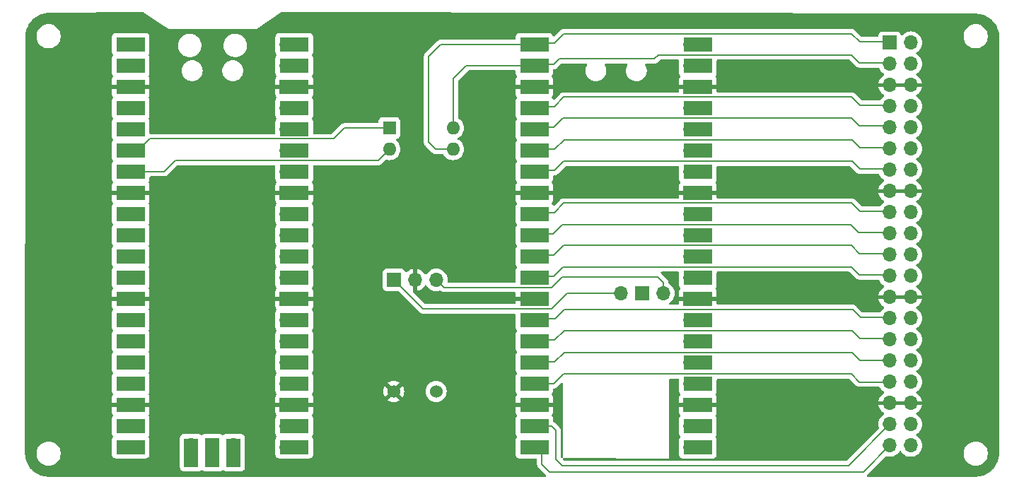
<source format=gbr>
%TF.GenerationSoftware,KiCad,Pcbnew,7.0.5-0*%
%TF.CreationDate,2023-11-25T09:03:29+00:00*%
%TF.ProjectId,PicoWDebugger,5069636f-5744-4656-9275-676765722e6b,rev?*%
%TF.SameCoordinates,Original*%
%TF.FileFunction,Copper,L1,Top*%
%TF.FilePolarity,Positive*%
%FSLAX46Y46*%
G04 Gerber Fmt 4.6, Leading zero omitted, Abs format (unit mm)*
G04 Created by KiCad (PCBNEW 7.0.5-0) date 2023-11-25 09:03:29*
%MOMM*%
%LPD*%
G01*
G04 APERTURE LIST*
%TA.AperFunction,ComponentPad*%
%ADD10O,1.700000X1.700000*%
%TD*%
%TA.AperFunction,SMDPad,CuDef*%
%ADD11R,3.500000X1.700000*%
%TD*%
%TA.AperFunction,ComponentPad*%
%ADD12R,1.700000X1.700000*%
%TD*%
%TA.AperFunction,ComponentPad*%
%ADD13C,1.524000*%
%TD*%
%TA.AperFunction,ComponentPad*%
%ADD14R,1.600000X1.600000*%
%TD*%
%TA.AperFunction,ComponentPad*%
%ADD15O,1.600000X1.600000*%
%TD*%
%TA.AperFunction,SMDPad,CuDef*%
%ADD16R,1.700000X3.500000*%
%TD*%
%TA.AperFunction,Conductor*%
%ADD17C,0.150000*%
%TD*%
G04 APERTURE END LIST*
D10*
%TO.P,Target1,1,GPIO0*%
%TO.N,/TT_UART_Tx*%
X109050000Y-72965000D03*
D11*
X108150000Y-72965000D03*
D10*
%TO.P,Target1,2,GPIO1*%
%TO.N,/TT_UART_Rx*%
X109050000Y-75505000D03*
D11*
X108150000Y-75505000D03*
D12*
%TO.P,Target1,3,GND*%
%TO.N,GND*%
X109050000Y-78045000D03*
D11*
X108150000Y-78045000D03*
D10*
%TO.P,Target1,4,GPIO2*%
%TO.N,/TT_GPIO2*%
X109050000Y-80585000D03*
D11*
X108150000Y-80585000D03*
D10*
%TO.P,Target1,5,GPIO3*%
%TO.N,/TT_GPIO3*%
X109050000Y-83125000D03*
D11*
X108150000Y-83125000D03*
D10*
%TO.P,Target1,6,GPIO4*%
%TO.N,/TT_GPIO4*%
X109050000Y-85665000D03*
D11*
X108150000Y-85665000D03*
D10*
%TO.P,Target1,7,GPIO5*%
%TO.N,/TT_GPIO5*%
X109050000Y-88205000D03*
D11*
X108150000Y-88205000D03*
D12*
%TO.P,Target1,8,GND*%
%TO.N,GND*%
X109050000Y-90745000D03*
D11*
X108150000Y-90745000D03*
D10*
%TO.P,Target1,9,GPIO6*%
%TO.N,/TT_GPIO6*%
X109050000Y-93285000D03*
D11*
X108150000Y-93285000D03*
D10*
%TO.P,Target1,10,GPIO7*%
%TO.N,/TT_GPIO7*%
X109050000Y-95825000D03*
D11*
X108150000Y-95825000D03*
D10*
%TO.P,Target1,11,GPIO8*%
%TO.N,/TT_GPIO8*%
X109050000Y-98365000D03*
D11*
X108150000Y-98365000D03*
D10*
%TO.P,Target1,12,GPIO9*%
%TO.N,/TT_GPIO9*%
X109050000Y-100905000D03*
D11*
X108150000Y-100905000D03*
D12*
%TO.P,Target1,13,GND*%
%TO.N,GND*%
X109050000Y-103445000D03*
D11*
X108150000Y-103445000D03*
D10*
%TO.P,Target1,14,GPIO10*%
%TO.N,/TT_GPIO10*%
X109050000Y-105985000D03*
D11*
X108150000Y-105985000D03*
D10*
%TO.P,Target1,15,GPIO11*%
%TO.N,/TT_GPIO11*%
X109050000Y-108525000D03*
D11*
X108150000Y-108525000D03*
D10*
%TO.P,Target1,16,GPIO12*%
%TO.N,/TT_GPIO12*%
X109050000Y-111065000D03*
D11*
X108150000Y-111065000D03*
D10*
%TO.P,Target1,17,GPIO13*%
%TO.N,/TT_GPIO13*%
X109050000Y-113605000D03*
D11*
X108150000Y-113605000D03*
D12*
%TO.P,Target1,18,GND*%
%TO.N,GND*%
X109050000Y-116145000D03*
D11*
X108150000Y-116145000D03*
D10*
%TO.P,Target1,19,GPIO14*%
%TO.N,/TT_GPIO14*%
X109050000Y-118685000D03*
D11*
X108150000Y-118685000D03*
D10*
%TO.P,Target1,20,GPIO15*%
%TO.N,/TT_GPIO15*%
X109050000Y-121225000D03*
D11*
X108150000Y-121225000D03*
D10*
%TO.P,Target1,21,GPIO16*%
%TO.N,/TT_GPIO16*%
X126830000Y-121225000D03*
D11*
X127730000Y-121225000D03*
D10*
%TO.P,Target1,22,GPIO17*%
%TO.N,/TT_GPIO17*%
X126830000Y-118685000D03*
D11*
X127730000Y-118685000D03*
D12*
%TO.P,Target1,23,GND*%
%TO.N,GND*%
X126830000Y-116145000D03*
D11*
X127730000Y-116145000D03*
D10*
%TO.P,Target1,24,GPIO18*%
%TO.N,/TT_GPIO18*%
X126830000Y-113605000D03*
D11*
X127730000Y-113605000D03*
D10*
%TO.P,Target1,25,GPIO19*%
%TO.N,/TT_GPIO19*%
X126830000Y-111065000D03*
D11*
X127730000Y-111065000D03*
D10*
%TO.P,Target1,26,GPIO20*%
%TO.N,/TT_GPIO20*%
X126830000Y-108525000D03*
D11*
X127730000Y-108525000D03*
D10*
%TO.P,Target1,27,GPIO21*%
%TO.N,/TT_GPIO21*%
X126830000Y-105985000D03*
D11*
X127730000Y-105985000D03*
D12*
%TO.P,Target1,28,GND*%
%TO.N,GND*%
X126830000Y-103445000D03*
D11*
X127730000Y-103445000D03*
D10*
%TO.P,Target1,29,GPIO22*%
%TO.N,/TT_GPIO22*%
X126830000Y-100905000D03*
D11*
X127730000Y-100905000D03*
D10*
%TO.P,Target1,30,RUN*%
%TO.N,/TT_Run*%
X126830000Y-98365000D03*
D11*
X127730000Y-98365000D03*
D10*
%TO.P,Target1,31,GPIO26_ADC0*%
%TO.N,/TT_GPIO26*%
X126830000Y-95825000D03*
D11*
X127730000Y-95825000D03*
D10*
%TO.P,Target1,32,GPIO27_ADC1*%
%TO.N,/TT_GPIO27*%
X126830000Y-93285000D03*
D11*
X127730000Y-93285000D03*
D12*
%TO.P,Target1,33,AGND*%
%TO.N,GND*%
X126830000Y-90745000D03*
D11*
X127730000Y-90745000D03*
D10*
%TO.P,Target1,34,GPIO28_ADC2*%
%TO.N,/TT_GPIO28*%
X126830000Y-88205000D03*
D11*
X127730000Y-88205000D03*
D10*
%TO.P,Target1,35,ADC_VREF*%
%TO.N,/TT_ADC_VREF*%
X126830000Y-85665000D03*
D11*
X127730000Y-85665000D03*
D10*
%TO.P,Target1,36,3V3*%
%TO.N,/TT_3V3*%
X126830000Y-83125000D03*
D11*
X127730000Y-83125000D03*
D10*
%TO.P,Target1,37,3V3_EN*%
%TO.N,/TT_3V3_EN*%
X126830000Y-80585000D03*
D11*
X127730000Y-80585000D03*
D12*
%TO.P,Target1,38,GND*%
%TO.N,GND*%
X126830000Y-78045000D03*
D11*
X127730000Y-78045000D03*
D10*
%TO.P,Target1,39,VSYS*%
%TO.N,+5V*%
X126830000Y-75505000D03*
D11*
X127730000Y-75505000D03*
D10*
%TO.P,Target1,40,VBUS*%
%TO.N,/VBus*%
X126830000Y-72965000D03*
D11*
X127730000Y-72965000D03*
D10*
%TO.P,Target1,41,SWCLK*%
%TO.N,/SWCLK*%
X118524100Y-102795000D03*
D12*
%TO.P,Target1,42,GND*%
%TO.N,unconnected-(Target1-GND-Pad42)*%
X121064100Y-102795000D03*
D10*
%TO.P,Target1,43,SWDIO*%
%TO.N,/SWDIO*%
X123604100Y-102795000D03*
%TD*%
D12*
%TO.P,J2,1,Pin_1*%
%TO.N,/SWCLK*%
X91325000Y-101175000D03*
D10*
%TO.P,J2,2,Pin_2*%
%TO.N,GND*%
X93865000Y-101175000D03*
%TO.P,J2,3,Pin_3*%
%TO.N,/SWDIO*%
X96405000Y-101175000D03*
%TD*%
D13*
%TO.P,SW2,1,1*%
%TO.N,/TT_Run*%
X96393000Y-114554000D03*
%TO.P,SW2,2,2*%
%TO.N,GND*%
X91313000Y-114554000D03*
%TD*%
D12*
%TO.P,J1,1,Pin_1*%
%TO.N,/TT_UART_Tx*%
X150685000Y-72780000D03*
D10*
%TO.P,J1,2,Pin_2*%
%TO.N,/VBus*%
X153225000Y-72780000D03*
%TO.P,J1,3,Pin_3*%
%TO.N,/TT_UART_Rx*%
X150685000Y-75320000D03*
%TO.P,J1,4,Pin_4*%
%TO.N,+5V*%
X153225000Y-75320000D03*
%TO.P,J1,5,Pin_5*%
%TO.N,GND*%
X150685000Y-77860000D03*
%TO.P,J1,6,Pin_6*%
X153225000Y-77860000D03*
%TO.P,J1,7,Pin_7*%
%TO.N,/TT_GPIO2*%
X150685000Y-80400000D03*
%TO.P,J1,8,Pin_8*%
%TO.N,/TT_3V3_EN*%
X153225000Y-80400000D03*
%TO.P,J1,9,Pin_9*%
%TO.N,/TT_GPIO3*%
X150685000Y-82940000D03*
%TO.P,J1,10,Pin_10*%
%TO.N,/TT_3V3*%
X153225000Y-82940000D03*
%TO.P,J1,11,Pin_11*%
%TO.N,/TT_GPIO4*%
X150685000Y-85480000D03*
%TO.P,J1,12,Pin_12*%
%TO.N,/TT_ADC_VREF*%
X153225000Y-85480000D03*
%TO.P,J1,13,Pin_13*%
%TO.N,/TT_GPIO5*%
X150685000Y-88020000D03*
%TO.P,J1,14,Pin_14*%
%TO.N,/TT_GPIO28*%
X153225000Y-88020000D03*
%TO.P,J1,15,Pin_15*%
%TO.N,GND*%
X150685000Y-90560000D03*
%TO.P,J1,16,Pin_16*%
X153225000Y-90560000D03*
%TO.P,J1,17,Pin_17*%
%TO.N,/TT_GPIO6*%
X150685000Y-93100000D03*
%TO.P,J1,18,Pin_18*%
%TO.N,/TT_GPIO27*%
X153225000Y-93100000D03*
%TO.P,J1,19,Pin_19*%
%TO.N,/TT_GPIO7*%
X150685000Y-95640000D03*
%TO.P,J1,20,Pin_20*%
%TO.N,/TT_GPIO26*%
X153225000Y-95640000D03*
%TO.P,J1,21,Pin_21*%
%TO.N,/TT_GPIO8*%
X150685000Y-98180000D03*
%TO.P,J1,22,Pin_22*%
%TO.N,/TT_Run*%
X153225000Y-98180000D03*
%TO.P,J1,23,Pin_23*%
%TO.N,/TT_GPIO9*%
X150685000Y-100720000D03*
%TO.P,J1,24,Pin_24*%
%TO.N,/TT_GPIO22*%
X153225000Y-100720000D03*
%TO.P,J1,25,Pin_25*%
%TO.N,GND*%
X150685000Y-103260000D03*
%TO.P,J1,26,Pin_26*%
X153225000Y-103260000D03*
%TO.P,J1,27,Pin_27*%
%TO.N,/TT_GPIO10*%
X150685000Y-105800000D03*
%TO.P,J1,28,Pin_28*%
%TO.N,/TT_GPIO21*%
X153225000Y-105800000D03*
%TO.P,J1,29,Pin_29*%
%TO.N,/TT_GPIO11*%
X150685000Y-108340000D03*
%TO.P,J1,30,Pin_30*%
%TO.N,/TT_GPIO20*%
X153225000Y-108340000D03*
%TO.P,J1,31,Pin_31*%
%TO.N,/TT_GPIO12*%
X150685000Y-110880000D03*
%TO.P,J1,32,Pin_32*%
%TO.N,/TT_GPIO19*%
X153225000Y-110880000D03*
%TO.P,J1,33,Pin_33*%
%TO.N,/TT_GPIO13*%
X150685000Y-113420000D03*
%TO.P,J1,34,Pin_34*%
%TO.N,/TT_GPIO18*%
X153225000Y-113420000D03*
%TO.P,J1,35,Pin_35*%
%TO.N,GND*%
X150685000Y-115960000D03*
%TO.P,J1,36,Pin_36*%
X153225000Y-115960000D03*
%TO.P,J1,37,Pin_37*%
%TO.N,/TT_GPIO14*%
X150685000Y-118500000D03*
%TO.P,J1,38,Pin_38*%
%TO.N,/TT_GPIO17*%
X153225000Y-118500000D03*
%TO.P,J1,39,Pin_39*%
%TO.N,/TT_GPIO15*%
X150685000Y-121040000D03*
%TO.P,J1,40,Pin_40*%
%TO.N,/TT_GPIO16*%
X153225000Y-121040000D03*
%TD*%
D14*
%TO.P,SW1,1*%
%TO.N,/PP_UART_Rx*%
X90807500Y-83000000D03*
D15*
%TO.P,SW1,2*%
%TO.N,/PP_UART_Tx*%
X90807500Y-85540000D03*
%TO.P,SW1,3*%
%TO.N,/TT_UART_Tx*%
X98427500Y-85540000D03*
%TO.P,SW1,4*%
%TO.N,/TT_UART_Rx*%
X98427500Y-83000000D03*
%TD*%
D10*
%TO.P,PicoProbe1,1,GPIO0*%
%TO.N,unconnected-(PicoProbe1-GPIO0-Pad1)*%
X60720000Y-72960000D03*
D11*
X59820000Y-72960000D03*
D10*
%TO.P,PicoProbe1,2,GPIO1*%
%TO.N,unconnected-(PicoProbe1-GPIO1-Pad2)*%
X60720000Y-75500000D03*
D11*
X59820000Y-75500000D03*
D12*
%TO.P,PicoProbe1,3,GND*%
%TO.N,GND*%
X60720000Y-78040000D03*
D11*
X59820000Y-78040000D03*
D10*
%TO.P,PicoProbe1,4,GPIO2*%
%TO.N,/SWCLK*%
X60720000Y-80580000D03*
D11*
X59820000Y-80580000D03*
D10*
%TO.P,PicoProbe1,5,GPIO3*%
%TO.N,/SWDIO*%
X60720000Y-83120000D03*
D11*
X59820000Y-83120000D03*
D10*
%TO.P,PicoProbe1,6,GPIO4*%
%TO.N,/PP_UART_Rx*%
X60720000Y-85660000D03*
D11*
X59820000Y-85660000D03*
D10*
%TO.P,PicoProbe1,7,GPIO5*%
%TO.N,/PP_UART_Tx*%
X60720000Y-88200000D03*
D11*
X59820000Y-88200000D03*
D12*
%TO.P,PicoProbe1,8,GND*%
%TO.N,GND*%
X60720000Y-90740000D03*
D11*
X59820000Y-90740000D03*
D10*
%TO.P,PicoProbe1,9,GPIO6*%
%TO.N,unconnected-(PicoProbe1-GPIO6-Pad9)*%
X60720000Y-93280000D03*
D11*
X59820000Y-93280000D03*
D10*
%TO.P,PicoProbe1,10,GPIO7*%
%TO.N,unconnected-(PicoProbe1-GPIO7-Pad10)*%
X60720000Y-95820000D03*
D11*
X59820000Y-95820000D03*
D10*
%TO.P,PicoProbe1,11,GPIO8*%
%TO.N,unconnected-(PicoProbe1-GPIO8-Pad11)*%
X60720000Y-98360000D03*
D11*
X59820000Y-98360000D03*
D10*
%TO.P,PicoProbe1,12,GPIO9*%
%TO.N,unconnected-(PicoProbe1-GPIO9-Pad12)*%
X60720000Y-100900000D03*
D11*
X59820000Y-100900000D03*
D12*
%TO.P,PicoProbe1,13,GND*%
%TO.N,GND*%
X60720000Y-103440000D03*
D11*
X59820000Y-103440000D03*
D10*
%TO.P,PicoProbe1,14,GPIO10*%
%TO.N,unconnected-(PicoProbe1-GPIO10-Pad14)*%
X60720000Y-105980000D03*
D11*
X59820000Y-105980000D03*
D10*
%TO.P,PicoProbe1,15,GPIO11*%
%TO.N,unconnected-(PicoProbe1-GPIO11-Pad15)*%
X60720000Y-108520000D03*
D11*
X59820000Y-108520000D03*
D10*
%TO.P,PicoProbe1,16,GPIO12*%
%TO.N,unconnected-(PicoProbe1-GPIO12-Pad16)*%
X60720000Y-111060000D03*
D11*
X59820000Y-111060000D03*
D10*
%TO.P,PicoProbe1,17,GPIO13*%
%TO.N,unconnected-(PicoProbe1-GPIO13-Pad17)*%
X60720000Y-113600000D03*
D11*
X59820000Y-113600000D03*
D12*
%TO.P,PicoProbe1,18,GND*%
%TO.N,GND*%
X60720000Y-116140000D03*
D11*
X59820000Y-116140000D03*
D10*
%TO.P,PicoProbe1,19,GPIO14*%
%TO.N,unconnected-(PicoProbe1-GPIO14-Pad19)*%
X60720000Y-118680000D03*
D11*
X59820000Y-118680000D03*
D10*
%TO.P,PicoProbe1,20,GPIO15*%
%TO.N,unconnected-(PicoProbe1-GPIO15-Pad20)*%
X60720000Y-121220000D03*
D11*
X59820000Y-121220000D03*
D10*
%TO.P,PicoProbe1,21,GPIO16*%
%TO.N,unconnected-(PicoProbe1-GPIO16-Pad21)*%
X78500000Y-121220000D03*
D11*
X79400000Y-121220000D03*
D10*
%TO.P,PicoProbe1,22,GPIO17*%
%TO.N,unconnected-(PicoProbe1-GPIO17-Pad22)*%
X78500000Y-118680000D03*
D11*
X79400000Y-118680000D03*
D12*
%TO.P,PicoProbe1,23,GND*%
%TO.N,GND*%
X78500000Y-116140000D03*
D11*
X79400000Y-116140000D03*
D10*
%TO.P,PicoProbe1,24,GPIO18*%
%TO.N,unconnected-(PicoProbe1-GPIO18-Pad24)*%
X78500000Y-113600000D03*
D11*
X79400000Y-113600000D03*
D10*
%TO.P,PicoProbe1,25,GPIO19*%
%TO.N,unconnected-(PicoProbe1-GPIO19-Pad25)*%
X78500000Y-111060000D03*
D11*
X79400000Y-111060000D03*
D10*
%TO.P,PicoProbe1,26,GPIO20*%
%TO.N,unconnected-(PicoProbe1-GPIO20-Pad26)*%
X78500000Y-108520000D03*
D11*
X79400000Y-108520000D03*
D10*
%TO.P,PicoProbe1,27,GPIO21*%
%TO.N,unconnected-(PicoProbe1-GPIO21-Pad27)*%
X78500000Y-105980000D03*
D11*
X79400000Y-105980000D03*
D12*
%TO.P,PicoProbe1,28,GND*%
%TO.N,GND*%
X78500000Y-103440000D03*
D11*
X79400000Y-103440000D03*
D10*
%TO.P,PicoProbe1,29,GPIO22*%
%TO.N,unconnected-(PicoProbe1-GPIO22-Pad29)*%
X78500000Y-100900000D03*
D11*
X79400000Y-100900000D03*
D10*
%TO.P,PicoProbe1,30,RUN*%
%TO.N,unconnected-(PicoProbe1-RUN-Pad30)*%
X78500000Y-98360000D03*
D11*
X79400000Y-98360000D03*
D10*
%TO.P,PicoProbe1,31,GPIO26_ADC0*%
%TO.N,unconnected-(PicoProbe1-GPIO26_ADC0-Pad31)*%
X78500000Y-95820000D03*
D11*
X79400000Y-95820000D03*
D10*
%TO.P,PicoProbe1,32,GPIO27_ADC1*%
%TO.N,unconnected-(PicoProbe1-GPIO27_ADC1-Pad32)*%
X78500000Y-93280000D03*
D11*
X79400000Y-93280000D03*
D12*
%TO.P,PicoProbe1,33,AGND*%
%TO.N,GND*%
X78500000Y-90740000D03*
D11*
X79400000Y-90740000D03*
D10*
%TO.P,PicoProbe1,34,GPIO28_ADC2*%
%TO.N,unconnected-(PicoProbe1-GPIO28_ADC2-Pad34)*%
X78500000Y-88200000D03*
D11*
X79400000Y-88200000D03*
D10*
%TO.P,PicoProbe1,35,ADC_VREF*%
%TO.N,unconnected-(PicoProbe1-ADC_VREF-Pad35)*%
X78500000Y-85660000D03*
D11*
X79400000Y-85660000D03*
D10*
%TO.P,PicoProbe1,36,3V3*%
%TO.N,unconnected-(PicoProbe1-3V3-Pad36)*%
X78500000Y-83120000D03*
D11*
X79400000Y-83120000D03*
D10*
%TO.P,PicoProbe1,37,3V3_EN*%
%TO.N,unconnected-(PicoProbe1-3V3_EN-Pad37)*%
X78500000Y-80580000D03*
D11*
X79400000Y-80580000D03*
D12*
%TO.P,PicoProbe1,38,GND*%
%TO.N,GND*%
X78500000Y-78040000D03*
D11*
X79400000Y-78040000D03*
D10*
%TO.P,PicoProbe1,39,VSYS*%
%TO.N,+5V*%
X78500000Y-75500000D03*
D11*
X79400000Y-75500000D03*
D10*
%TO.P,PicoProbe1,40,VBUS*%
%TO.N,/VBus*%
X78500000Y-72960000D03*
D11*
X79400000Y-72960000D03*
D10*
%TO.P,PicoProbe1,41,SWCLK*%
%TO.N,unconnected-(PicoProbe1-SWCLK-Pad41)*%
X67070000Y-120990000D03*
D16*
X67070000Y-121890000D03*
D12*
%TO.P,PicoProbe1,42,GND*%
%TO.N,unconnected-(PicoProbe1-GND-Pad42)*%
X69610000Y-120990000D03*
D16*
X69610000Y-121890000D03*
D10*
%TO.P,PicoProbe1,43,SWDIO*%
%TO.N,unconnected-(PicoProbe1-SWDIO-Pad43)*%
X72150000Y-120990000D03*
D16*
X72150000Y-121890000D03*
%TD*%
D17*
%TO.N,/TT_UART_Tx*%
X111650000Y-71725000D02*
X146150000Y-71725000D01*
X146150000Y-71725000D02*
X147100000Y-72675000D01*
X96961000Y-72965000D02*
X109050000Y-72965000D01*
X95504000Y-84709000D02*
X95504000Y-74422000D01*
X98427500Y-85540000D02*
X96335000Y-85540000D01*
X109100000Y-72860000D02*
X110515000Y-72860000D01*
X96335000Y-85540000D02*
X95504000Y-84709000D01*
X110515000Y-72860000D02*
X111650000Y-71725000D01*
X147100000Y-72675000D02*
X150735000Y-72675000D01*
X95504000Y-74422000D02*
X96961000Y-72965000D01*
%TO.N,/TT_UART_Rx*%
X98427500Y-77086500D02*
X100009000Y-75505000D01*
X122525000Y-74700000D02*
X111150000Y-74700000D01*
X98427500Y-83000000D02*
X98427500Y-77086500D01*
X100009000Y-75505000D02*
X109050000Y-75505000D01*
X150710000Y-75175000D02*
X147075000Y-75175000D01*
X147075000Y-75175000D02*
X146125000Y-74225000D01*
X146125000Y-74225000D02*
X123000000Y-74225000D01*
X111150000Y-74700000D02*
X110490000Y-75360000D01*
X110490000Y-75360000D02*
X109075000Y-75360000D01*
X123000000Y-74225000D02*
X122525000Y-74700000D01*
%TO.N,/TT_GPIO2*%
X147100000Y-80250000D02*
X150735000Y-80250000D01*
X111650000Y-79300000D02*
X146150000Y-79300000D01*
X110515000Y-80435000D02*
X111650000Y-79300000D01*
X109100000Y-80435000D02*
X110515000Y-80435000D01*
X146150000Y-79300000D02*
X147100000Y-80250000D01*
%TO.N,/SWCLK*%
X110197000Y-104648000D02*
X94798000Y-104648000D01*
X94798000Y-104648000D02*
X91325000Y-101175000D01*
X118524100Y-102795000D02*
X112050000Y-102795000D01*
X112050000Y-102795000D02*
X110197000Y-104648000D01*
%TO.N,/SWDIO*%
X123604100Y-102795000D02*
X123604100Y-101506100D01*
X111467000Y-100838000D02*
X110225000Y-102080000D01*
X110225000Y-102080000D02*
X97310000Y-102080000D01*
X97310000Y-102080000D02*
X96405000Y-101175000D01*
X123604100Y-101506100D02*
X122936000Y-100838000D01*
X122936000Y-100838000D02*
X111467000Y-100838000D01*
%TO.N,/PP_UART_Tx*%
X89479500Y-86868000D02*
X90807500Y-85540000D01*
X65151000Y-86868000D02*
X89479500Y-86868000D01*
X63819000Y-88200000D02*
X65151000Y-86868000D01*
X60720000Y-88200000D02*
X63819000Y-88200000D01*
%TO.N,/PP_UART_Rx*%
X85402000Y-83000000D02*
X90807500Y-83000000D01*
X62085000Y-84295000D02*
X84107000Y-84295000D01*
X84107000Y-84295000D02*
X85402000Y-83000000D01*
X60720000Y-85660000D02*
X62085000Y-84295000D01*
%TO.N,/TT_GPIO3*%
X147050000Y-82750000D02*
X150685000Y-82750000D01*
X109050000Y-82935000D02*
X110465000Y-82935000D01*
X110465000Y-82935000D02*
X111600000Y-81800000D01*
X111600000Y-81800000D02*
X146100000Y-81800000D01*
X146100000Y-81800000D02*
X147050000Y-82750000D01*
%TO.N,/TT_GPIO4*%
X109150000Y-85535000D02*
X110565000Y-85535000D01*
X146200000Y-84400000D02*
X147150000Y-85350000D01*
X110565000Y-85535000D02*
X111700000Y-84400000D01*
X111700000Y-84400000D02*
X146200000Y-84400000D01*
X147150000Y-85350000D02*
X150785000Y-85350000D01*
%TO.N,/TT_GPIO5*%
X111675000Y-86950000D02*
X146175000Y-86950000D01*
X147125000Y-87900000D02*
X150760000Y-87900000D01*
X109125000Y-88085000D02*
X110540000Y-88085000D01*
X146175000Y-86950000D02*
X147125000Y-87900000D01*
X110540000Y-88085000D02*
X111675000Y-86950000D01*
%TO.N,/TT_GPIO6*%
X147100000Y-92950000D02*
X150735000Y-92950000D01*
X146150000Y-92000000D02*
X147100000Y-92950000D01*
X111650000Y-92000000D02*
X146150000Y-92000000D01*
X110515000Y-93135000D02*
X111650000Y-92000000D01*
X109100000Y-93135000D02*
X110515000Y-93135000D01*
%TO.N,/TT_GPIO7*%
X146950000Y-95500000D02*
X150585000Y-95500000D01*
X146000000Y-94550000D02*
X146950000Y-95500000D01*
X111500000Y-94550000D02*
X146000000Y-94550000D01*
X110365000Y-95685000D02*
X111500000Y-94550000D01*
X108950000Y-95685000D02*
X110365000Y-95685000D01*
%TO.N,/TT_GPIO8*%
X111625000Y-97075000D02*
X146125000Y-97075000D01*
X146125000Y-97075000D02*
X147075000Y-98025000D01*
X109075000Y-98210000D02*
X110490000Y-98210000D01*
X110490000Y-98210000D02*
X111625000Y-97075000D01*
X147075000Y-98025000D02*
X150710000Y-98025000D01*
%TO.N,/TT_GPIO9*%
X109050000Y-100760000D02*
X110465000Y-100760000D01*
X147050000Y-100575000D02*
X150685000Y-100575000D01*
X146100000Y-99625000D02*
X147050000Y-100575000D01*
X111600000Y-99625000D02*
X146100000Y-99625000D01*
X110465000Y-100760000D02*
X111600000Y-99625000D01*
%TO.N,/TT_GPIO10*%
X146275000Y-104750000D02*
X147225000Y-105700000D01*
X110640000Y-105885000D02*
X111775000Y-104750000D01*
X109225000Y-105885000D02*
X110640000Y-105885000D01*
X147225000Y-105700000D02*
X150860000Y-105700000D01*
X111775000Y-104750000D02*
X146275000Y-104750000D01*
%TO.N,/TT_GPIO11*%
X111700000Y-107250000D02*
X146200000Y-107250000D01*
X146200000Y-107250000D02*
X147150000Y-108200000D01*
X110565000Y-108385000D02*
X111700000Y-107250000D01*
X147150000Y-108200000D02*
X150785000Y-108200000D01*
X109150000Y-108385000D02*
X110565000Y-108385000D01*
%TO.N,/TT_GPIO12*%
X147150000Y-110825000D02*
X150785000Y-110825000D01*
X109150000Y-111010000D02*
X110565000Y-111010000D01*
X111700000Y-109875000D02*
X146200000Y-109875000D01*
X146200000Y-109875000D02*
X147150000Y-110825000D01*
X110565000Y-111010000D02*
X111700000Y-109875000D01*
%TO.N,/TT_GPIO13*%
X111625000Y-112475000D02*
X146125000Y-112475000D01*
X146125000Y-112475000D02*
X147075000Y-113425000D01*
X147075000Y-113425000D02*
X150710000Y-113425000D01*
X109075000Y-113610000D02*
X110490000Y-113610000D01*
X110490000Y-113610000D02*
X111625000Y-112475000D01*
%TO.N,/TT_GPIO14*%
X110744000Y-119253000D02*
X110744000Y-122682000D01*
X110176000Y-118685000D02*
X110744000Y-119253000D01*
X145741000Y-123444000D02*
X150685000Y-118500000D01*
X110744000Y-122682000D02*
X111506000Y-123444000D01*
X111506000Y-123444000D02*
X145741000Y-123444000D01*
X109050000Y-118685000D02*
X110176000Y-118685000D01*
%TO.N,/TT_GPIO15*%
X147519000Y-124206000D02*
X150685000Y-121040000D01*
X109050000Y-121225000D02*
X109050000Y-123274000D01*
X109050000Y-123274000D02*
X109982000Y-124206000D01*
X109982000Y-124206000D02*
X147519000Y-124206000D01*
%TD*%
%TA.AperFunction,Conductor*%
%TO.N,GND*%
G36*
X159635639Y-69300459D02*
G01*
X159635976Y-69300500D01*
X159649901Y-69300500D01*
X159650098Y-69300500D01*
X160998258Y-69300500D01*
X161001735Y-69300598D01*
X161060324Y-69303887D01*
X161115589Y-69306991D01*
X161320857Y-69319407D01*
X161327480Y-69320169D01*
X161474406Y-69345132D01*
X161645119Y-69376417D01*
X161651078Y-69377817D01*
X161800035Y-69420731D01*
X161801186Y-69421077D01*
X161960554Y-69470739D01*
X161965770Y-69472628D01*
X162111303Y-69532909D01*
X162112901Y-69533600D01*
X162262827Y-69601076D01*
X162267342Y-69603335D01*
X162317419Y-69631012D01*
X162406230Y-69680097D01*
X162408314Y-69681302D01*
X162547888Y-69765677D01*
X162551690Y-69768169D01*
X162681679Y-69860402D01*
X162683994Y-69862128D01*
X162811896Y-69962333D01*
X162814974Y-69964909D01*
X162934050Y-70071322D01*
X162936577Y-70073712D01*
X163051286Y-70188421D01*
X163053676Y-70190948D01*
X163160089Y-70310024D01*
X163162665Y-70313102D01*
X163262860Y-70440992D01*
X163264610Y-70443338D01*
X163356827Y-70573306D01*
X163359321Y-70577110D01*
X163443696Y-70716684D01*
X163444901Y-70718768D01*
X163521657Y-70857645D01*
X163523932Y-70862192D01*
X163591378Y-71012051D01*
X163592116Y-71013759D01*
X163648742Y-71150468D01*
X163652361Y-71159204D01*
X163654268Y-71164470D01*
X163682404Y-71254762D01*
X163703901Y-71323748D01*
X163704286Y-71325029D01*
X163747176Y-71473902D01*
X163748584Y-71479894D01*
X163779873Y-71650630D01*
X163804828Y-71797510D01*
X163805592Y-71804157D01*
X163818013Y-72009505D01*
X163824401Y-72123255D01*
X163824499Y-72126760D01*
X163801923Y-121950698D01*
X163801826Y-121954148D01*
X163795439Y-122067836D01*
X163783012Y-122273270D01*
X163782248Y-122279917D01*
X163757303Y-122426725D01*
X163725999Y-122597542D01*
X163724591Y-122603534D01*
X163681728Y-122752308D01*
X163681344Y-122753589D01*
X163631689Y-122912935D01*
X163629776Y-122918219D01*
X163569526Y-123063671D01*
X163568784Y-123065389D01*
X163501353Y-123215214D01*
X163499078Y-123219762D01*
X163422306Y-123358668D01*
X163421101Y-123360753D01*
X163336744Y-123500295D01*
X163334250Y-123504099D01*
X163242025Y-123634078D01*
X163240265Y-123636437D01*
X163140070Y-123764326D01*
X163137494Y-123767404D01*
X163031105Y-123886453D01*
X163028715Y-123888980D01*
X162913980Y-124003715D01*
X162911453Y-124006105D01*
X162792404Y-124112494D01*
X162789326Y-124115070D01*
X162661437Y-124215265D01*
X162659078Y-124217025D01*
X162529099Y-124309250D01*
X162525295Y-124311744D01*
X162385753Y-124396101D01*
X162383668Y-124397306D01*
X162244762Y-124474078D01*
X162240214Y-124476353D01*
X162090389Y-124543784D01*
X162088671Y-124544526D01*
X161943219Y-124604776D01*
X161937935Y-124606689D01*
X161778589Y-124656344D01*
X161777308Y-124656728D01*
X161628534Y-124699591D01*
X161622542Y-124700999D01*
X161451725Y-124732303D01*
X161304917Y-124757248D01*
X161298270Y-124758012D01*
X161092836Y-124770439D01*
X160979158Y-124776825D01*
X160975680Y-124776923D01*
X148061318Y-124776923D01*
X147994279Y-124757238D01*
X147948524Y-124704434D01*
X147938580Y-124635276D01*
X147967605Y-124571720D01*
X147973637Y-124565242D01*
X149058737Y-123480142D01*
X150173586Y-122365292D01*
X150234907Y-122331809D01*
X150293354Y-122333199D01*
X150449592Y-122375063D01*
X150637918Y-122391539D01*
X150684999Y-122395659D01*
X150685000Y-122395659D01*
X150685001Y-122395659D01*
X150724234Y-122392226D01*
X150920408Y-122375063D01*
X151148663Y-122313903D01*
X151362830Y-122214035D01*
X151556401Y-122078495D01*
X151723495Y-121911401D01*
X151853424Y-121725842D01*
X151908002Y-121682217D01*
X151977500Y-121675023D01*
X152039855Y-121706546D01*
X152056575Y-121725842D01*
X152186500Y-121911395D01*
X152186505Y-121911401D01*
X152353599Y-122078495D01*
X152416982Y-122122876D01*
X152547165Y-122214032D01*
X152547167Y-122214033D01*
X152547170Y-122214035D01*
X152761337Y-122313903D01*
X152761343Y-122313904D01*
X152761344Y-122313905D01*
X152816285Y-122328626D01*
X152989592Y-122375063D01*
X153177918Y-122391539D01*
X153224999Y-122395659D01*
X153225000Y-122395659D01*
X153225001Y-122395659D01*
X153264234Y-122392226D01*
X153460408Y-122375063D01*
X153688663Y-122313903D01*
X153902830Y-122214035D01*
X154036852Y-122120192D01*
X159549500Y-122120192D01*
X159559895Y-122182483D01*
X159589066Y-122357300D01*
X159667116Y-122584652D01*
X159667118Y-122584657D01*
X159781529Y-122796069D01*
X159781533Y-122796075D01*
X159929169Y-122985757D01*
X159929171Y-122985759D01*
X159929175Y-122985764D01*
X160106031Y-123148571D01*
X160206651Y-123214310D01*
X160240286Y-123236285D01*
X160307272Y-123280049D01*
X160527409Y-123376610D01*
X160760437Y-123435620D01*
X160940010Y-123450500D01*
X160940014Y-123450500D01*
X161059986Y-123450500D01*
X161059990Y-123450500D01*
X161239563Y-123435620D01*
X161472591Y-123376610D01*
X161692728Y-123280049D01*
X161893969Y-123148571D01*
X162070825Y-122985764D01*
X162218472Y-122796067D01*
X162332882Y-122584656D01*
X162410934Y-122357297D01*
X162450500Y-122120192D01*
X162450500Y-121879808D01*
X162410934Y-121642703D01*
X162332882Y-121415344D01*
X162218472Y-121203933D01*
X162218470Y-121203930D01*
X162218466Y-121203924D01*
X162070830Y-121014242D01*
X162070827Y-121014239D01*
X162070825Y-121014236D01*
X161893969Y-120851429D01*
X161878674Y-120841436D01*
X161692729Y-120719951D01*
X161564757Y-120663817D01*
X161472591Y-120623390D01*
X161472589Y-120623389D01*
X161239559Y-120564379D01*
X161060000Y-120549500D01*
X161059990Y-120549500D01*
X160940010Y-120549500D01*
X160939999Y-120549500D01*
X160760440Y-120564379D01*
X160527410Y-120623389D01*
X160307270Y-120719951D01*
X160106033Y-120851427D01*
X160106029Y-120851430D01*
X160016630Y-120933728D01*
X159955504Y-120989999D01*
X159929172Y-121014239D01*
X159929169Y-121014242D01*
X159781533Y-121203924D01*
X159781529Y-121203930D01*
X159667118Y-121415342D01*
X159667116Y-121415347D01*
X159589066Y-121642699D01*
X159575192Y-121725842D01*
X159549500Y-121879808D01*
X159549500Y-122120192D01*
X154036852Y-122120192D01*
X154096401Y-122078495D01*
X154263495Y-121911401D01*
X154399035Y-121717830D01*
X154498903Y-121503663D01*
X154560063Y-121275408D01*
X154580659Y-121040000D01*
X154560063Y-120804592D01*
X154498903Y-120576337D01*
X154399035Y-120362171D01*
X154393425Y-120354158D01*
X154263494Y-120168597D01*
X154096402Y-120001506D01*
X154096401Y-120001505D01*
X153948101Y-119897664D01*
X153910841Y-119871574D01*
X153867216Y-119816997D01*
X153860024Y-119747498D01*
X153891546Y-119685144D01*
X153910836Y-119668428D01*
X154096401Y-119538495D01*
X154263495Y-119371401D01*
X154399035Y-119177830D01*
X154498903Y-118963663D01*
X154560063Y-118735408D01*
X154580659Y-118500000D01*
X154560063Y-118264592D01*
X154498903Y-118036337D01*
X154399035Y-117822171D01*
X154393425Y-117814158D01*
X154263494Y-117628597D01*
X154096402Y-117461506D01*
X154096401Y-117461505D01*
X153924172Y-117340909D01*
X153910405Y-117331269D01*
X153866781Y-117276692D01*
X153859588Y-117207193D01*
X153891110Y-117144839D01*
X153910405Y-117128119D01*
X154096082Y-116998105D01*
X154263105Y-116831082D01*
X154398600Y-116637578D01*
X154498429Y-116423492D01*
X154498432Y-116423486D01*
X154555636Y-116210000D01*
X153658686Y-116210000D01*
X153684493Y-116169844D01*
X153725000Y-116031889D01*
X153725000Y-115888111D01*
X153684493Y-115750156D01*
X153658686Y-115710000D01*
X154555636Y-115710000D01*
X154555635Y-115709999D01*
X154498432Y-115496513D01*
X154498429Y-115496507D01*
X154398600Y-115282422D01*
X154398599Y-115282420D01*
X154263113Y-115088926D01*
X154263108Y-115088920D01*
X154096078Y-114921890D01*
X153910405Y-114791879D01*
X153866780Y-114737302D01*
X153859588Y-114667804D01*
X153891110Y-114605449D01*
X153910406Y-114588730D01*
X153914451Y-114585898D01*
X154096401Y-114458495D01*
X154263495Y-114291401D01*
X154399035Y-114097830D01*
X154498903Y-113883663D01*
X154560063Y-113655408D01*
X154580659Y-113420000D01*
X154560063Y-113184592D01*
X154498903Y-112956337D01*
X154399035Y-112742171D01*
X154393425Y-112734158D01*
X154263494Y-112548597D01*
X154096402Y-112381506D01*
X154096396Y-112381501D01*
X153910842Y-112251575D01*
X153867217Y-112196998D01*
X153860023Y-112127500D01*
X153891546Y-112065145D01*
X153910842Y-112048425D01*
X153955033Y-112017482D01*
X154096401Y-111918495D01*
X154263495Y-111751401D01*
X154399035Y-111557830D01*
X154498903Y-111343663D01*
X154560063Y-111115408D01*
X154580659Y-110880000D01*
X154560063Y-110644592D01*
X154498903Y-110416337D01*
X154399035Y-110202171D01*
X154395151Y-110196623D01*
X154263494Y-110008597D01*
X154096402Y-109841506D01*
X154096401Y-109841505D01*
X153974746Y-109756321D01*
X153910841Y-109711574D01*
X153867216Y-109656997D01*
X153860024Y-109587498D01*
X153891546Y-109525144D01*
X153910836Y-109508428D01*
X154096401Y-109378495D01*
X154263495Y-109211401D01*
X154399035Y-109017830D01*
X154498903Y-108803663D01*
X154560063Y-108575408D01*
X154580659Y-108340000D01*
X154560063Y-108104592D01*
X154498903Y-107876337D01*
X154399035Y-107662171D01*
X154393425Y-107654158D01*
X154263494Y-107468597D01*
X154096402Y-107301506D01*
X154096396Y-107301501D01*
X153910842Y-107171575D01*
X153867217Y-107116998D01*
X153860023Y-107047500D01*
X153891546Y-106985145D01*
X153910842Y-106968425D01*
X154033018Y-106882876D01*
X154096401Y-106838495D01*
X154263495Y-106671401D01*
X154399035Y-106477830D01*
X154498903Y-106263663D01*
X154560063Y-106035408D01*
X154580659Y-105800000D01*
X154560063Y-105564592D01*
X154498903Y-105336337D01*
X154399035Y-105122171D01*
X154394188Y-105115248D01*
X154263494Y-104928597D01*
X154096402Y-104761506D01*
X154096401Y-104761505D01*
X153928844Y-104644180D01*
X153910405Y-104631269D01*
X153866781Y-104576692D01*
X153859588Y-104507193D01*
X153891110Y-104444839D01*
X153910405Y-104428119D01*
X154096082Y-104298105D01*
X154263105Y-104131082D01*
X154398600Y-103937578D01*
X154498429Y-103723492D01*
X154498432Y-103723486D01*
X154555636Y-103510000D01*
X153658686Y-103510000D01*
X153684493Y-103469844D01*
X153725000Y-103331889D01*
X153725000Y-103188111D01*
X153684493Y-103050156D01*
X153658686Y-103010000D01*
X154555636Y-103010000D01*
X154555635Y-103009999D01*
X154498432Y-102796513D01*
X154498429Y-102796507D01*
X154398600Y-102582422D01*
X154398599Y-102582420D01*
X154263113Y-102388926D01*
X154263108Y-102388920D01*
X154096078Y-102221890D01*
X153910405Y-102091879D01*
X153866780Y-102037302D01*
X153859588Y-101967804D01*
X153891110Y-101905449D01*
X153910406Y-101888730D01*
X153944213Y-101865058D01*
X154096401Y-101758495D01*
X154263495Y-101591401D01*
X154399035Y-101397830D01*
X154498903Y-101183663D01*
X154560063Y-100955408D01*
X154580659Y-100720000D01*
X154560063Y-100484592D01*
X154507239Y-100287447D01*
X154498905Y-100256344D01*
X154498904Y-100256343D01*
X154498903Y-100256337D01*
X154399035Y-100042171D01*
X154393425Y-100034158D01*
X154263494Y-99848597D01*
X154096402Y-99681506D01*
X154096401Y-99681505D01*
X153974746Y-99596321D01*
X153910841Y-99551574D01*
X153867216Y-99496997D01*
X153860024Y-99427498D01*
X153891546Y-99365144D01*
X153910836Y-99348428D01*
X154096401Y-99218495D01*
X154263495Y-99051401D01*
X154399035Y-98857830D01*
X154498903Y-98643663D01*
X154560063Y-98415408D01*
X154580659Y-98180000D01*
X154560063Y-97944592D01*
X154498903Y-97716337D01*
X154399035Y-97502171D01*
X154393425Y-97494158D01*
X154263494Y-97308597D01*
X154096402Y-97141506D01*
X154096396Y-97141501D01*
X153910842Y-97011575D01*
X153867217Y-96956998D01*
X153860023Y-96887500D01*
X153891546Y-96825145D01*
X153910842Y-96808425D01*
X154033018Y-96722876D01*
X154096401Y-96678495D01*
X154263495Y-96511401D01*
X154399035Y-96317830D01*
X154498903Y-96103663D01*
X154560063Y-95875408D01*
X154580659Y-95640000D01*
X154560063Y-95404592D01*
X154498903Y-95176337D01*
X154399035Y-94962171D01*
X154393425Y-94954158D01*
X154263494Y-94768597D01*
X154096402Y-94601506D01*
X154096401Y-94601505D01*
X153974746Y-94516321D01*
X153910841Y-94471574D01*
X153867216Y-94416997D01*
X153860024Y-94347498D01*
X153891546Y-94285144D01*
X153910836Y-94268428D01*
X154096401Y-94138495D01*
X154263495Y-93971401D01*
X154399035Y-93777830D01*
X154498903Y-93563663D01*
X154560063Y-93335408D01*
X154580659Y-93100000D01*
X154560063Y-92864592D01*
X154498903Y-92636337D01*
X154399035Y-92422171D01*
X154393425Y-92414158D01*
X154263494Y-92228597D01*
X154096402Y-92061506D01*
X154096401Y-92061505D01*
X153924172Y-91940909D01*
X153910405Y-91931269D01*
X153866781Y-91876692D01*
X153859588Y-91807193D01*
X153891110Y-91744839D01*
X153910405Y-91728119D01*
X154096082Y-91598105D01*
X154263105Y-91431082D01*
X154398600Y-91237578D01*
X154498429Y-91023492D01*
X154498432Y-91023486D01*
X154555636Y-90810000D01*
X153658686Y-90810000D01*
X153684493Y-90769844D01*
X153725000Y-90631889D01*
X153725000Y-90488111D01*
X153684493Y-90350156D01*
X153658686Y-90310000D01*
X154555636Y-90310000D01*
X154555635Y-90309999D01*
X154498432Y-90096513D01*
X154498429Y-90096507D01*
X154398600Y-89882422D01*
X154398599Y-89882420D01*
X154263113Y-89688926D01*
X154263108Y-89688920D01*
X154096078Y-89521890D01*
X153910405Y-89391879D01*
X153866780Y-89337302D01*
X153859588Y-89267804D01*
X153891110Y-89205449D01*
X153910406Y-89188730D01*
X154096401Y-89058495D01*
X154263495Y-88891401D01*
X154399035Y-88697830D01*
X154498903Y-88483663D01*
X154560063Y-88255408D01*
X154580659Y-88020000D01*
X154560063Y-87784592D01*
X154511892Y-87604815D01*
X154498905Y-87556344D01*
X154498904Y-87556343D01*
X154498903Y-87556337D01*
X154399035Y-87342171D01*
X154393425Y-87334158D01*
X154263494Y-87148597D01*
X154096402Y-86981506D01*
X154096396Y-86981501D01*
X153910842Y-86851575D01*
X153867217Y-86796998D01*
X153860023Y-86727500D01*
X153891546Y-86665145D01*
X153910842Y-86648425D01*
X154019118Y-86572609D01*
X154096401Y-86518495D01*
X154263495Y-86351401D01*
X154399035Y-86157830D01*
X154498903Y-85943663D01*
X154560063Y-85715408D01*
X154580659Y-85480000D01*
X154560063Y-85244592D01*
X154498903Y-85016337D01*
X154399035Y-84802171D01*
X154393425Y-84794158D01*
X154263494Y-84608597D01*
X154096402Y-84441506D01*
X154096401Y-84441505D01*
X153946147Y-84336296D01*
X153910841Y-84311574D01*
X153867216Y-84256997D01*
X153860024Y-84187498D01*
X153891546Y-84125144D01*
X153910836Y-84108428D01*
X154096401Y-83978495D01*
X154263495Y-83811401D01*
X154399035Y-83617830D01*
X154498903Y-83403663D01*
X154560063Y-83175408D01*
X154580659Y-82940000D01*
X154560063Y-82704592D01*
X154513626Y-82531285D01*
X154498905Y-82476344D01*
X154498904Y-82476343D01*
X154498903Y-82476337D01*
X154399035Y-82262171D01*
X154393425Y-82254158D01*
X154263494Y-82068597D01*
X154096402Y-81901506D01*
X154096396Y-81901501D01*
X153910842Y-81771575D01*
X153867217Y-81716998D01*
X153860023Y-81647500D01*
X153891546Y-81585145D01*
X153910842Y-81568425D01*
X154033018Y-81482876D01*
X154096401Y-81438495D01*
X154263495Y-81271401D01*
X154399035Y-81077830D01*
X154498903Y-80863663D01*
X154560063Y-80635408D01*
X154580659Y-80400000D01*
X154560063Y-80164592D01*
X154498903Y-79936337D01*
X154399035Y-79722171D01*
X154393425Y-79714158D01*
X154263494Y-79528597D01*
X154096402Y-79361506D01*
X154096401Y-79361505D01*
X153924172Y-79240909D01*
X153910405Y-79231269D01*
X153866781Y-79176692D01*
X153859588Y-79107193D01*
X153891110Y-79044839D01*
X153910405Y-79028119D01*
X154096082Y-78898105D01*
X154263105Y-78731082D01*
X154398600Y-78537578D01*
X154498429Y-78323492D01*
X154498432Y-78323486D01*
X154555636Y-78110000D01*
X153658686Y-78110000D01*
X153684493Y-78069844D01*
X153725000Y-77931889D01*
X153725000Y-77788111D01*
X153684493Y-77650156D01*
X153658686Y-77610000D01*
X154555636Y-77610000D01*
X154555635Y-77609999D01*
X154498432Y-77396513D01*
X154498429Y-77396507D01*
X154398600Y-77182422D01*
X154398599Y-77182420D01*
X154263113Y-76988926D01*
X154263108Y-76988920D01*
X154096078Y-76821890D01*
X153910405Y-76691879D01*
X153866780Y-76637302D01*
X153859588Y-76567804D01*
X153891110Y-76505449D01*
X153910406Y-76488730D01*
X154096401Y-76358495D01*
X154263495Y-76191401D01*
X154399035Y-75997830D01*
X154498903Y-75783663D01*
X154560063Y-75555408D01*
X154580659Y-75320000D01*
X154580393Y-75316965D01*
X154574109Y-75245134D01*
X154560063Y-75084592D01*
X154503734Y-74874366D01*
X154498905Y-74856344D01*
X154498904Y-74856343D01*
X154498903Y-74856337D01*
X154399035Y-74642171D01*
X154393425Y-74634158D01*
X154263494Y-74448597D01*
X154096402Y-74281506D01*
X154096401Y-74281505D01*
X153962174Y-74187518D01*
X153910841Y-74151574D01*
X153867216Y-74096997D01*
X153860024Y-74027498D01*
X153891546Y-73965144D01*
X153910836Y-73948428D01*
X154096401Y-73818495D01*
X154263495Y-73651401D01*
X154399035Y-73457830D01*
X154498903Y-73243663D01*
X154560063Y-73015408D01*
X154580659Y-72780000D01*
X154580263Y-72775479D01*
X154574782Y-72712828D01*
X154560063Y-72544592D01*
X154498903Y-72316337D01*
X154407438Y-72120192D01*
X159549500Y-72120192D01*
X159554885Y-72152464D01*
X159589066Y-72357300D01*
X159667116Y-72584652D01*
X159667118Y-72584657D01*
X159781529Y-72796069D01*
X159781533Y-72796075D01*
X159929169Y-72985757D01*
X159929171Y-72985759D01*
X159929175Y-72985764D01*
X160106031Y-73148571D01*
X160159993Y-73183826D01*
X160269643Y-73255465D01*
X160307272Y-73280049D01*
X160527409Y-73376610D01*
X160760437Y-73435620D01*
X160940010Y-73450500D01*
X160940014Y-73450500D01*
X161059986Y-73450500D01*
X161059990Y-73450500D01*
X161239563Y-73435620D01*
X161472591Y-73376610D01*
X161692728Y-73280049D01*
X161893969Y-73148571D01*
X162070825Y-72985764D01*
X162192462Y-72829485D01*
X162218466Y-72796075D01*
X162218470Y-72796069D01*
X162218472Y-72796067D01*
X162332882Y-72584656D01*
X162410934Y-72357297D01*
X162450500Y-72120192D01*
X162450500Y-71879808D01*
X162410934Y-71642703D01*
X162401735Y-71615908D01*
X162332883Y-71415347D01*
X162332881Y-71415342D01*
X162265121Y-71290133D01*
X162218472Y-71203933D01*
X162218470Y-71203930D01*
X162218466Y-71203924D01*
X162070830Y-71014242D01*
X162070827Y-71014239D01*
X162070825Y-71014236D01*
X161893969Y-70851429D01*
X161753654Y-70759756D01*
X161692729Y-70719951D01*
X161541645Y-70653680D01*
X161472591Y-70623390D01*
X161472589Y-70623389D01*
X161239559Y-70564379D01*
X161060000Y-70549500D01*
X161059990Y-70549500D01*
X160940010Y-70549500D01*
X160939999Y-70549500D01*
X160760440Y-70564379D01*
X160527410Y-70623389D01*
X160307270Y-70719951D01*
X160106033Y-70851427D01*
X160106029Y-70851430D01*
X159929172Y-71014239D01*
X159929169Y-71014242D01*
X159781533Y-71203924D01*
X159781529Y-71203930D01*
X159667118Y-71415342D01*
X159667116Y-71415347D01*
X159589066Y-71642699D01*
X159561281Y-71809210D01*
X159549500Y-71879808D01*
X159549500Y-72120192D01*
X154407438Y-72120192D01*
X154399035Y-72102171D01*
X154389319Y-72088294D01*
X154263494Y-71908597D01*
X154096402Y-71741506D01*
X154096395Y-71741501D01*
X154079664Y-71729786D01*
X154036463Y-71699536D01*
X153902834Y-71605967D01*
X153902830Y-71605965D01*
X153899347Y-71604341D01*
X153688663Y-71506097D01*
X153688659Y-71506096D01*
X153688655Y-71506094D01*
X153460413Y-71444938D01*
X153460403Y-71444936D01*
X153225001Y-71424341D01*
X153224999Y-71424341D01*
X152989596Y-71444936D01*
X152989586Y-71444938D01*
X152761344Y-71506094D01*
X152761335Y-71506098D01*
X152547171Y-71605964D01*
X152547169Y-71605965D01*
X152353600Y-71741503D01*
X152231673Y-71863430D01*
X152170350Y-71896914D01*
X152100658Y-71891930D01*
X152044725Y-71850058D01*
X152027810Y-71819081D01*
X151978797Y-71687671D01*
X151978793Y-71687664D01*
X151892547Y-71572455D01*
X151892544Y-71572452D01*
X151777335Y-71486206D01*
X151777328Y-71486202D01*
X151642482Y-71435908D01*
X151642483Y-71435908D01*
X151582883Y-71429501D01*
X151582881Y-71429500D01*
X151582873Y-71429500D01*
X151582864Y-71429500D01*
X149787129Y-71429500D01*
X149787123Y-71429501D01*
X149727516Y-71435908D01*
X149592671Y-71486202D01*
X149592664Y-71486206D01*
X149477455Y-71572452D01*
X149477452Y-71572455D01*
X149391206Y-71687664D01*
X149391202Y-71687671D01*
X149340908Y-71822517D01*
X149334501Y-71882116D01*
X149334500Y-71882135D01*
X149334500Y-71975500D01*
X149314815Y-72042539D01*
X149262011Y-72088294D01*
X149210500Y-72099500D01*
X147389742Y-72099500D01*
X147322703Y-72079815D01*
X147302061Y-72063181D01*
X146586489Y-71347609D01*
X146581136Y-71341506D01*
X146578486Y-71338053D01*
X146560451Y-71314549D01*
X146560449Y-71314547D01*
X146560448Y-71314546D01*
X146532731Y-71293278D01*
X146532705Y-71293257D01*
X146456476Y-71234765D01*
X146447697Y-71225392D01*
X146300239Y-71164314D01*
X146300237Y-71164313D01*
X146300236Y-71164313D01*
X146233756Y-71155560D01*
X146183695Y-71148970D01*
X146183695Y-71148969D01*
X146154092Y-71145073D01*
X146150000Y-71144535D01*
X146149999Y-71144535D01*
X146149998Y-71144535D01*
X146130965Y-71147040D01*
X146116317Y-71148969D01*
X146108219Y-71149500D01*
X111691781Y-71149500D01*
X111683682Y-71148969D01*
X111663265Y-71146281D01*
X111650001Y-71144535D01*
X111650000Y-71144535D01*
X111640560Y-71145777D01*
X111616316Y-71148969D01*
X111616315Y-71148968D01*
X111451539Y-71170661D01*
X111428994Y-71192940D01*
X111417670Y-71198317D01*
X111359767Y-71222301D01*
X111271366Y-71290132D01*
X111271367Y-71290133D01*
X111239548Y-71314550D01*
X111218861Y-71341507D01*
X111213510Y-71347608D01*
X110573858Y-71987260D01*
X110512535Y-72020745D01*
X110442843Y-72015761D01*
X110386910Y-71973889D01*
X110369995Y-71942912D01*
X110343797Y-71872671D01*
X110343793Y-71872664D01*
X110257547Y-71757455D01*
X110257544Y-71757452D01*
X110142335Y-71671206D01*
X110142328Y-71671202D01*
X110007482Y-71620908D01*
X110007483Y-71620908D01*
X109947883Y-71614501D01*
X109947881Y-71614500D01*
X109947873Y-71614500D01*
X109947865Y-71614500D01*
X109111674Y-71614500D01*
X109106272Y-71614264D01*
X109066117Y-71610751D01*
X109050001Y-71609341D01*
X109049998Y-71609341D01*
X109016895Y-71612237D01*
X108993726Y-71614264D01*
X108988323Y-71614500D01*
X106352129Y-71614500D01*
X106352123Y-71614501D01*
X106292516Y-71620908D01*
X106157671Y-71671202D01*
X106157664Y-71671206D01*
X106042455Y-71757452D01*
X106042452Y-71757455D01*
X105956206Y-71872664D01*
X105956202Y-71872671D01*
X105905908Y-72007517D01*
X105899501Y-72067116D01*
X105899500Y-72067135D01*
X105899500Y-72265500D01*
X105879815Y-72332539D01*
X105827011Y-72378294D01*
X105775500Y-72389500D01*
X97002781Y-72389500D01*
X96994682Y-72388969D01*
X96974265Y-72386281D01*
X96961001Y-72384535D01*
X96960999Y-72384535D01*
X96925654Y-72389188D01*
X96925625Y-72389191D01*
X96796957Y-72406129D01*
X96784050Y-72415378D01*
X96670767Y-72462301D01*
X96582366Y-72530132D01*
X96582367Y-72530133D01*
X96580732Y-72531388D01*
X96580729Y-72531390D01*
X96554398Y-72551596D01*
X96550548Y-72554550D01*
X96529861Y-72581507D01*
X96524510Y-72587608D01*
X95126608Y-73985510D01*
X95120507Y-73990861D01*
X95093550Y-74011548D01*
X95093549Y-74011549D01*
X95082072Y-74026505D01*
X95069133Y-74043367D01*
X95061051Y-74053900D01*
X95001300Y-74131769D01*
X94943313Y-74271763D01*
X94943313Y-74271764D01*
X94927968Y-74388315D01*
X94927969Y-74388316D01*
X94924763Y-74412669D01*
X94923535Y-74422000D01*
X94927037Y-74448603D01*
X94927969Y-74455678D01*
X94928500Y-74463780D01*
X94928500Y-84667219D01*
X94927969Y-84675321D01*
X94923535Y-84708998D01*
X94927970Y-84742695D01*
X94943313Y-84859237D01*
X94961316Y-84902699D01*
X95001302Y-84999234D01*
X95072258Y-85091705D01*
X95072278Y-85091731D01*
X95093546Y-85119448D01*
X95093547Y-85119449D01*
X95093549Y-85119451D01*
X95117053Y-85137486D01*
X95120506Y-85140136D01*
X95126609Y-85145489D01*
X95898520Y-85917400D01*
X95903861Y-85923490D01*
X95924549Y-85950451D01*
X95935911Y-85959169D01*
X95952497Y-85971897D01*
X95954731Y-85973611D01*
X95954732Y-85973612D01*
X96004704Y-86011956D01*
X96004705Y-86011958D01*
X96035444Y-86035544D01*
X96044767Y-86042698D01*
X96184764Y-86100687D01*
X96297280Y-86115500D01*
X96297281Y-86115500D01*
X96299294Y-86115765D01*
X96299313Y-86115766D01*
X96335000Y-86120465D01*
X96335001Y-86120465D01*
X96348265Y-86118718D01*
X96368682Y-86116030D01*
X96376781Y-86115500D01*
X97181921Y-86115500D01*
X97248960Y-86135185D01*
X97294302Y-86187095D01*
X97296931Y-86192732D01*
X97296932Y-86192734D01*
X97427454Y-86379141D01*
X97588358Y-86540045D01*
X97613815Y-86557870D01*
X97774766Y-86670568D01*
X97981004Y-86766739D01*
X97981009Y-86766740D01*
X97981011Y-86766741D01*
X98033915Y-86780916D01*
X98200808Y-86825635D01*
X98362730Y-86839801D01*
X98427498Y-86845468D01*
X98427500Y-86845468D01*
X98427502Y-86845468D01*
X98484173Y-86840509D01*
X98654192Y-86825635D01*
X98873996Y-86766739D01*
X99080234Y-86670568D01*
X99266639Y-86540047D01*
X99427547Y-86379139D01*
X99558068Y-86192734D01*
X99654239Y-85986496D01*
X99713135Y-85766692D01*
X99732968Y-85540000D01*
X99713135Y-85313308D01*
X99662244Y-85123380D01*
X99654241Y-85093511D01*
X99654238Y-85093502D01*
X99652264Y-85089268D01*
X99558068Y-84887266D01*
X99427547Y-84700861D01*
X99427545Y-84700858D01*
X99266641Y-84539954D01*
X99126039Y-84441505D01*
X99080234Y-84409432D01*
X99022222Y-84382380D01*
X98969784Y-84336208D01*
X98950633Y-84269014D01*
X98970849Y-84202133D01*
X99022221Y-84157619D01*
X99080234Y-84130568D01*
X99266639Y-84000047D01*
X99427547Y-83839139D01*
X99558068Y-83652734D01*
X99654239Y-83446496D01*
X99713135Y-83226692D01*
X99732968Y-83000000D01*
X99713135Y-82773308D01*
X99654239Y-82553504D01*
X99558068Y-82347266D01*
X99427547Y-82160861D01*
X99427545Y-82160858D01*
X99266641Y-81999954D01*
X99080235Y-81869432D01*
X99080231Y-81869430D01*
X99074593Y-81866801D01*
X99022154Y-81820627D01*
X99003000Y-81754420D01*
X99003000Y-77376241D01*
X99022685Y-77309202D01*
X99039314Y-77288565D01*
X100211061Y-76116818D01*
X100272384Y-76083334D01*
X100298742Y-76080500D01*
X105775501Y-76080500D01*
X105842540Y-76100185D01*
X105888295Y-76152989D01*
X105899501Y-76204500D01*
X105899501Y-76402876D01*
X105905908Y-76462483D01*
X105956202Y-76597328D01*
X105956206Y-76597335D01*
X106033889Y-76701105D01*
X106058307Y-76766569D01*
X106043456Y-76834842D01*
X106033890Y-76849727D01*
X105956647Y-76952910D01*
X105956645Y-76952913D01*
X105906403Y-77087620D01*
X105906401Y-77087627D01*
X105900000Y-77147155D01*
X105900000Y-77795000D01*
X108604428Y-77795000D01*
X108581318Y-77830960D01*
X108540000Y-77971673D01*
X108540000Y-78118327D01*
X108581318Y-78259040D01*
X108604428Y-78295000D01*
X105900000Y-78295000D01*
X105900000Y-78942844D01*
X105906401Y-79002372D01*
X105906403Y-79002379D01*
X105956645Y-79137086D01*
X105956646Y-79137088D01*
X106033890Y-79240272D01*
X106058307Y-79305736D01*
X106043456Y-79374009D01*
X106033890Y-79388894D01*
X105956204Y-79492669D01*
X105956202Y-79492671D01*
X105905908Y-79627517D01*
X105899501Y-79687116D01*
X105899500Y-79687135D01*
X105899500Y-81482870D01*
X105899501Y-81482876D01*
X105905908Y-81542483D01*
X105956202Y-81677328D01*
X105956203Y-81677330D01*
X105985898Y-81716997D01*
X106022555Y-81765965D01*
X106033578Y-81780689D01*
X106057995Y-81846153D01*
X106043144Y-81914426D01*
X106033578Y-81929311D01*
X105956203Y-82032669D01*
X105956202Y-82032671D01*
X105905908Y-82167517D01*
X105899501Y-82227116D01*
X105899500Y-82227135D01*
X105899500Y-84022870D01*
X105899501Y-84022876D01*
X105905908Y-84082483D01*
X105956202Y-84217328D01*
X105956203Y-84217330D01*
X105976013Y-84243793D01*
X106022555Y-84305965D01*
X106033578Y-84320689D01*
X106057995Y-84386153D01*
X106043144Y-84454426D01*
X106033578Y-84469311D01*
X105956203Y-84572669D01*
X105956202Y-84572671D01*
X105905908Y-84707517D01*
X105899501Y-84767116D01*
X105899500Y-84767135D01*
X105899500Y-86562870D01*
X105899501Y-86562876D01*
X105905908Y-86622483D01*
X105956202Y-86757328D01*
X105956203Y-86757330D01*
X105968568Y-86773847D01*
X106022555Y-86845965D01*
X106033578Y-86860689D01*
X106057995Y-86926153D01*
X106043144Y-86994426D01*
X106033578Y-87009311D01*
X105956203Y-87112669D01*
X105956202Y-87112671D01*
X105905908Y-87247517D01*
X105899501Y-87307116D01*
X105899500Y-87307135D01*
X105899500Y-89102870D01*
X105899501Y-89102876D01*
X105905908Y-89162483D01*
X105956202Y-89297328D01*
X105956206Y-89297335D01*
X106033889Y-89401105D01*
X106058307Y-89466569D01*
X106043456Y-89534842D01*
X106033890Y-89549727D01*
X105956647Y-89652910D01*
X105956645Y-89652913D01*
X105906403Y-89787620D01*
X105906401Y-89787627D01*
X105900000Y-89847155D01*
X105900000Y-90495000D01*
X108604428Y-90495000D01*
X108581318Y-90530960D01*
X108540000Y-90671673D01*
X108540000Y-90818327D01*
X108581318Y-90959040D01*
X108604428Y-90995000D01*
X105900000Y-90995000D01*
X105900000Y-91642844D01*
X105906401Y-91702372D01*
X105906403Y-91702379D01*
X105956645Y-91837086D01*
X105956646Y-91837088D01*
X106033890Y-91940272D01*
X106058307Y-92005736D01*
X106043456Y-92074009D01*
X106033890Y-92088894D01*
X105956204Y-92192669D01*
X105956202Y-92192671D01*
X105905908Y-92327517D01*
X105899501Y-92387116D01*
X105899500Y-92387135D01*
X105899500Y-94182870D01*
X105899501Y-94182876D01*
X105905908Y-94242483D01*
X105956202Y-94377328D01*
X105956203Y-94377330D01*
X105985898Y-94416997D01*
X106022555Y-94465965D01*
X106033578Y-94480689D01*
X106057995Y-94546153D01*
X106043144Y-94614426D01*
X106033578Y-94629311D01*
X105956203Y-94732669D01*
X105956202Y-94732671D01*
X105905908Y-94867517D01*
X105899501Y-94927116D01*
X105899500Y-94927135D01*
X105899500Y-96722870D01*
X105899501Y-96722876D01*
X105905908Y-96782483D01*
X105956202Y-96917328D01*
X105956203Y-96917330D01*
X105985899Y-96956998D01*
X106022555Y-97005965D01*
X106033578Y-97020689D01*
X106057995Y-97086153D01*
X106043144Y-97154426D01*
X106033578Y-97169311D01*
X105956203Y-97272669D01*
X105956202Y-97272671D01*
X105905908Y-97407517D01*
X105899501Y-97467116D01*
X105899500Y-97467135D01*
X105899500Y-99262870D01*
X105899501Y-99262876D01*
X105905908Y-99322483D01*
X105956202Y-99457328D01*
X105956203Y-99457330D01*
X105985898Y-99496997D01*
X106022555Y-99545965D01*
X106033578Y-99560689D01*
X106057995Y-99626153D01*
X106043144Y-99694426D01*
X106033578Y-99709311D01*
X105956203Y-99812669D01*
X105956202Y-99812671D01*
X105905908Y-99947517D01*
X105899501Y-100007116D01*
X105899500Y-100007127D01*
X105899500Y-100750048D01*
X105899501Y-101380500D01*
X105879816Y-101447539D01*
X105827013Y-101493294D01*
X105775501Y-101504500D01*
X97867153Y-101504500D01*
X97800114Y-101484815D01*
X97754359Y-101432011D01*
X97743625Y-101369692D01*
X97744909Y-101355023D01*
X97760659Y-101175000D01*
X97758515Y-101150500D01*
X97754369Y-101103111D01*
X97740063Y-100939592D01*
X97678903Y-100711337D01*
X97579035Y-100497171D01*
X97573731Y-100489595D01*
X97443494Y-100303597D01*
X97276402Y-100136506D01*
X97276395Y-100136501D01*
X97082834Y-100000967D01*
X97082830Y-100000965D01*
X97037474Y-99979815D01*
X96868663Y-99901097D01*
X96868659Y-99901096D01*
X96868655Y-99901094D01*
X96640413Y-99839938D01*
X96640403Y-99839936D01*
X96405001Y-99819341D01*
X96404999Y-99819341D01*
X96169596Y-99839936D01*
X96169586Y-99839938D01*
X95941344Y-99901094D01*
X95941335Y-99901098D01*
X95727171Y-100000964D01*
X95727169Y-100000965D01*
X95533597Y-100136505D01*
X95366508Y-100303594D01*
X95236269Y-100489595D01*
X95181692Y-100533219D01*
X95112193Y-100540412D01*
X95049839Y-100508890D01*
X95033119Y-100489594D01*
X94903113Y-100303926D01*
X94903108Y-100303920D01*
X94736082Y-100136894D01*
X94542578Y-100001399D01*
X94328492Y-99901570D01*
X94328486Y-99901567D01*
X94115000Y-99844364D01*
X94115000Y-100739498D01*
X94007315Y-100690320D01*
X93900763Y-100675000D01*
X93829237Y-100675000D01*
X93722685Y-100690320D01*
X93615000Y-100739498D01*
X93615000Y-99844364D01*
X93614999Y-99844364D01*
X93401513Y-99901567D01*
X93401507Y-99901570D01*
X93187422Y-100001399D01*
X93187420Y-100001400D01*
X92993926Y-100136886D01*
X92871865Y-100258947D01*
X92810542Y-100292431D01*
X92740850Y-100287447D01*
X92684917Y-100245575D01*
X92668002Y-100214598D01*
X92666923Y-100211706D01*
X92618796Y-100082669D01*
X92618795Y-100082668D01*
X92618793Y-100082664D01*
X92532547Y-99967455D01*
X92532544Y-99967452D01*
X92417335Y-99881206D01*
X92417328Y-99881202D01*
X92282482Y-99830908D01*
X92282483Y-99830908D01*
X92222883Y-99824501D01*
X92222881Y-99824500D01*
X92222873Y-99824500D01*
X92222864Y-99824500D01*
X90427129Y-99824500D01*
X90427123Y-99824501D01*
X90367516Y-99830908D01*
X90232671Y-99881202D01*
X90232664Y-99881206D01*
X90117455Y-99967452D01*
X90117452Y-99967455D01*
X90031206Y-100082664D01*
X90031202Y-100082671D01*
X89980908Y-100217517D01*
X89974501Y-100277116D01*
X89974500Y-100277135D01*
X89974500Y-102072870D01*
X89974501Y-102072876D01*
X89980908Y-102132483D01*
X90031202Y-102267328D01*
X90031206Y-102267335D01*
X90117452Y-102382544D01*
X90117455Y-102382547D01*
X90232664Y-102468793D01*
X90232671Y-102468797D01*
X90367517Y-102519091D01*
X90367516Y-102519091D01*
X90374444Y-102519835D01*
X90427127Y-102525500D01*
X91810257Y-102525499D01*
X91877296Y-102545184D01*
X91897937Y-102561818D01*
X94361520Y-105025400D01*
X94366861Y-105031490D01*
X94387549Y-105058451D01*
X94398911Y-105067169D01*
X94415497Y-105079897D01*
X94415514Y-105079911D01*
X94473625Y-105124500D01*
X94507768Y-105150699D01*
X94589200Y-105184429D01*
X94647764Y-105208687D01*
X94760280Y-105223500D01*
X94798000Y-105228466D01*
X94831688Y-105224030D01*
X94839786Y-105223500D01*
X105775500Y-105223500D01*
X105842539Y-105243185D01*
X105888294Y-105295989D01*
X105899500Y-105347500D01*
X105899500Y-106882870D01*
X105899501Y-106882876D01*
X105905908Y-106942483D01*
X105956202Y-107077328D01*
X105956203Y-107077330D01*
X105985899Y-107116998D01*
X106022555Y-107165965D01*
X106033578Y-107180689D01*
X106057995Y-107246153D01*
X106043144Y-107314426D01*
X106033578Y-107329311D01*
X105956203Y-107432669D01*
X105956202Y-107432671D01*
X105905908Y-107567517D01*
X105899501Y-107627116D01*
X105899500Y-107627135D01*
X105899500Y-109422870D01*
X105899501Y-109422876D01*
X105905908Y-109482483D01*
X105956202Y-109617328D01*
X105956203Y-109617330D01*
X105985898Y-109656997D01*
X106022555Y-109705965D01*
X106033578Y-109720689D01*
X106057995Y-109786153D01*
X106043144Y-109854426D01*
X106033578Y-109869311D01*
X105956203Y-109972669D01*
X105956202Y-109972671D01*
X105905908Y-110107517D01*
X105899501Y-110167116D01*
X105899500Y-110167135D01*
X105899500Y-111962870D01*
X105899501Y-111962876D01*
X105905908Y-112022483D01*
X105956202Y-112157328D01*
X105956203Y-112157330D01*
X105985899Y-112196998D01*
X106022555Y-112245965D01*
X106033578Y-112260689D01*
X106057995Y-112326153D01*
X106043144Y-112394426D01*
X106033578Y-112409311D01*
X105956203Y-112512669D01*
X105956202Y-112512671D01*
X105905908Y-112647517D01*
X105899501Y-112707116D01*
X105899500Y-112707135D01*
X105899500Y-114502870D01*
X105899501Y-114502876D01*
X105905908Y-114562483D01*
X105956202Y-114697328D01*
X105956206Y-114697335D01*
X106033889Y-114801105D01*
X106058307Y-114866569D01*
X106043456Y-114934842D01*
X106033890Y-114949727D01*
X105956647Y-115052910D01*
X105956645Y-115052913D01*
X105906403Y-115187620D01*
X105906401Y-115187627D01*
X105900000Y-115247155D01*
X105900000Y-115895000D01*
X108604428Y-115895000D01*
X108581318Y-115930960D01*
X108540000Y-116071673D01*
X108540000Y-116218327D01*
X108581318Y-116359040D01*
X108604428Y-116395000D01*
X105900000Y-116395000D01*
X105900000Y-117042844D01*
X105906401Y-117102372D01*
X105906403Y-117102379D01*
X105956645Y-117237086D01*
X105956646Y-117237088D01*
X106033890Y-117340272D01*
X106058307Y-117405736D01*
X106043456Y-117474009D01*
X106033890Y-117488894D01*
X105956204Y-117592669D01*
X105956202Y-117592671D01*
X105905908Y-117727517D01*
X105899501Y-117787116D01*
X105899501Y-117787123D01*
X105899500Y-117787135D01*
X105899500Y-119582870D01*
X105899501Y-119582876D01*
X105905908Y-119642483D01*
X105956202Y-119777328D01*
X105956203Y-119777330D01*
X105971673Y-119797995D01*
X106022555Y-119865965D01*
X106033578Y-119880689D01*
X106057995Y-119946153D01*
X106043144Y-120014426D01*
X106033578Y-120029311D01*
X105956203Y-120132669D01*
X105956202Y-120132671D01*
X105905908Y-120267517D01*
X105899501Y-120327116D01*
X105899501Y-120327123D01*
X105899500Y-120327135D01*
X105899500Y-122122870D01*
X105899501Y-122122876D01*
X105905908Y-122182483D01*
X105956202Y-122317328D01*
X105956206Y-122317335D01*
X106042452Y-122432544D01*
X106042455Y-122432547D01*
X106157664Y-122518793D01*
X106157671Y-122518797D01*
X106292517Y-122569091D01*
X106292516Y-122569091D01*
X106299444Y-122569835D01*
X106352127Y-122575500D01*
X108350500Y-122575499D01*
X108417539Y-122595184D01*
X108463294Y-122647987D01*
X108474500Y-122699499D01*
X108474500Y-123232219D01*
X108473969Y-123240321D01*
X108469535Y-123273998D01*
X108473970Y-123307696D01*
X108489313Y-123424236D01*
X108497498Y-123443994D01*
X108497499Y-123444000D01*
X108497500Y-123444000D01*
X108547302Y-123564234D01*
X108618258Y-123656705D01*
X108618278Y-123656731D01*
X108639546Y-123684448D01*
X108639547Y-123684449D01*
X108639549Y-123684451D01*
X108644009Y-123687873D01*
X108666506Y-123705136D01*
X108672609Y-123710489D01*
X109527362Y-124565242D01*
X109560847Y-124626565D01*
X109555863Y-124696257D01*
X109513991Y-124752190D01*
X109448527Y-124776607D01*
X109439681Y-124776923D01*
X49999320Y-124776923D01*
X49995842Y-124776825D01*
X49882162Y-124770439D01*
X49676728Y-124758012D01*
X49670081Y-124757248D01*
X49523273Y-124732303D01*
X49352456Y-124700999D01*
X49346468Y-124699592D01*
X49304929Y-124687624D01*
X49197690Y-124656728D01*
X49196409Y-124656344D01*
X49037063Y-124606689D01*
X49031779Y-124604776D01*
X48886327Y-124544526D01*
X48884609Y-124543784D01*
X48734784Y-124476353D01*
X48730236Y-124474078D01*
X48591330Y-124397306D01*
X48589245Y-124396101D01*
X48449703Y-124311744D01*
X48445899Y-124309250D01*
X48315920Y-124217025D01*
X48313561Y-124215265D01*
X48185672Y-124115070D01*
X48182607Y-124112505D01*
X48063525Y-124006086D01*
X48061018Y-124003715D01*
X47946283Y-123888980D01*
X47943915Y-123886476D01*
X47837489Y-123767386D01*
X47834928Y-123764326D01*
X47772347Y-123684448D01*
X47734729Y-123636431D01*
X47732987Y-123634097D01*
X47640738Y-123504084D01*
X47638254Y-123500295D01*
X47608151Y-123450499D01*
X47553886Y-123360734D01*
X47552692Y-123358668D01*
X47532050Y-123321320D01*
X47475912Y-123219746D01*
X47473645Y-123215214D01*
X47443650Y-123148569D01*
X47406212Y-123065386D01*
X47405472Y-123063671D01*
X47367596Y-122972233D01*
X47345217Y-122918207D01*
X47343313Y-122912947D01*
X47293637Y-122753533D01*
X47293289Y-122752374D01*
X47250399Y-122603502D01*
X47249002Y-122597556D01*
X47217705Y-122426782D01*
X47192748Y-122279904D01*
X47191988Y-122273291D01*
X47182726Y-122120192D01*
X48549500Y-122120192D01*
X48559895Y-122182483D01*
X48589066Y-122357300D01*
X48667116Y-122584652D01*
X48667118Y-122584657D01*
X48781529Y-122796069D01*
X48781533Y-122796075D01*
X48929169Y-122985757D01*
X48929171Y-122985759D01*
X48929175Y-122985764D01*
X49106031Y-123148571D01*
X49206651Y-123214309D01*
X49240286Y-123236285D01*
X49307272Y-123280049D01*
X49527409Y-123376610D01*
X49760437Y-123435620D01*
X49940010Y-123450500D01*
X49940014Y-123450500D01*
X50059986Y-123450500D01*
X50059990Y-123450500D01*
X50239563Y-123435620D01*
X50472591Y-123376610D01*
X50692728Y-123280049D01*
X50893969Y-123148571D01*
X51070825Y-122985764D01*
X51218472Y-122796067D01*
X51332882Y-122584656D01*
X51410934Y-122357297D01*
X51450500Y-122120192D01*
X51450500Y-122117870D01*
X57569500Y-122117870D01*
X57569501Y-122117876D01*
X57575908Y-122177483D01*
X57626202Y-122312328D01*
X57626206Y-122312335D01*
X57712452Y-122427544D01*
X57712455Y-122427547D01*
X57827664Y-122513793D01*
X57827671Y-122513797D01*
X57962517Y-122564091D01*
X57962516Y-122564091D01*
X57969444Y-122564835D01*
X58022127Y-122570500D01*
X60658317Y-122570499D01*
X60663721Y-122570734D01*
X60678112Y-122571994D01*
X60719999Y-122575659D01*
X60719999Y-122575658D01*
X60720000Y-122575659D01*
X60776280Y-122570734D01*
X60781682Y-122570499D01*
X61617871Y-122570499D01*
X61617872Y-122570499D01*
X61677483Y-122564091D01*
X61812331Y-122513796D01*
X61927546Y-122427546D01*
X62013796Y-122312331D01*
X62064091Y-122177483D01*
X62070500Y-122117873D01*
X62070499Y-121281677D01*
X62070735Y-121276272D01*
X62075659Y-121220000D01*
X62075659Y-121219999D01*
X62071173Y-121168728D01*
X62070734Y-121163722D01*
X62070499Y-121158319D01*
X62070499Y-120990000D01*
X65714341Y-120990000D01*
X65718715Y-121040000D01*
X65719264Y-121046269D01*
X65719500Y-121051675D01*
X65719500Y-123687870D01*
X65719501Y-123687876D01*
X65725908Y-123747483D01*
X65776202Y-123882328D01*
X65776206Y-123882335D01*
X65862452Y-123997544D01*
X65862455Y-123997547D01*
X65977664Y-124083793D01*
X65977671Y-124083797D01*
X66112517Y-124134091D01*
X66112516Y-124134091D01*
X66119444Y-124134835D01*
X66172127Y-124140500D01*
X67967872Y-124140499D01*
X68027483Y-124134091D01*
X68162331Y-124083796D01*
X68265690Y-124006421D01*
X68331152Y-123982004D01*
X68399425Y-123996855D01*
X68414303Y-124006416D01*
X68517665Y-124083793D01*
X68517668Y-124083795D01*
X68517671Y-124083797D01*
X68652517Y-124134091D01*
X68652516Y-124134091D01*
X68659444Y-124134835D01*
X68712127Y-124140500D01*
X70507872Y-124140499D01*
X70567483Y-124134091D01*
X70702331Y-124083796D01*
X70805690Y-124006421D01*
X70871152Y-123982004D01*
X70939425Y-123996855D01*
X70954303Y-124006416D01*
X71057665Y-124083793D01*
X71057668Y-124083795D01*
X71057671Y-124083797D01*
X71192517Y-124134091D01*
X71192516Y-124134091D01*
X71199444Y-124134835D01*
X71252127Y-124140500D01*
X73047872Y-124140499D01*
X73107483Y-124134091D01*
X73242331Y-124083796D01*
X73357546Y-123997546D01*
X73443796Y-123882331D01*
X73494091Y-123747483D01*
X73500500Y-123687873D01*
X73500499Y-121051675D01*
X73500735Y-121046274D01*
X73500736Y-121046269D01*
X73505659Y-120990000D01*
X73500734Y-120933720D01*
X73500499Y-120928316D01*
X73500499Y-120092129D01*
X73500498Y-120092123D01*
X73500497Y-120092116D01*
X73494091Y-120032517D01*
X73492895Y-120029311D01*
X73443797Y-119897671D01*
X73443793Y-119897664D01*
X73357547Y-119782455D01*
X73357544Y-119782452D01*
X73242335Y-119696206D01*
X73242328Y-119696202D01*
X73107482Y-119645908D01*
X73107483Y-119645908D01*
X73047883Y-119639501D01*
X73047881Y-119639500D01*
X73047873Y-119639500D01*
X73047865Y-119639500D01*
X72211677Y-119639500D01*
X72206275Y-119639264D01*
X72175849Y-119636602D01*
X72150002Y-119634341D01*
X72149999Y-119634341D01*
X72132750Y-119635849D01*
X72093722Y-119639264D01*
X72088322Y-119639500D01*
X71252129Y-119639500D01*
X71252123Y-119639501D01*
X71192516Y-119645908D01*
X71057671Y-119696202D01*
X71057669Y-119696203D01*
X70989149Y-119747498D01*
X70959091Y-119770000D01*
X70954311Y-119773578D01*
X70888847Y-119797995D01*
X70820574Y-119783144D01*
X70805689Y-119773578D01*
X70800909Y-119770000D01*
X70766197Y-119744014D01*
X70702330Y-119696203D01*
X70702328Y-119696202D01*
X70567482Y-119645908D01*
X70567483Y-119645908D01*
X70507883Y-119639501D01*
X70507881Y-119639500D01*
X70507873Y-119639500D01*
X70507864Y-119639500D01*
X68712129Y-119639500D01*
X68712123Y-119639501D01*
X68652516Y-119645908D01*
X68517671Y-119696202D01*
X68517669Y-119696203D01*
X68449149Y-119747498D01*
X68419091Y-119770000D01*
X68414311Y-119773578D01*
X68348847Y-119797995D01*
X68280574Y-119783144D01*
X68265689Y-119773578D01*
X68260909Y-119770000D01*
X68226197Y-119744014D01*
X68162330Y-119696203D01*
X68162328Y-119696202D01*
X68027482Y-119645908D01*
X68027483Y-119645908D01*
X67967883Y-119639501D01*
X67967881Y-119639500D01*
X67967873Y-119639500D01*
X67967865Y-119639500D01*
X67131677Y-119639500D01*
X67126275Y-119639264D01*
X67095849Y-119636602D01*
X67070002Y-119634341D01*
X67069999Y-119634341D01*
X67052750Y-119635849D01*
X67013722Y-119639264D01*
X67008322Y-119639500D01*
X66172129Y-119639500D01*
X66172123Y-119639501D01*
X66112516Y-119645908D01*
X65977671Y-119696202D01*
X65977664Y-119696206D01*
X65862455Y-119782452D01*
X65862452Y-119782455D01*
X65776206Y-119897664D01*
X65776202Y-119897671D01*
X65725908Y-120032517D01*
X65719501Y-120092116D01*
X65719499Y-120092135D01*
X65719499Y-120928323D01*
X65719263Y-120933728D01*
X65714341Y-120989995D01*
X65714341Y-120990000D01*
X62070499Y-120990000D01*
X62070499Y-120322129D01*
X62070498Y-120322123D01*
X62070497Y-120322116D01*
X62065299Y-120273757D01*
X62064091Y-120262516D01*
X62013797Y-120127671D01*
X62013795Y-120127668D01*
X61987195Y-120092135D01*
X61936421Y-120024309D01*
X61912004Y-119958848D01*
X61926855Y-119890575D01*
X61936416Y-119875696D01*
X62013796Y-119772331D01*
X62064091Y-119637483D01*
X62070500Y-119577873D01*
X62070499Y-118741677D01*
X62070735Y-118736272D01*
X62075659Y-118680000D01*
X62075659Y-118679999D01*
X62071173Y-118628728D01*
X62070734Y-118623722D01*
X62070499Y-118618319D01*
X62070499Y-117782129D01*
X62070498Y-117782123D01*
X62070497Y-117782116D01*
X62065299Y-117733757D01*
X62064091Y-117722516D01*
X62013797Y-117587671D01*
X62013795Y-117587668D01*
X61936109Y-117483893D01*
X61911692Y-117418430D01*
X61926543Y-117350157D01*
X61936110Y-117335271D01*
X62013352Y-117232089D01*
X62013354Y-117232086D01*
X62063596Y-117097379D01*
X62063598Y-117097372D01*
X62069999Y-117037844D01*
X62070000Y-117037827D01*
X62070000Y-116390000D01*
X61165572Y-116390000D01*
X61188682Y-116354040D01*
X61230000Y-116213327D01*
X61230000Y-116066673D01*
X61188682Y-115925960D01*
X61165572Y-115890000D01*
X62070000Y-115890000D01*
X62070000Y-115242172D01*
X62069999Y-115242155D01*
X62063598Y-115182627D01*
X62063596Y-115182620D01*
X62013354Y-115047913D01*
X62013352Y-115047910D01*
X61936110Y-114944729D01*
X61911692Y-114879265D01*
X61926543Y-114810992D01*
X61936105Y-114796111D01*
X62013796Y-114692331D01*
X62064091Y-114557483D01*
X62070500Y-114497873D01*
X62070499Y-113661677D01*
X62070735Y-113656272D01*
X62075659Y-113600000D01*
X62075659Y-113599999D01*
X62073891Y-113579795D01*
X62070734Y-113543722D01*
X62070499Y-113538319D01*
X62070499Y-112702129D01*
X62070498Y-112702123D01*
X62070497Y-112702116D01*
X62065299Y-112653757D01*
X62064091Y-112642516D01*
X62013797Y-112507671D01*
X62013795Y-112507668D01*
X61936421Y-112404309D01*
X61912004Y-112338848D01*
X61926855Y-112270575D01*
X61936416Y-112255696D01*
X62013796Y-112152331D01*
X62064091Y-112017483D01*
X62070500Y-111957873D01*
X62070499Y-111121677D01*
X62070735Y-111116272D01*
X62075659Y-111060000D01*
X62075659Y-111059999D01*
X62071173Y-111008726D01*
X62070734Y-111003722D01*
X62070499Y-110998319D01*
X62070499Y-110162129D01*
X62070498Y-110162123D01*
X62070497Y-110162116D01*
X62065299Y-110113757D01*
X62064091Y-110102516D01*
X62013797Y-109967671D01*
X62013795Y-109967668D01*
X61936421Y-109864309D01*
X61912004Y-109798848D01*
X61926855Y-109730575D01*
X61936416Y-109715696D01*
X62013796Y-109612331D01*
X62064091Y-109477483D01*
X62070500Y-109417873D01*
X62070499Y-108581677D01*
X62070735Y-108576272D01*
X62075659Y-108520000D01*
X62075659Y-108519999D01*
X62071173Y-108468728D01*
X62070734Y-108463722D01*
X62070499Y-108458319D01*
X62070499Y-107622129D01*
X62070498Y-107622123D01*
X62070497Y-107622116D01*
X62065070Y-107571623D01*
X62064091Y-107562516D01*
X62013797Y-107427671D01*
X62013795Y-107427668D01*
X61936421Y-107324309D01*
X61912004Y-107258848D01*
X61926855Y-107190575D01*
X61936416Y-107175696D01*
X62013796Y-107072331D01*
X62064091Y-106937483D01*
X62070500Y-106877873D01*
X62070499Y-106041677D01*
X62070735Y-106036272D01*
X62075659Y-105980000D01*
X62075659Y-105979999D01*
X62071173Y-105928728D01*
X62070734Y-105923722D01*
X62070499Y-105918319D01*
X62070499Y-105082129D01*
X62070498Y-105082123D01*
X62070497Y-105082116D01*
X62064091Y-105022517D01*
X62013796Y-104887669D01*
X61936109Y-104783893D01*
X61911692Y-104718430D01*
X61926543Y-104650157D01*
X61936110Y-104635271D01*
X62013352Y-104532089D01*
X62013354Y-104532086D01*
X62063596Y-104397379D01*
X62063598Y-104397372D01*
X62069999Y-104337844D01*
X62070000Y-104337827D01*
X62070000Y-103690000D01*
X61165572Y-103690000D01*
X61188682Y-103654040D01*
X61230000Y-103513327D01*
X61230000Y-103366673D01*
X61188682Y-103225960D01*
X61165572Y-103190000D01*
X62070000Y-103190000D01*
X62070000Y-102542172D01*
X62069999Y-102542155D01*
X62063598Y-102482627D01*
X62063596Y-102482620D01*
X62013354Y-102347913D01*
X62013352Y-102347910D01*
X61936110Y-102244729D01*
X61911692Y-102179265D01*
X61926543Y-102110992D01*
X61936105Y-102096111D01*
X62013796Y-101992331D01*
X62064091Y-101857483D01*
X62070500Y-101797873D01*
X62070499Y-100961677D01*
X62070735Y-100956272D01*
X62075659Y-100900000D01*
X62075659Y-100899999D01*
X62071173Y-100848728D01*
X62070734Y-100843722D01*
X62070499Y-100838319D01*
X62070499Y-100002129D01*
X62070498Y-100002123D01*
X62070497Y-100002116D01*
X62065299Y-99953757D01*
X62064091Y-99942516D01*
X62013797Y-99807671D01*
X62013795Y-99807668D01*
X61936421Y-99704309D01*
X61912004Y-99638848D01*
X61926855Y-99570575D01*
X61936416Y-99555696D01*
X62013796Y-99452331D01*
X62064091Y-99317483D01*
X62070500Y-99257873D01*
X62070499Y-98421677D01*
X62070735Y-98416272D01*
X62071416Y-98408496D01*
X62075659Y-98360000D01*
X62070734Y-98303722D01*
X62070499Y-98298319D01*
X62070499Y-97462129D01*
X62070498Y-97462123D01*
X62070497Y-97462116D01*
X62065237Y-97413181D01*
X62064091Y-97402516D01*
X62013797Y-97267671D01*
X62013795Y-97267668D01*
X61936421Y-97164309D01*
X61912004Y-97098848D01*
X61926855Y-97030575D01*
X61936416Y-97015696D01*
X62013796Y-96912331D01*
X62064091Y-96777483D01*
X62070500Y-96717873D01*
X62070499Y-95881677D01*
X62070735Y-95876272D01*
X62075659Y-95820000D01*
X62075659Y-95819999D01*
X62071173Y-95768728D01*
X62070734Y-95763722D01*
X62070499Y-95758319D01*
X62070499Y-94922129D01*
X62070498Y-94922123D01*
X62070497Y-94922116D01*
X62065070Y-94871623D01*
X62064091Y-94862516D01*
X62013797Y-94727671D01*
X62013795Y-94727668D01*
X62000130Y-94709414D01*
X61936421Y-94624309D01*
X61912004Y-94558848D01*
X61926855Y-94490575D01*
X61936416Y-94475696D01*
X62013796Y-94372331D01*
X62064091Y-94237483D01*
X62070500Y-94177873D01*
X62070499Y-93341677D01*
X62070735Y-93336272D01*
X62075659Y-93280000D01*
X62075659Y-93279999D01*
X62071173Y-93228728D01*
X62070734Y-93223722D01*
X62070499Y-93218319D01*
X62070499Y-92382129D01*
X62070498Y-92382123D01*
X62070497Y-92382116D01*
X62065299Y-92333757D01*
X62064091Y-92322516D01*
X62013797Y-92187671D01*
X62013795Y-92187668D01*
X61936109Y-92083893D01*
X61911692Y-92018430D01*
X61926543Y-91950157D01*
X61936110Y-91935271D01*
X62013352Y-91832089D01*
X62013354Y-91832086D01*
X62063596Y-91697379D01*
X62063598Y-91697372D01*
X62069999Y-91637844D01*
X62070000Y-91637827D01*
X62070000Y-90990000D01*
X61165572Y-90990000D01*
X61188682Y-90954040D01*
X61230000Y-90813327D01*
X61230000Y-90666673D01*
X61188682Y-90525960D01*
X61165572Y-90490000D01*
X62070000Y-90490000D01*
X62070000Y-89842172D01*
X62069999Y-89842155D01*
X62063598Y-89782627D01*
X62063596Y-89782620D01*
X62013354Y-89647913D01*
X62013352Y-89647910D01*
X61936110Y-89544729D01*
X61911692Y-89479265D01*
X61926543Y-89410992D01*
X61936105Y-89396111D01*
X62013796Y-89292331D01*
X62064091Y-89157483D01*
X62070500Y-89097873D01*
X62070500Y-88899499D01*
X62090185Y-88832461D01*
X62142989Y-88786706D01*
X62194500Y-88775500D01*
X63777219Y-88775500D01*
X63785317Y-88776030D01*
X63805734Y-88778718D01*
X63818999Y-88780465D01*
X63819000Y-88780465D01*
X63854785Y-88775754D01*
X63854809Y-88775751D01*
X63856715Y-88775500D01*
X63856720Y-88775500D01*
X63969236Y-88760687D01*
X64109233Y-88702698D01*
X64157756Y-88665465D01*
X64171364Y-88655023D01*
X64207360Y-88627403D01*
X64207364Y-88627398D01*
X64229451Y-88610451D01*
X64250138Y-88583489D01*
X64255480Y-88577398D01*
X65353060Y-87479819D01*
X65414384Y-87446334D01*
X65440742Y-87443500D01*
X77025500Y-87443500D01*
X77092539Y-87463185D01*
X77138294Y-87515989D01*
X77149500Y-87567500D01*
X77149500Y-88138322D01*
X77149264Y-88143723D01*
X77146626Y-88173875D01*
X77144341Y-88199998D01*
X77144341Y-88200001D01*
X77149264Y-88256271D01*
X77149500Y-88261677D01*
X77149500Y-89097870D01*
X77149501Y-89097876D01*
X77155908Y-89157483D01*
X77206202Y-89292328D01*
X77206206Y-89292335D01*
X77283889Y-89396105D01*
X77308307Y-89461569D01*
X77293456Y-89529842D01*
X77283890Y-89544727D01*
X77206647Y-89647910D01*
X77206645Y-89647913D01*
X77156403Y-89782620D01*
X77156401Y-89782627D01*
X77150000Y-89842155D01*
X77150000Y-90490000D01*
X78054428Y-90490000D01*
X78031318Y-90525960D01*
X77990000Y-90666673D01*
X77990000Y-90813327D01*
X78031318Y-90954040D01*
X78054428Y-90990000D01*
X77150000Y-90990000D01*
X77150000Y-91637844D01*
X77156401Y-91697372D01*
X77156403Y-91697379D01*
X77206645Y-91832086D01*
X77206646Y-91832088D01*
X77283890Y-91935272D01*
X77308307Y-92000736D01*
X77293456Y-92069009D01*
X77283890Y-92083894D01*
X77206204Y-92187669D01*
X77206202Y-92187671D01*
X77155908Y-92322517D01*
X77150320Y-92374500D01*
X77149501Y-92382123D01*
X77149500Y-92382135D01*
X77149500Y-93218322D01*
X77149264Y-93223723D01*
X77146626Y-93253875D01*
X77144341Y-93279998D01*
X77144341Y-93280001D01*
X77149264Y-93336271D01*
X77149500Y-93341677D01*
X77149500Y-94177870D01*
X77149501Y-94177876D01*
X77155908Y-94237483D01*
X77206202Y-94372328D01*
X77206203Y-94372330D01*
X77239641Y-94416997D01*
X77276298Y-94465965D01*
X77283578Y-94475689D01*
X77307995Y-94541153D01*
X77293144Y-94609426D01*
X77283578Y-94624311D01*
X77206203Y-94727669D01*
X77206202Y-94727671D01*
X77155908Y-94862517D01*
X77149501Y-94922116D01*
X77149501Y-94922123D01*
X77149500Y-94922135D01*
X77149500Y-95758322D01*
X77149264Y-95763723D01*
X77146626Y-95793875D01*
X77144341Y-95819998D01*
X77144341Y-95820001D01*
X77149264Y-95876271D01*
X77149500Y-95881677D01*
X77149500Y-96717870D01*
X77149501Y-96717876D01*
X77155908Y-96777483D01*
X77206202Y-96912328D01*
X77206203Y-96912330D01*
X77239642Y-96956998D01*
X77276298Y-97005965D01*
X77283578Y-97015689D01*
X77307995Y-97081153D01*
X77293144Y-97149426D01*
X77283578Y-97164311D01*
X77206203Y-97267669D01*
X77206202Y-97267671D01*
X77155908Y-97402517D01*
X77149501Y-97462116D01*
X77149501Y-97462123D01*
X77149500Y-97462135D01*
X77149500Y-98298322D01*
X77149264Y-98303723D01*
X77144341Y-98360000D01*
X77148301Y-98405270D01*
X77149264Y-98416271D01*
X77149500Y-98421677D01*
X77149500Y-99257870D01*
X77149501Y-99257876D01*
X77155908Y-99317483D01*
X77206202Y-99452328D01*
X77206203Y-99452330D01*
X77239641Y-99496997D01*
X77276298Y-99545965D01*
X77283578Y-99555689D01*
X77307995Y-99621153D01*
X77293144Y-99689426D01*
X77283578Y-99704311D01*
X77206203Y-99807669D01*
X77206202Y-99807671D01*
X77155908Y-99942517D01*
X77150777Y-99990248D01*
X77149501Y-100002123D01*
X77149500Y-100002135D01*
X77149500Y-100838322D01*
X77149264Y-100843723D01*
X77144341Y-100900000D01*
X77148924Y-100952392D01*
X77149264Y-100956271D01*
X77149500Y-100961677D01*
X77149500Y-101797870D01*
X77149501Y-101797876D01*
X77155908Y-101857483D01*
X77206202Y-101992328D01*
X77206206Y-101992335D01*
X77283889Y-102096105D01*
X77308307Y-102161569D01*
X77293456Y-102229842D01*
X77283890Y-102244727D01*
X77206647Y-102347910D01*
X77206645Y-102347913D01*
X77156403Y-102482620D01*
X77156401Y-102482627D01*
X77150000Y-102542155D01*
X77150000Y-103190000D01*
X78054428Y-103190000D01*
X78031318Y-103225960D01*
X77990000Y-103366673D01*
X77990000Y-103513327D01*
X78031318Y-103654040D01*
X78054428Y-103690000D01*
X77150000Y-103690000D01*
X77150000Y-104337844D01*
X77156401Y-104397372D01*
X77156403Y-104397379D01*
X77206645Y-104532086D01*
X77206646Y-104532088D01*
X77283890Y-104635272D01*
X77308307Y-104700736D01*
X77293456Y-104769009D01*
X77283890Y-104783894D01*
X77206204Y-104887669D01*
X77206202Y-104887671D01*
X77155908Y-105022517D01*
X77150629Y-105071623D01*
X77149501Y-105082123D01*
X77149500Y-105082135D01*
X77149500Y-105918322D01*
X77149264Y-105923723D01*
X77146626Y-105953875D01*
X77144341Y-105979998D01*
X77144341Y-105980001D01*
X77149264Y-106036271D01*
X77149500Y-106041677D01*
X77149500Y-106877870D01*
X77149501Y-106877876D01*
X77155908Y-106937483D01*
X77206202Y-107072328D01*
X77206203Y-107072330D01*
X77239642Y-107116998D01*
X77276298Y-107165965D01*
X77283578Y-107175689D01*
X77307995Y-107241153D01*
X77293144Y-107309426D01*
X77283578Y-107324311D01*
X77206203Y-107427669D01*
X77206202Y-107427671D01*
X77155908Y-107562517D01*
X77149501Y-107622116D01*
X77149501Y-107622123D01*
X77149500Y-107622135D01*
X77149500Y-108458322D01*
X77149264Y-108463723D01*
X77146626Y-108493875D01*
X77144341Y-108519998D01*
X77144341Y-108520001D01*
X77149264Y-108576271D01*
X77149500Y-108581677D01*
X77149500Y-109417870D01*
X77149501Y-109417876D01*
X77155908Y-109477483D01*
X77206202Y-109612328D01*
X77206203Y-109612330D01*
X77239641Y-109656997D01*
X77276298Y-109705965D01*
X77283578Y-109715689D01*
X77307995Y-109781153D01*
X77293144Y-109849426D01*
X77283578Y-109864311D01*
X77206203Y-109967669D01*
X77206202Y-109967671D01*
X77155908Y-110102517D01*
X77149707Y-110160201D01*
X77149501Y-110162123D01*
X77149500Y-110162135D01*
X77149500Y-110998322D01*
X77149264Y-111003728D01*
X77144341Y-111059998D01*
X77144341Y-111060001D01*
X77149264Y-111116271D01*
X77149500Y-111121677D01*
X77149500Y-111957870D01*
X77149501Y-111957876D01*
X77155908Y-112017483D01*
X77206202Y-112152328D01*
X77206203Y-112152330D01*
X77239642Y-112196998D01*
X77276298Y-112245965D01*
X77283578Y-112255689D01*
X77307995Y-112321153D01*
X77293144Y-112389426D01*
X77283578Y-112404311D01*
X77206203Y-112507669D01*
X77206202Y-112507671D01*
X77155908Y-112642517D01*
X77150893Y-112689169D01*
X77149501Y-112702123D01*
X77149500Y-112702135D01*
X77149500Y-113538322D01*
X77149264Y-113543728D01*
X77144341Y-113599998D01*
X77144341Y-113600001D01*
X77149264Y-113656271D01*
X77149500Y-113661677D01*
X77149500Y-114497870D01*
X77149501Y-114497876D01*
X77155908Y-114557483D01*
X77206202Y-114692328D01*
X77206206Y-114692335D01*
X77283889Y-114796105D01*
X77308307Y-114861569D01*
X77293456Y-114929842D01*
X77283890Y-114944727D01*
X77206647Y-115047910D01*
X77206645Y-115047913D01*
X77156403Y-115182620D01*
X77156401Y-115182627D01*
X77150000Y-115242155D01*
X77150000Y-115890000D01*
X78054428Y-115890000D01*
X78031318Y-115925960D01*
X77990000Y-116066673D01*
X77990000Y-116213327D01*
X78031318Y-116354040D01*
X78054428Y-116390000D01*
X77150000Y-116390000D01*
X77150000Y-117037844D01*
X77156401Y-117097372D01*
X77156403Y-117097379D01*
X77206645Y-117232086D01*
X77206646Y-117232088D01*
X77283890Y-117335272D01*
X77308307Y-117400736D01*
X77293456Y-117469009D01*
X77283890Y-117483894D01*
X77206204Y-117587669D01*
X77206202Y-117587671D01*
X77155908Y-117722517D01*
X77149501Y-117782116D01*
X77149501Y-117782123D01*
X77149500Y-117782135D01*
X77149500Y-118618322D01*
X77149264Y-118623723D01*
X77146626Y-118653875D01*
X77144341Y-118679998D01*
X77144341Y-118680001D01*
X77149264Y-118736271D01*
X77149500Y-118741677D01*
X77149500Y-119577870D01*
X77149501Y-119577876D01*
X77155908Y-119637483D01*
X77206202Y-119772328D01*
X77206203Y-119772330D01*
X77225416Y-119797995D01*
X77276298Y-119865965D01*
X77283578Y-119875689D01*
X77307995Y-119941153D01*
X77293144Y-120009426D01*
X77283578Y-120024311D01*
X77206203Y-120127669D01*
X77206202Y-120127671D01*
X77155908Y-120262517D01*
X77149501Y-120322116D01*
X77149501Y-120322123D01*
X77149500Y-120322135D01*
X77149500Y-121158322D01*
X77149264Y-121163723D01*
X77146626Y-121193875D01*
X77144341Y-121219998D01*
X77144341Y-121220001D01*
X77149264Y-121276271D01*
X77149500Y-121281677D01*
X77149500Y-122117870D01*
X77149501Y-122117876D01*
X77155908Y-122177483D01*
X77206202Y-122312328D01*
X77206206Y-122312335D01*
X77292452Y-122427544D01*
X77292455Y-122427547D01*
X77407664Y-122513793D01*
X77407671Y-122513797D01*
X77542517Y-122564091D01*
X77542516Y-122564091D01*
X77549444Y-122564835D01*
X77602127Y-122570500D01*
X78438322Y-122570499D01*
X78443727Y-122570734D01*
X78500000Y-122575659D01*
X78556272Y-122570734D01*
X78561678Y-122570499D01*
X81197871Y-122570499D01*
X81197872Y-122570499D01*
X81257483Y-122564091D01*
X81392331Y-122513796D01*
X81507546Y-122427546D01*
X81593796Y-122312331D01*
X81644091Y-122177483D01*
X81650500Y-122117873D01*
X81650499Y-120322128D01*
X81645299Y-120273757D01*
X81644091Y-120262516D01*
X81593797Y-120127671D01*
X81593795Y-120127668D01*
X81567195Y-120092135D01*
X81516421Y-120024309D01*
X81492004Y-119958848D01*
X81506855Y-119890575D01*
X81516416Y-119875696D01*
X81593796Y-119772331D01*
X81644091Y-119637483D01*
X81650500Y-119577873D01*
X81650499Y-117782128D01*
X81645299Y-117733757D01*
X81644091Y-117722516D01*
X81593797Y-117587671D01*
X81593795Y-117587668D01*
X81516109Y-117483893D01*
X81491692Y-117418430D01*
X81506543Y-117350157D01*
X81516110Y-117335271D01*
X81593352Y-117232089D01*
X81593354Y-117232086D01*
X81643596Y-117097379D01*
X81643598Y-117097372D01*
X81649999Y-117037844D01*
X81650000Y-117037827D01*
X81650000Y-116390000D01*
X78945572Y-116390000D01*
X78968682Y-116354040D01*
X79010000Y-116213327D01*
X79010000Y-116066673D01*
X78968682Y-115925960D01*
X78945572Y-115890000D01*
X81650000Y-115890000D01*
X81650000Y-115242172D01*
X81649999Y-115242155D01*
X81643598Y-115182627D01*
X81643596Y-115182620D01*
X81593354Y-115047913D01*
X81593352Y-115047910D01*
X81516110Y-114944729D01*
X81491692Y-114879265D01*
X81506543Y-114810992D01*
X81516105Y-114796111D01*
X81593796Y-114692331D01*
X81644091Y-114557483D01*
X81644465Y-114554000D01*
X90046179Y-114554000D01*
X90065424Y-114773976D01*
X90065426Y-114773986D01*
X90122575Y-114987270D01*
X90122580Y-114987284D01*
X90215899Y-115187407D01*
X90215900Y-115187409D01*
X90261258Y-115252187D01*
X90928096Y-114585349D01*
X90928051Y-114585898D01*
X90959266Y-114709162D01*
X91028813Y-114815612D01*
X91129157Y-114893713D01*
X91249422Y-114935000D01*
X91285553Y-114935000D01*
X90614811Y-115605741D01*
X90679582Y-115651094D01*
X90679592Y-115651100D01*
X90879715Y-115744419D01*
X90879729Y-115744424D01*
X91093013Y-115801573D01*
X91093023Y-115801575D01*
X91312999Y-115820821D01*
X91313001Y-115820821D01*
X91532976Y-115801575D01*
X91532986Y-115801573D01*
X91746270Y-115744424D01*
X91746284Y-115744419D01*
X91946408Y-115651100D01*
X91946420Y-115651093D01*
X92011186Y-115605742D01*
X92011187Y-115605740D01*
X91340448Y-114935000D01*
X91344569Y-114935000D01*
X91438421Y-114919339D01*
X91550251Y-114858820D01*
X91636371Y-114765269D01*
X91687448Y-114648823D01*
X91693105Y-114580552D01*
X92364740Y-115252187D01*
X92364742Y-115252186D01*
X92410093Y-115187420D01*
X92410100Y-115187408D01*
X92503419Y-114987284D01*
X92503424Y-114987270D01*
X92560573Y-114773986D01*
X92560575Y-114773976D01*
X92579821Y-114554002D01*
X95125677Y-114554002D01*
X95144929Y-114774062D01*
X95144930Y-114774070D01*
X95202104Y-114987445D01*
X95202105Y-114987447D01*
X95202106Y-114987450D01*
X95232632Y-115052913D01*
X95295466Y-115187662D01*
X95295468Y-115187666D01*
X95422170Y-115368615D01*
X95422175Y-115368621D01*
X95578378Y-115524824D01*
X95578384Y-115524829D01*
X95759333Y-115651531D01*
X95759335Y-115651532D01*
X95759338Y-115651534D01*
X95959550Y-115744894D01*
X96172932Y-115802070D01*
X96330123Y-115815822D01*
X96392998Y-115821323D01*
X96393000Y-115821323D01*
X96393002Y-115821323D01*
X96448016Y-115816509D01*
X96613068Y-115802070D01*
X96826450Y-115744894D01*
X97026662Y-115651534D01*
X97207620Y-115524826D01*
X97363826Y-115368620D01*
X97490534Y-115187662D01*
X97583894Y-114987450D01*
X97641070Y-114774068D01*
X97655822Y-114605449D01*
X97660323Y-114554002D01*
X97660323Y-114553997D01*
X97646748Y-114398838D01*
X97641070Y-114333932D01*
X97583894Y-114120550D01*
X97490534Y-113920339D01*
X97363826Y-113739380D01*
X97207620Y-113583174D01*
X97207616Y-113583171D01*
X97207615Y-113583170D01*
X97026666Y-113456468D01*
X97026662Y-113456466D01*
X96948460Y-113420000D01*
X96826450Y-113363106D01*
X96826447Y-113363105D01*
X96826445Y-113363104D01*
X96613070Y-113305930D01*
X96613062Y-113305929D01*
X96393002Y-113286677D01*
X96392998Y-113286677D01*
X96172937Y-113305929D01*
X96172929Y-113305930D01*
X95959554Y-113363104D01*
X95959548Y-113363107D01*
X95759340Y-113456465D01*
X95759338Y-113456466D01*
X95578377Y-113583175D01*
X95422175Y-113739377D01*
X95295466Y-113920338D01*
X95295465Y-113920340D01*
X95202107Y-114120548D01*
X95202104Y-114120554D01*
X95144930Y-114333929D01*
X95144929Y-114333937D01*
X95125677Y-114553997D01*
X95125677Y-114554002D01*
X92579821Y-114554002D01*
X92579821Y-114554000D01*
X92579821Y-114553999D01*
X92560575Y-114334023D01*
X92560573Y-114334013D01*
X92503424Y-114120729D01*
X92503420Y-114120720D01*
X92410098Y-113920590D01*
X92364740Y-113855811D01*
X91697903Y-114522648D01*
X91697949Y-114522102D01*
X91666734Y-114398838D01*
X91597187Y-114292388D01*
X91496843Y-114214287D01*
X91376578Y-114173000D01*
X91340447Y-114173000D01*
X92011187Y-113502258D01*
X91946409Y-113456900D01*
X91946407Y-113456899D01*
X91746284Y-113363580D01*
X91746270Y-113363575D01*
X91532986Y-113306426D01*
X91532976Y-113306424D01*
X91313001Y-113287179D01*
X91312999Y-113287179D01*
X91093023Y-113306424D01*
X91093013Y-113306426D01*
X90879729Y-113363575D01*
X90879720Y-113363579D01*
X90679586Y-113456903D01*
X90614812Y-113502257D01*
X90614811Y-113502258D01*
X91285554Y-114173000D01*
X91281431Y-114173000D01*
X91187579Y-114188661D01*
X91075749Y-114249180D01*
X90989629Y-114342731D01*
X90938552Y-114459177D01*
X90932894Y-114527447D01*
X90261258Y-113855811D01*
X90261257Y-113855812D01*
X90215903Y-113920586D01*
X90122579Y-114120720D01*
X90122575Y-114120729D01*
X90065426Y-114334013D01*
X90065424Y-114334023D01*
X90046179Y-114553999D01*
X90046179Y-114554000D01*
X81644465Y-114554000D01*
X81650500Y-114497873D01*
X81650499Y-112702128D01*
X81645299Y-112653757D01*
X81644091Y-112642516D01*
X81593797Y-112507671D01*
X81593795Y-112507668D01*
X81516421Y-112404309D01*
X81492004Y-112338848D01*
X81506855Y-112270575D01*
X81516416Y-112255696D01*
X81593796Y-112152331D01*
X81644091Y-112017483D01*
X81650500Y-111957873D01*
X81650499Y-110162128D01*
X81645299Y-110113757D01*
X81644091Y-110102516D01*
X81593797Y-109967671D01*
X81593795Y-109967668D01*
X81516421Y-109864309D01*
X81492004Y-109798848D01*
X81506855Y-109730575D01*
X81516416Y-109715696D01*
X81593796Y-109612331D01*
X81644091Y-109477483D01*
X81650500Y-109417873D01*
X81650499Y-107622128D01*
X81645070Y-107571623D01*
X81644091Y-107562516D01*
X81593797Y-107427671D01*
X81593795Y-107427668D01*
X81516421Y-107324309D01*
X81492004Y-107258848D01*
X81506855Y-107190575D01*
X81516416Y-107175696D01*
X81593796Y-107072331D01*
X81644091Y-106937483D01*
X81650500Y-106877873D01*
X81650499Y-105082128D01*
X81644091Y-105022517D01*
X81593796Y-104887669D01*
X81516109Y-104783893D01*
X81491692Y-104718430D01*
X81506543Y-104650157D01*
X81516110Y-104635271D01*
X81593352Y-104532089D01*
X81593354Y-104532086D01*
X81643596Y-104397379D01*
X81643598Y-104397372D01*
X81649999Y-104337844D01*
X81650000Y-104337827D01*
X81650000Y-103690000D01*
X78945572Y-103690000D01*
X78968682Y-103654040D01*
X79010000Y-103513327D01*
X79010000Y-103366673D01*
X78968682Y-103225960D01*
X78945572Y-103190000D01*
X81650000Y-103190000D01*
X81650000Y-102542172D01*
X81649999Y-102542155D01*
X81643598Y-102482627D01*
X81643596Y-102482620D01*
X81593354Y-102347913D01*
X81593352Y-102347910D01*
X81516110Y-102244729D01*
X81491692Y-102179265D01*
X81506543Y-102110992D01*
X81516105Y-102096111D01*
X81593796Y-101992331D01*
X81644091Y-101857483D01*
X81650500Y-101797873D01*
X81650499Y-100002128D01*
X81645299Y-99953757D01*
X81644091Y-99942516D01*
X81593797Y-99807671D01*
X81593795Y-99807668D01*
X81516421Y-99704309D01*
X81492004Y-99638848D01*
X81506855Y-99570575D01*
X81516416Y-99555696D01*
X81593796Y-99452331D01*
X81644091Y-99317483D01*
X81650500Y-99257873D01*
X81650499Y-97462128D01*
X81645237Y-97413181D01*
X81644091Y-97402516D01*
X81593797Y-97267671D01*
X81593795Y-97267668D01*
X81516421Y-97164309D01*
X81492004Y-97098848D01*
X81506855Y-97030575D01*
X81516416Y-97015696D01*
X81593796Y-96912331D01*
X81644091Y-96777483D01*
X81650500Y-96717873D01*
X81650499Y-94922128D01*
X81645070Y-94871623D01*
X81644091Y-94862516D01*
X81593797Y-94727671D01*
X81593795Y-94727668D01*
X81580130Y-94709414D01*
X81516421Y-94624309D01*
X81492004Y-94558848D01*
X81506855Y-94490575D01*
X81516416Y-94475696D01*
X81593796Y-94372331D01*
X81644091Y-94237483D01*
X81650500Y-94177873D01*
X81650499Y-92382128D01*
X81645299Y-92333757D01*
X81644091Y-92322516D01*
X81593797Y-92187671D01*
X81593795Y-92187668D01*
X81516109Y-92083893D01*
X81491692Y-92018430D01*
X81506543Y-91950157D01*
X81516110Y-91935271D01*
X81593352Y-91832089D01*
X81593354Y-91832086D01*
X81643596Y-91697379D01*
X81643598Y-91697372D01*
X81649999Y-91637844D01*
X81650000Y-91637827D01*
X81650000Y-90990000D01*
X78945572Y-90990000D01*
X78968682Y-90954040D01*
X79010000Y-90813327D01*
X79010000Y-90666673D01*
X78968682Y-90525960D01*
X78945572Y-90490000D01*
X81650000Y-90490000D01*
X81650000Y-89842172D01*
X81649999Y-89842155D01*
X81643598Y-89782627D01*
X81643596Y-89782620D01*
X81593354Y-89647913D01*
X81593352Y-89647910D01*
X81516110Y-89544729D01*
X81491692Y-89479265D01*
X81506543Y-89410992D01*
X81516105Y-89396111D01*
X81593796Y-89292331D01*
X81644091Y-89157483D01*
X81650500Y-89097873D01*
X81650499Y-87567499D01*
X81670184Y-87500461D01*
X81722987Y-87454706D01*
X81774499Y-87443500D01*
X89437719Y-87443500D01*
X89445817Y-87444030D01*
X89463313Y-87446334D01*
X89479499Y-87448465D01*
X89479500Y-87448465D01*
X89515285Y-87443754D01*
X89515309Y-87443751D01*
X89517215Y-87443500D01*
X89517220Y-87443500D01*
X89629736Y-87428687D01*
X89769733Y-87370698D01*
X89810635Y-87339313D01*
X89859768Y-87301612D01*
X89859769Y-87301610D01*
X89867857Y-87295404D01*
X89867858Y-87295402D01*
X89889951Y-87278451D01*
X89910638Y-87251489D01*
X89915980Y-87245398D01*
X90336911Y-86824467D01*
X90398232Y-86790984D01*
X90456679Y-86792374D01*
X90580808Y-86825635D01*
X90742730Y-86839801D01*
X90807498Y-86845468D01*
X90807500Y-86845468D01*
X90807502Y-86845468D01*
X90864172Y-86840509D01*
X91034192Y-86825635D01*
X91253996Y-86766739D01*
X91460234Y-86670568D01*
X91646639Y-86540047D01*
X91807547Y-86379139D01*
X91938068Y-86192734D01*
X92034239Y-85986496D01*
X92093135Y-85766692D01*
X92112968Y-85540000D01*
X92093135Y-85313308D01*
X92042244Y-85123380D01*
X92034241Y-85093511D01*
X92034238Y-85093502D01*
X92032264Y-85089268D01*
X91938068Y-84887266D01*
X91807547Y-84700861D01*
X91807545Y-84700858D01*
X91646643Y-84539956D01*
X91622036Y-84522726D01*
X91578412Y-84468149D01*
X91571219Y-84398650D01*
X91602741Y-84336296D01*
X91662971Y-84300882D01*
X91679904Y-84297861D01*
X91714983Y-84294091D01*
X91849831Y-84243796D01*
X91965046Y-84157546D01*
X92051296Y-84042331D01*
X92101591Y-83907483D01*
X92108000Y-83847873D01*
X92107999Y-82152128D01*
X92101591Y-82092517D01*
X92098736Y-82084863D01*
X92051297Y-81957671D01*
X92051293Y-81957664D01*
X91965047Y-81842455D01*
X91965044Y-81842452D01*
X91849835Y-81756206D01*
X91849828Y-81756202D01*
X91714982Y-81705908D01*
X91714983Y-81705908D01*
X91655383Y-81699501D01*
X91655381Y-81699500D01*
X91655373Y-81699500D01*
X91655364Y-81699500D01*
X89959629Y-81699500D01*
X89959623Y-81699501D01*
X89900016Y-81705908D01*
X89765171Y-81756202D01*
X89765164Y-81756206D01*
X89649955Y-81842452D01*
X89649952Y-81842455D01*
X89563706Y-81957664D01*
X89563702Y-81957671D01*
X89513408Y-82092517D01*
X89508499Y-82138181D01*
X89507001Y-82152123D01*
X89507000Y-82152135D01*
X89507000Y-82300500D01*
X89487315Y-82367539D01*
X89434511Y-82413294D01*
X89383000Y-82424500D01*
X85443786Y-82424500D01*
X85435688Y-82423969D01*
X85402000Y-82419534D01*
X85364280Y-82424500D01*
X85349468Y-82426450D01*
X85251765Y-82439312D01*
X85251760Y-82439314D01*
X85202383Y-82459767D01*
X85111767Y-82497300D01*
X85023366Y-82565132D01*
X85023367Y-82565133D01*
X84991548Y-82589550D01*
X84970861Y-82616507D01*
X84965510Y-82622608D01*
X84427669Y-83160451D01*
X83904939Y-83683181D01*
X83843616Y-83716666D01*
X83817258Y-83719500D01*
X81774500Y-83719500D01*
X81707461Y-83699815D01*
X81661706Y-83647011D01*
X81650500Y-83595500D01*
X81650499Y-82222129D01*
X81650498Y-82222123D01*
X81650497Y-82222116D01*
X81645299Y-82173757D01*
X81644091Y-82162516D01*
X81593797Y-82027671D01*
X81593795Y-82027668D01*
X81516421Y-81924309D01*
X81492004Y-81858848D01*
X81506855Y-81790575D01*
X81516416Y-81775696D01*
X81593796Y-81672331D01*
X81644091Y-81537483D01*
X81650500Y-81477873D01*
X81650499Y-79682128D01*
X81645299Y-79633757D01*
X81644091Y-79622516D01*
X81593797Y-79487671D01*
X81593795Y-79487668D01*
X81516109Y-79383893D01*
X81491692Y-79318430D01*
X81506543Y-79250157D01*
X81516110Y-79235271D01*
X81593352Y-79132089D01*
X81593354Y-79132086D01*
X81643596Y-78997379D01*
X81643598Y-78997372D01*
X81649999Y-78937844D01*
X81650000Y-78937827D01*
X81650000Y-78290000D01*
X78945572Y-78290000D01*
X78968682Y-78254040D01*
X79010000Y-78113327D01*
X79010000Y-77966673D01*
X78968682Y-77825960D01*
X78945572Y-77790000D01*
X81650000Y-77790000D01*
X81650000Y-77142172D01*
X81649999Y-77142155D01*
X81643598Y-77082627D01*
X81643596Y-77082620D01*
X81593354Y-76947913D01*
X81593352Y-76947910D01*
X81516110Y-76844729D01*
X81491692Y-76779265D01*
X81506543Y-76710992D01*
X81516105Y-76696111D01*
X81593796Y-76592331D01*
X81644091Y-76457483D01*
X81650500Y-76397873D01*
X81650499Y-74602128D01*
X81645299Y-74553757D01*
X81644091Y-74542516D01*
X81593797Y-74407671D01*
X81593795Y-74407668D01*
X81583011Y-74393262D01*
X81516421Y-74304309D01*
X81492004Y-74238848D01*
X81506855Y-74170575D01*
X81516416Y-74155696D01*
X81593796Y-74052331D01*
X81644091Y-73917483D01*
X81650500Y-73857873D01*
X81650499Y-72062128D01*
X81644842Y-72009505D01*
X81644091Y-72002516D01*
X81593797Y-71867671D01*
X81593793Y-71867664D01*
X81507547Y-71752455D01*
X81507544Y-71752452D01*
X81392335Y-71666206D01*
X81392328Y-71666202D01*
X81257482Y-71615908D01*
X81257483Y-71615908D01*
X81197883Y-71609501D01*
X81197881Y-71609500D01*
X81197873Y-71609500D01*
X81197865Y-71609500D01*
X78561680Y-71609500D01*
X78556278Y-71609264D01*
X78517494Y-71605871D01*
X78500001Y-71604341D01*
X78499998Y-71604341D01*
X78472715Y-71606727D01*
X78443719Y-71609264D01*
X78438319Y-71609500D01*
X77602129Y-71609500D01*
X77602123Y-71609501D01*
X77542516Y-71615908D01*
X77407671Y-71666202D01*
X77407664Y-71666206D01*
X77292455Y-71752452D01*
X77292452Y-71752455D01*
X77206206Y-71867664D01*
X77206202Y-71867671D01*
X77155908Y-72002517D01*
X77149877Y-72058621D01*
X77149501Y-72062123D01*
X77149500Y-72062135D01*
X77149500Y-72898322D01*
X77149264Y-72903723D01*
X77144341Y-72960000D01*
X77148490Y-73007432D01*
X77149264Y-73016271D01*
X77149500Y-73021677D01*
X77149500Y-73857870D01*
X77149501Y-73857876D01*
X77155908Y-73917483D01*
X77206202Y-74052328D01*
X77206203Y-74052330D01*
X77222270Y-74073793D01*
X77276298Y-74145965D01*
X77283578Y-74155689D01*
X77307995Y-74221153D01*
X77293144Y-74289426D01*
X77283578Y-74304311D01*
X77206203Y-74407669D01*
X77206202Y-74407671D01*
X77155908Y-74542517D01*
X77150777Y-74590248D01*
X77149501Y-74602123D01*
X77149500Y-74602135D01*
X77149500Y-75438322D01*
X77149264Y-75443723D01*
X77147993Y-75458255D01*
X77144572Y-75497364D01*
X77144341Y-75500000D01*
X77148924Y-75552392D01*
X77149264Y-75556271D01*
X77149500Y-75561677D01*
X77149500Y-76397870D01*
X77149501Y-76397876D01*
X77155908Y-76457483D01*
X77206202Y-76592328D01*
X77206206Y-76592335D01*
X77283889Y-76696105D01*
X77308307Y-76761569D01*
X77293456Y-76829842D01*
X77283890Y-76844727D01*
X77206647Y-76947910D01*
X77206645Y-76947913D01*
X77156403Y-77082620D01*
X77156401Y-77082627D01*
X77150000Y-77142155D01*
X77150000Y-77790000D01*
X78054428Y-77790000D01*
X78031318Y-77825960D01*
X77990000Y-77966673D01*
X77990000Y-78113327D01*
X78031318Y-78254040D01*
X78054428Y-78290000D01*
X77150000Y-78290000D01*
X77150000Y-78937844D01*
X77156401Y-78997372D01*
X77156403Y-78997379D01*
X77206645Y-79132086D01*
X77206646Y-79132088D01*
X77283890Y-79235272D01*
X77308307Y-79300736D01*
X77293456Y-79369009D01*
X77283890Y-79383894D01*
X77206204Y-79487669D01*
X77206202Y-79487671D01*
X77155908Y-79622517D01*
X77150320Y-79674500D01*
X77149501Y-79682123D01*
X77149500Y-79682135D01*
X77149500Y-80518322D01*
X77149264Y-80523723D01*
X77146626Y-80553875D01*
X77144341Y-80579998D01*
X77144341Y-80580001D01*
X77149264Y-80636271D01*
X77149500Y-80641677D01*
X77149500Y-81477870D01*
X77149501Y-81477876D01*
X77155908Y-81537483D01*
X77206202Y-81672328D01*
X77206203Y-81672330D01*
X77239641Y-81716997D01*
X77276298Y-81765965D01*
X77283578Y-81775689D01*
X77307995Y-81841153D01*
X77293144Y-81909426D01*
X77283578Y-81924311D01*
X77206203Y-82027669D01*
X77206202Y-82027671D01*
X77155908Y-82162517D01*
X77149501Y-82222116D01*
X77149501Y-82222123D01*
X77149500Y-82222135D01*
X77149500Y-83058322D01*
X77149264Y-83063723D01*
X77146626Y-83093875D01*
X77144341Y-83119998D01*
X77144341Y-83120001D01*
X77149264Y-83176271D01*
X77149500Y-83181677D01*
X77149500Y-83446497D01*
X77149501Y-83595500D01*
X77129817Y-83662539D01*
X77077013Y-83708294D01*
X77025501Y-83719500D01*
X62194499Y-83719500D01*
X62127460Y-83699815D01*
X62081705Y-83647011D01*
X62070499Y-83595500D01*
X62070499Y-83181679D01*
X62070735Y-83176272D01*
X62072120Y-83160451D01*
X62075659Y-83120000D01*
X62070734Y-83063722D01*
X62070499Y-83058319D01*
X62070499Y-82222129D01*
X62070498Y-82222123D01*
X62070497Y-82222116D01*
X62065299Y-82173757D01*
X62064091Y-82162516D01*
X62013797Y-82027671D01*
X62013795Y-82027668D01*
X61936421Y-81924309D01*
X61912004Y-81858848D01*
X61926855Y-81790575D01*
X61936416Y-81775696D01*
X62013796Y-81672331D01*
X62064091Y-81537483D01*
X62070500Y-81477873D01*
X62070499Y-80641677D01*
X62070735Y-80636272D01*
X62075659Y-80580000D01*
X62075659Y-80579999D01*
X62071173Y-80528728D01*
X62070734Y-80523722D01*
X62070499Y-80518319D01*
X62070499Y-79682129D01*
X62070498Y-79682123D01*
X62070497Y-79682116D01*
X62065299Y-79633757D01*
X62064091Y-79622516D01*
X62013797Y-79487671D01*
X62013795Y-79487668D01*
X61936109Y-79383893D01*
X61911692Y-79318430D01*
X61926543Y-79250157D01*
X61936110Y-79235271D01*
X62013352Y-79132089D01*
X62013354Y-79132086D01*
X62063596Y-78997379D01*
X62063598Y-78997372D01*
X62069999Y-78937844D01*
X62070000Y-78937827D01*
X62070000Y-78290000D01*
X61165572Y-78290000D01*
X61188682Y-78254040D01*
X61230000Y-78113327D01*
X61230000Y-77966673D01*
X61188682Y-77825960D01*
X61165572Y-77790000D01*
X62070000Y-77790000D01*
X62070000Y-77142172D01*
X62069999Y-77142155D01*
X62063598Y-77082627D01*
X62063596Y-77082620D01*
X62013354Y-76947913D01*
X62013352Y-76947910D01*
X61936110Y-76844729D01*
X61911692Y-76779265D01*
X61926543Y-76710992D01*
X61936105Y-76696111D01*
X62013796Y-76592331D01*
X62064091Y-76457483D01*
X62070500Y-76397873D01*
X62070500Y-76120003D01*
X65929723Y-76120003D01*
X65931688Y-76142470D01*
X65931862Y-76150660D01*
X65930709Y-76176324D01*
X65930710Y-76176328D01*
X65930710Y-76176330D01*
X65932752Y-76191402D01*
X65941641Y-76257031D01*
X65941966Y-76259949D01*
X65948792Y-76337972D01*
X65948795Y-76337987D01*
X65955482Y-76362941D01*
X65957034Y-76370670D01*
X65960924Y-76399381D01*
X65960926Y-76399392D01*
X65985075Y-76473713D01*
X65985997Y-76476825D01*
X66005423Y-76549324D01*
X66005427Y-76549336D01*
X66017736Y-76575732D01*
X66020512Y-76582779D01*
X66030483Y-76613464D01*
X66065970Y-76679411D01*
X66067558Y-76682576D01*
X66097898Y-76747639D01*
X66101402Y-76752643D01*
X66116490Y-76774191D01*
X66120303Y-76780378D01*
X66137146Y-76811678D01*
X66137152Y-76811687D01*
X66181792Y-76867663D01*
X66184106Y-76870758D01*
X66210510Y-76908465D01*
X66223402Y-76926877D01*
X66223405Y-76926880D01*
X66248646Y-76952121D01*
X66253283Y-76957309D01*
X66277492Y-76987666D01*
X66328959Y-77032632D01*
X66332008Y-77035483D01*
X66378116Y-77081592D01*
X66378122Y-77081597D01*
X66378123Y-77081598D01*
X66386724Y-77087620D01*
X66410055Y-77103957D01*
X66415290Y-77108057D01*
X66447004Y-77135765D01*
X66447013Y-77135771D01*
X66502849Y-77169131D01*
X66506613Y-77171568D01*
X66557359Y-77207101D01*
X66557364Y-77207104D01*
X66579917Y-77217620D01*
X66595677Y-77224969D01*
X66601271Y-77227935D01*
X66638349Y-77250088D01*
X66640236Y-77251215D01*
X66653559Y-77256215D01*
X66698083Y-77272925D01*
X66702503Y-77274782D01*
X66755670Y-77299575D01*
X66755674Y-77299577D01*
X66786069Y-77307720D01*
X66799677Y-77311366D01*
X66805413Y-77313207D01*
X66815909Y-77317146D01*
X66850976Y-77330307D01*
X66908545Y-77340754D01*
X66913511Y-77341868D01*
X66967023Y-77356207D01*
X67015689Y-77360464D01*
X67021306Y-77361218D01*
X67072453Y-77370500D01*
X67127691Y-77370500D01*
X67133092Y-77370735D01*
X67161548Y-77373225D01*
X67184998Y-77375277D01*
X67185000Y-77375277D01*
X67236694Y-77370754D01*
X67239284Y-77370583D01*
X67241121Y-77370500D01*
X67241155Y-77370500D01*
X67294217Y-77365724D01*
X67295173Y-77365638D01*
X67295180Y-77365724D01*
X67295477Y-77365611D01*
X67402977Y-77356207D01*
X67403000Y-77356200D01*
X67403475Y-77356117D01*
X67408713Y-77355419D01*
X67409188Y-77355377D01*
X67512997Y-77326726D01*
X67614330Y-77299575D01*
X67614334Y-77299572D01*
X67621254Y-77297053D01*
X67625948Y-77295554D01*
X67626170Y-77295493D01*
X67626181Y-77295487D01*
X67626183Y-77295487D01*
X67640566Y-77288560D01*
X67720454Y-77250088D01*
X67812639Y-77207102D01*
X67812648Y-77207095D01*
X67817327Y-77204395D01*
X67817400Y-77204522D01*
X67828164Y-77198218D01*
X67828973Y-77197829D01*
X67911156Y-77138118D01*
X67991877Y-77081598D01*
X67992747Y-77080727D01*
X68007550Y-77068084D01*
X68011078Y-77065522D01*
X68078674Y-76994820D01*
X68079562Y-76993911D01*
X68146598Y-76926877D01*
X68149285Y-76923039D01*
X68161239Y-76908465D01*
X68166629Y-76902828D01*
X68166628Y-76902828D01*
X68166632Y-76902825D01*
X68218746Y-76823873D01*
X68219596Y-76822623D01*
X68272102Y-76747639D01*
X68275543Y-76740259D01*
X68284432Y-76724364D01*
X68290635Y-76714968D01*
X68326507Y-76631038D01*
X68327284Y-76629297D01*
X68364575Y-76549330D01*
X68367570Y-76538148D01*
X68373325Y-76521505D01*
X68379103Y-76507988D01*
X68379683Y-76505449D01*
X68398675Y-76422235D01*
X68399233Y-76419983D01*
X68421207Y-76337977D01*
X68422887Y-76318766D01*
X68424206Y-76310377D01*
X68424445Y-76309325D01*
X68429191Y-76288537D01*
X68432992Y-76203871D01*
X68433158Y-76201363D01*
X68440277Y-76120003D01*
X70779723Y-76120003D01*
X70781688Y-76142470D01*
X70781862Y-76150660D01*
X70780709Y-76176324D01*
X70780710Y-76176328D01*
X70780710Y-76176330D01*
X70782752Y-76191402D01*
X70791641Y-76257031D01*
X70791966Y-76259949D01*
X70798792Y-76337972D01*
X70798795Y-76337987D01*
X70805482Y-76362941D01*
X70807034Y-76370670D01*
X70810924Y-76399381D01*
X70810926Y-76399392D01*
X70835075Y-76473713D01*
X70835997Y-76476825D01*
X70855423Y-76549324D01*
X70855427Y-76549336D01*
X70867736Y-76575732D01*
X70870512Y-76582779D01*
X70880483Y-76613464D01*
X70915970Y-76679411D01*
X70917558Y-76682576D01*
X70947898Y-76747639D01*
X70951402Y-76752643D01*
X70966490Y-76774191D01*
X70970303Y-76780378D01*
X70987146Y-76811678D01*
X70987152Y-76811687D01*
X71031792Y-76867663D01*
X71034106Y-76870758D01*
X71060510Y-76908465D01*
X71073402Y-76926877D01*
X71073405Y-76926880D01*
X71098646Y-76952121D01*
X71103283Y-76957309D01*
X71127492Y-76987666D01*
X71178959Y-77032632D01*
X71182008Y-77035483D01*
X71228116Y-77081592D01*
X71228122Y-77081597D01*
X71228123Y-77081598D01*
X71236724Y-77087620D01*
X71260055Y-77103957D01*
X71265290Y-77108057D01*
X71297004Y-77135765D01*
X71297013Y-77135771D01*
X71352849Y-77169131D01*
X71356613Y-77171568D01*
X71407359Y-77207101D01*
X71407364Y-77207104D01*
X71429917Y-77217620D01*
X71445677Y-77224969D01*
X71451271Y-77227935D01*
X71488349Y-77250088D01*
X71490236Y-77251215D01*
X71503559Y-77256215D01*
X71548083Y-77272925D01*
X71552503Y-77274782D01*
X71605670Y-77299575D01*
X71605674Y-77299577D01*
X71636069Y-77307720D01*
X71649677Y-77311366D01*
X71655413Y-77313207D01*
X71665909Y-77317146D01*
X71700976Y-77330307D01*
X71758545Y-77340754D01*
X71763511Y-77341868D01*
X71817023Y-77356207D01*
X71865689Y-77360464D01*
X71871306Y-77361218D01*
X71922453Y-77370500D01*
X71977691Y-77370500D01*
X71983092Y-77370735D01*
X72011548Y-77373225D01*
X72034998Y-77375277D01*
X72035000Y-77375277D01*
X72086694Y-77370754D01*
X72089284Y-77370583D01*
X72091121Y-77370500D01*
X72091155Y-77370500D01*
X72144217Y-77365724D01*
X72145173Y-77365638D01*
X72145180Y-77365724D01*
X72145477Y-77365611D01*
X72252977Y-77356207D01*
X72253000Y-77356200D01*
X72253475Y-77356117D01*
X72258713Y-77355419D01*
X72259188Y-77355377D01*
X72362997Y-77326726D01*
X72464330Y-77299575D01*
X72464334Y-77299572D01*
X72471254Y-77297053D01*
X72475948Y-77295554D01*
X72476170Y-77295493D01*
X72476181Y-77295487D01*
X72476183Y-77295487D01*
X72490566Y-77288560D01*
X72570454Y-77250088D01*
X72662639Y-77207102D01*
X72662648Y-77207095D01*
X72667327Y-77204395D01*
X72667400Y-77204522D01*
X72678164Y-77198218D01*
X72678973Y-77197829D01*
X72761156Y-77138118D01*
X72841877Y-77081598D01*
X72842747Y-77080727D01*
X72857550Y-77068084D01*
X72861078Y-77065522D01*
X72928674Y-76994820D01*
X72929562Y-76993911D01*
X72996598Y-76926877D01*
X72999285Y-76923039D01*
X73011239Y-76908465D01*
X73016629Y-76902828D01*
X73016628Y-76902828D01*
X73016632Y-76902825D01*
X73068746Y-76823873D01*
X73069596Y-76822623D01*
X73122102Y-76747639D01*
X73125543Y-76740259D01*
X73134432Y-76724364D01*
X73140635Y-76714968D01*
X73176507Y-76631038D01*
X73177284Y-76629297D01*
X73214575Y-76549330D01*
X73217570Y-76538148D01*
X73223325Y-76521505D01*
X73229103Y-76507988D01*
X73229683Y-76505449D01*
X73248675Y-76422235D01*
X73249233Y-76419983D01*
X73271207Y-76337977D01*
X73272887Y-76318766D01*
X73274206Y-76310377D01*
X73274445Y-76309325D01*
X73279191Y-76288537D01*
X73282992Y-76203871D01*
X73283158Y-76201363D01*
X73290277Y-76120000D01*
X73288310Y-76097528D01*
X73288137Y-76089334D01*
X73289290Y-76063670D01*
X73278353Y-75982939D01*
X73278034Y-75980067D01*
X73271207Y-75902023D01*
X73264515Y-75877053D01*
X73262963Y-75869322D01*
X73259076Y-75840618D01*
X73259075Y-75840616D01*
X73259075Y-75840613D01*
X73240568Y-75783655D01*
X73234921Y-75766276D01*
X73233998Y-75763161D01*
X73214576Y-75690673D01*
X73202266Y-75664274D01*
X73199488Y-75657222D01*
X73189519Y-75626541D01*
X73189517Y-75626537D01*
X73189517Y-75626536D01*
X73176988Y-75603253D01*
X73154027Y-75560583D01*
X73152432Y-75557405D01*
X73137336Y-75525032D01*
X73122102Y-75492362D01*
X73103512Y-75465813D01*
X73099698Y-75459625D01*
X73092381Y-75446028D01*
X73082852Y-75428319D01*
X73038192Y-75372318D01*
X73035896Y-75369247D01*
X72996598Y-75313123D01*
X72971353Y-75287878D01*
X72966715Y-75282689D01*
X72942508Y-75252334D01*
X72935405Y-75246128D01*
X72891039Y-75207366D01*
X72887990Y-75204515D01*
X72841878Y-75158402D01*
X72809940Y-75136039D01*
X72804705Y-75131939D01*
X72792765Y-75121507D01*
X72772996Y-75104235D01*
X72772994Y-75104233D01*
X72772992Y-75104232D01*
X72717149Y-75070868D01*
X72713386Y-75068431D01*
X72662641Y-75032899D01*
X72624333Y-75015035D01*
X72618735Y-75012067D01*
X72579769Y-74988787D01*
X72579767Y-74988786D01*
X72521928Y-74967079D01*
X72517515Y-74965226D01*
X72464330Y-74940425D01*
X72464329Y-74940425D01*
X72420321Y-74928632D01*
X72414581Y-74926790D01*
X72369025Y-74909692D01*
X72311456Y-74899245D01*
X72306480Y-74898128D01*
X72252977Y-74883793D01*
X72204327Y-74879536D01*
X72198659Y-74878775D01*
X72147551Y-74869500D01*
X72147547Y-74869500D01*
X72092309Y-74869500D01*
X72086907Y-74869264D01*
X72058451Y-74866774D01*
X72035002Y-74864723D01*
X72034997Y-74864723D01*
X71983351Y-74869241D01*
X71980746Y-74869414D01*
X71978849Y-74869499D01*
X71924764Y-74874366D01*
X71817020Y-74883793D01*
X71816468Y-74883891D01*
X71811275Y-74884581D01*
X71810812Y-74884622D01*
X71810809Y-74884623D01*
X71722706Y-74908938D01*
X71707056Y-74913257D01*
X71605666Y-74940425D01*
X71598739Y-74942946D01*
X71594050Y-74944444D01*
X71593849Y-74944499D01*
X71593836Y-74944504D01*
X71499551Y-74989907D01*
X71407359Y-75032899D01*
X71402670Y-75035606D01*
X71402598Y-75035481D01*
X71391871Y-75041764D01*
X71391031Y-75042168D01*
X71308788Y-75101919D01*
X71228121Y-75158403D01*
X71227241Y-75159284D01*
X71212461Y-75171906D01*
X71208928Y-75174472D01*
X71208921Y-75174478D01*
X71141366Y-75245134D01*
X71140395Y-75246128D01*
X71073402Y-75313121D01*
X71070711Y-75316965D01*
X71058773Y-75331521D01*
X71053368Y-75337174D01*
X71031160Y-75370818D01*
X71001281Y-75416080D01*
X71000367Y-75417426D01*
X70982235Y-75443322D01*
X70947901Y-75492357D01*
X70947891Y-75492374D01*
X70944457Y-75499738D01*
X70935572Y-75515628D01*
X70929363Y-75525034D01*
X70893498Y-75608944D01*
X70892679Y-75610778D01*
X70855426Y-75690664D01*
X70855424Y-75690671D01*
X70852425Y-75701860D01*
X70846681Y-75718475D01*
X70840899Y-75732005D01*
X70840896Y-75732014D01*
X70821318Y-75817789D01*
X70820760Y-75820038D01*
X70798793Y-75902022D01*
X70798793Y-75902023D01*
X70797112Y-75921226D01*
X70795793Y-75929625D01*
X70790809Y-75951459D01*
X70790809Y-75951464D01*
X70787007Y-76036088D01*
X70786834Y-76038708D01*
X70779723Y-76119995D01*
X70779723Y-76120003D01*
X68440277Y-76120003D01*
X68440277Y-76120000D01*
X68438310Y-76097528D01*
X68438137Y-76089334D01*
X68439290Y-76063670D01*
X68428353Y-75982939D01*
X68428034Y-75980067D01*
X68421207Y-75902023D01*
X68414515Y-75877053D01*
X68412963Y-75869322D01*
X68409076Y-75840618D01*
X68409075Y-75840616D01*
X68409075Y-75840613D01*
X68390568Y-75783655D01*
X68384921Y-75766276D01*
X68383998Y-75763161D01*
X68364576Y-75690673D01*
X68352266Y-75664274D01*
X68349488Y-75657222D01*
X68339519Y-75626541D01*
X68339517Y-75626537D01*
X68339517Y-75626536D01*
X68326988Y-75603253D01*
X68304027Y-75560583D01*
X68302432Y-75557405D01*
X68287336Y-75525032D01*
X68272102Y-75492362D01*
X68253512Y-75465813D01*
X68249698Y-75459625D01*
X68242381Y-75446028D01*
X68232852Y-75428319D01*
X68188192Y-75372318D01*
X68185896Y-75369247D01*
X68146598Y-75313123D01*
X68121353Y-75287878D01*
X68116715Y-75282689D01*
X68092508Y-75252334D01*
X68085405Y-75246128D01*
X68041039Y-75207366D01*
X68037990Y-75204515D01*
X67991878Y-75158402D01*
X67959940Y-75136039D01*
X67954705Y-75131939D01*
X67942765Y-75121507D01*
X67922996Y-75104235D01*
X67922994Y-75104233D01*
X67922992Y-75104232D01*
X67867149Y-75070868D01*
X67863386Y-75068431D01*
X67812641Y-75032899D01*
X67774333Y-75015035D01*
X67768735Y-75012067D01*
X67729769Y-74988787D01*
X67729767Y-74988786D01*
X67671928Y-74967079D01*
X67667515Y-74965226D01*
X67614330Y-74940425D01*
X67614329Y-74940425D01*
X67570321Y-74928632D01*
X67564581Y-74926790D01*
X67519025Y-74909692D01*
X67461456Y-74899245D01*
X67456480Y-74898128D01*
X67402977Y-74883793D01*
X67354327Y-74879536D01*
X67348659Y-74878775D01*
X67297551Y-74869500D01*
X67297547Y-74869500D01*
X67242309Y-74869500D01*
X67236907Y-74869264D01*
X67208451Y-74866774D01*
X67185002Y-74864723D01*
X67184997Y-74864723D01*
X67133351Y-74869241D01*
X67130746Y-74869414D01*
X67128849Y-74869499D01*
X67074764Y-74874366D01*
X66967020Y-74883793D01*
X66966468Y-74883891D01*
X66961275Y-74884581D01*
X66960812Y-74884622D01*
X66960809Y-74884623D01*
X66872706Y-74908938D01*
X66857056Y-74913257D01*
X66755666Y-74940425D01*
X66748739Y-74942946D01*
X66744050Y-74944444D01*
X66743849Y-74944499D01*
X66743836Y-74944504D01*
X66649551Y-74989907D01*
X66557359Y-75032899D01*
X66552670Y-75035606D01*
X66552598Y-75035481D01*
X66541871Y-75041764D01*
X66541031Y-75042168D01*
X66458788Y-75101919D01*
X66378121Y-75158403D01*
X66377241Y-75159284D01*
X66362461Y-75171906D01*
X66358928Y-75174472D01*
X66358921Y-75174478D01*
X66291366Y-75245134D01*
X66290395Y-75246128D01*
X66223402Y-75313121D01*
X66220711Y-75316965D01*
X66208773Y-75331521D01*
X66203368Y-75337174D01*
X66181160Y-75370818D01*
X66151281Y-75416080D01*
X66150367Y-75417426D01*
X66132235Y-75443322D01*
X66097901Y-75492357D01*
X66097891Y-75492374D01*
X66094457Y-75499738D01*
X66085572Y-75515628D01*
X66079363Y-75525034D01*
X66043498Y-75608944D01*
X66042679Y-75610778D01*
X66005426Y-75690664D01*
X66005424Y-75690671D01*
X66002425Y-75701860D01*
X65996681Y-75718475D01*
X65990899Y-75732005D01*
X65990896Y-75732014D01*
X65971318Y-75817789D01*
X65970760Y-75820038D01*
X65948793Y-75902022D01*
X65948793Y-75902023D01*
X65947112Y-75921226D01*
X65945793Y-75929625D01*
X65940809Y-75951459D01*
X65940809Y-75951464D01*
X65937007Y-76036088D01*
X65936834Y-76038708D01*
X65929723Y-76119995D01*
X65929723Y-76120003D01*
X62070500Y-76120003D01*
X62070499Y-75561677D01*
X62070735Y-75556272D01*
X62073469Y-75525034D01*
X62075659Y-75500000D01*
X62070734Y-75443722D01*
X62070499Y-75438319D01*
X62070499Y-74602129D01*
X62070498Y-74602123D01*
X62070497Y-74602116D01*
X62065299Y-74553757D01*
X62064091Y-74542516D01*
X62013797Y-74407671D01*
X62013795Y-74407668D01*
X62003011Y-74393262D01*
X61936421Y-74304309D01*
X61912004Y-74238848D01*
X61926855Y-74170575D01*
X61936416Y-74155696D01*
X62013796Y-74052331D01*
X62064091Y-73917483D01*
X62070500Y-73857873D01*
X62070499Y-73089998D01*
X65479700Y-73089998D01*
X65486853Y-73176339D01*
X65487008Y-73178826D01*
X65490819Y-73268523D01*
X65490820Y-73268534D01*
X65495939Y-73292284D01*
X65497118Y-73300225D01*
X65497534Y-73305233D01*
X65498865Y-73321303D01*
X65498865Y-73321306D01*
X65520932Y-73408445D01*
X65521437Y-73410602D01*
X65541044Y-73501575D01*
X65541045Y-73501580D01*
X65548883Y-73521084D01*
X65551458Y-73528987D01*
X65555843Y-73546301D01*
X65561933Y-73560185D01*
X65593283Y-73631657D01*
X65594003Y-73633371D01*
X65611886Y-73677872D01*
X65629935Y-73722788D01*
X65639232Y-73737888D01*
X65643218Y-73745495D01*
X65649077Y-73758851D01*
X65701820Y-73839582D01*
X65702711Y-73840985D01*
X65754930Y-73925794D01*
X65761543Y-73933308D01*
X65772263Y-73947402D01*
X65776019Y-73953151D01*
X65776021Y-73953153D01*
X65805807Y-73985510D01*
X65843546Y-74026505D01*
X65844472Y-74027534D01*
X65856968Y-74041732D01*
X65912436Y-74104755D01*
X65917564Y-74108895D01*
X65930882Y-74121377D01*
X65933216Y-74123913D01*
X66014933Y-74187515D01*
X66097920Y-74254523D01*
X66097922Y-74254524D01*
X66100678Y-74256064D01*
X66116360Y-74266460D01*
X66116367Y-74266465D01*
X66116371Y-74266467D01*
X66116374Y-74266470D01*
X66210162Y-74317225D01*
X66288738Y-74361121D01*
X66306051Y-74370793D01*
X66308849Y-74372058D01*
X66315695Y-74375097D01*
X66315794Y-74374873D01*
X66320491Y-74376933D01*
X66320497Y-74376936D01*
X66424276Y-74412563D01*
X66530829Y-74450211D01*
X66531398Y-74450308D01*
X66536129Y-74451312D01*
X66540002Y-74452292D01*
X66540019Y-74452298D01*
X66625411Y-74466547D01*
X66651391Y-74470882D01*
X66677416Y-74475345D01*
X66765792Y-74490499D01*
X66765800Y-74490500D01*
X67001044Y-74490500D01*
X67001049Y-74490500D01*
X67034073Y-74484988D01*
X67057469Y-74481085D01*
X67062407Y-74480463D01*
X67122541Y-74475346D01*
X67174615Y-74461786D01*
X67180017Y-74460634D01*
X67229981Y-74452298D01*
X67287186Y-74432658D01*
X67291663Y-74431309D01*
X67353249Y-74415275D01*
X67359249Y-74412563D01*
X67364262Y-74410296D01*
X67399297Y-74394459D01*
X67404681Y-74392322D01*
X67449503Y-74376936D01*
X67505554Y-74346601D01*
X67509527Y-74344632D01*
X67518156Y-74340730D01*
X67570486Y-74317077D01*
X67609647Y-74290608D01*
X67614820Y-74287469D01*
X67653626Y-74266470D01*
X67706532Y-74225290D01*
X67709850Y-74222881D01*
X67768003Y-74183579D01*
X67799770Y-74153131D01*
X67804548Y-74149002D01*
X67836784Y-74123913D01*
X67837800Y-74122810D01*
X67853017Y-74106277D01*
X67884389Y-74072198D01*
X67887101Y-74069432D01*
X67896499Y-74060425D01*
X67940118Y-74018621D01*
X67964329Y-73985883D01*
X67968540Y-73980785D01*
X67993979Y-73953153D01*
X68034206Y-73891578D01*
X68036241Y-73888652D01*
X68081879Y-73826947D01*
X68098733Y-73793517D01*
X68102170Y-73787552D01*
X68120924Y-73758849D01*
X68151805Y-73688445D01*
X68153174Y-73685538D01*
X68189207Y-73614074D01*
X68199208Y-73581413D01*
X68201701Y-73574694D01*
X68214157Y-73546300D01*
X68233827Y-73468621D01*
X68234635Y-73465732D01*
X68259016Y-73386123D01*
X68262936Y-73355508D01*
X68264330Y-73348170D01*
X68271134Y-73321305D01*
X68277581Y-73243496D01*
X68278018Y-73238226D01*
X68278308Y-73235469D01*
X68280455Y-73218702D01*
X68289298Y-73149654D01*
X68288126Y-73122079D01*
X68288281Y-73114355D01*
X68290300Y-73090000D01*
X68290300Y-73089998D01*
X70929700Y-73089998D01*
X70936853Y-73176339D01*
X70937008Y-73178826D01*
X70940819Y-73268523D01*
X70940820Y-73268534D01*
X70945939Y-73292284D01*
X70947118Y-73300225D01*
X70947534Y-73305233D01*
X70948865Y-73321303D01*
X70948865Y-73321306D01*
X70970932Y-73408445D01*
X70971437Y-73410602D01*
X70991044Y-73501575D01*
X70991045Y-73501580D01*
X70998883Y-73521084D01*
X71001458Y-73528987D01*
X71005843Y-73546301D01*
X71011933Y-73560185D01*
X71043283Y-73631657D01*
X71044003Y-73633371D01*
X71061886Y-73677872D01*
X71079935Y-73722788D01*
X71089232Y-73737888D01*
X71093218Y-73745495D01*
X71099077Y-73758851D01*
X71151820Y-73839582D01*
X71152711Y-73840985D01*
X71204930Y-73925794D01*
X71211543Y-73933308D01*
X71222263Y-73947402D01*
X71226019Y-73953151D01*
X71226021Y-73953153D01*
X71255807Y-73985510D01*
X71293546Y-74026505D01*
X71294472Y-74027534D01*
X71306968Y-74041732D01*
X71362436Y-74104755D01*
X71367564Y-74108895D01*
X71380882Y-74121377D01*
X71383216Y-74123913D01*
X71464933Y-74187515D01*
X71547920Y-74254523D01*
X71547922Y-74254524D01*
X71550678Y-74256064D01*
X71566360Y-74266460D01*
X71566367Y-74266465D01*
X71566371Y-74266467D01*
X71566374Y-74266470D01*
X71660162Y-74317225D01*
X71738738Y-74361121D01*
X71756051Y-74370793D01*
X71758849Y-74372058D01*
X71765695Y-74375097D01*
X71765794Y-74374873D01*
X71770491Y-74376933D01*
X71770497Y-74376936D01*
X71874276Y-74412563D01*
X71980829Y-74450211D01*
X71981398Y-74450308D01*
X71986129Y-74451312D01*
X71990002Y-74452292D01*
X71990019Y-74452298D01*
X72075411Y-74466547D01*
X72101391Y-74470882D01*
X72127416Y-74475345D01*
X72215792Y-74490499D01*
X72215800Y-74490500D01*
X72451044Y-74490500D01*
X72451049Y-74490500D01*
X72484073Y-74484988D01*
X72507469Y-74481085D01*
X72512407Y-74480463D01*
X72572541Y-74475346D01*
X72624615Y-74461786D01*
X72630017Y-74460634D01*
X72679981Y-74452298D01*
X72737186Y-74432658D01*
X72741663Y-74431309D01*
X72803249Y-74415275D01*
X72809249Y-74412563D01*
X72814262Y-74410296D01*
X72849297Y-74394459D01*
X72854681Y-74392322D01*
X72899503Y-74376936D01*
X72955554Y-74346601D01*
X72959527Y-74344632D01*
X72968156Y-74340730D01*
X73020486Y-74317077D01*
X73059647Y-74290608D01*
X73064820Y-74287469D01*
X73103626Y-74266470D01*
X73156532Y-74225290D01*
X73159850Y-74222881D01*
X73218003Y-74183579D01*
X73249770Y-74153131D01*
X73254548Y-74149002D01*
X73286784Y-74123913D01*
X73287800Y-74122810D01*
X73303017Y-74106277D01*
X73334389Y-74072198D01*
X73337101Y-74069432D01*
X73346499Y-74060425D01*
X73390118Y-74018621D01*
X73414329Y-73985883D01*
X73418540Y-73980785D01*
X73443979Y-73953153D01*
X73484206Y-73891578D01*
X73486241Y-73888652D01*
X73531879Y-73826947D01*
X73548733Y-73793517D01*
X73552170Y-73787552D01*
X73570924Y-73758849D01*
X73601805Y-73688445D01*
X73603174Y-73685538D01*
X73639207Y-73614074D01*
X73649208Y-73581413D01*
X73651701Y-73574694D01*
X73664157Y-73546300D01*
X73683827Y-73468621D01*
X73684635Y-73465732D01*
X73709016Y-73386123D01*
X73712936Y-73355508D01*
X73714330Y-73348170D01*
X73721134Y-73321305D01*
X73727581Y-73243496D01*
X73728018Y-73238226D01*
X73728308Y-73235469D01*
X73730455Y-73218702D01*
X73739298Y-73149654D01*
X73738126Y-73122079D01*
X73738281Y-73114355D01*
X73740300Y-73090000D01*
X73738054Y-73062900D01*
X73734639Y-73021679D01*
X73733145Y-73003659D01*
X73732991Y-73001190D01*
X73732336Y-72985760D01*
X73729180Y-72911468D01*
X73724059Y-72887709D01*
X73722879Y-72879762D01*
X73721548Y-72863695D01*
X73721134Y-72858695D01*
X73699056Y-72771514D01*
X73698563Y-72769408D01*
X73686369Y-72712828D01*
X73678954Y-72678419D01*
X73671115Y-72658912D01*
X73668541Y-72651015D01*
X73664157Y-72633700D01*
X73626724Y-72548363D01*
X73626007Y-72546658D01*
X73590064Y-72457210D01*
X73581588Y-72443444D01*
X73580768Y-72442112D01*
X73576779Y-72434500D01*
X73570924Y-72421151D01*
X73518184Y-72340426D01*
X73517294Y-72339023D01*
X73465074Y-72254212D01*
X73465071Y-72254209D01*
X73465069Y-72254205D01*
X73458451Y-72246686D01*
X73447727Y-72232584D01*
X73443980Y-72226848D01*
X73435181Y-72217290D01*
X73376427Y-72153466D01*
X73375558Y-72152501D01*
X73307564Y-72075245D01*
X73302436Y-72071104D01*
X73289117Y-72058621D01*
X73286785Y-72056088D01*
X73286783Y-72056086D01*
X73205061Y-71992480D01*
X73122080Y-71925477D01*
X73122073Y-71925472D01*
X73119311Y-71923929D01*
X73103643Y-71913542D01*
X73103634Y-71913535D01*
X73103628Y-71913532D01*
X73103626Y-71913530D01*
X73009837Y-71862774D01*
X72960770Y-71835363D01*
X72913961Y-71809213D01*
X72911381Y-71808047D01*
X72904284Y-71804898D01*
X72904188Y-71805119D01*
X72899499Y-71803062D01*
X72795755Y-71767447D01*
X72689172Y-71729789D01*
X72689160Y-71729786D01*
X72688612Y-71729692D01*
X72683889Y-71728691D01*
X72679990Y-71727704D01*
X72679983Y-71727702D01*
X72679981Y-71727702D01*
X72630009Y-71719363D01*
X72568500Y-71709098D01*
X72454209Y-71689500D01*
X72454200Y-71689500D01*
X72451049Y-71689500D01*
X72218951Y-71689500D01*
X72218950Y-71689500D01*
X72162533Y-71698913D01*
X72157587Y-71699535D01*
X72155099Y-71699747D01*
X72097469Y-71704652D01*
X72097461Y-71704653D01*
X72045397Y-71718208D01*
X72039981Y-71719363D01*
X71990013Y-71727703D01*
X71932840Y-71747331D01*
X71928330Y-71748690D01*
X71866749Y-71764725D01*
X71866744Y-71764727D01*
X71820711Y-71785535D01*
X71815304Y-71787680D01*
X71770503Y-71803060D01*
X71770498Y-71803063D01*
X71714448Y-71833395D01*
X71710478Y-71835363D01*
X71649514Y-71862922D01*
X71610359Y-71889385D01*
X71605149Y-71892544D01*
X71566379Y-71913526D01*
X71566367Y-71913533D01*
X71513487Y-71954692D01*
X71510124Y-71957133D01*
X71452001Y-71996417D01*
X71451994Y-71996422D01*
X71420248Y-72026847D01*
X71415430Y-72031011D01*
X71383218Y-72056085D01*
X71383209Y-72056093D01*
X71335613Y-72107795D01*
X71332900Y-72110564D01*
X71279882Y-72161378D01*
X71279880Y-72161380D01*
X71255681Y-72194098D01*
X71251448Y-72199223D01*
X71226022Y-72226845D01*
X71185797Y-72288412D01*
X71183741Y-72291367D01*
X71138124Y-72353047D01*
X71138120Y-72353054D01*
X71121268Y-72386475D01*
X71117811Y-72392472D01*
X71099076Y-72421149D01*
X71068219Y-72491496D01*
X71066805Y-72494497D01*
X71065029Y-72498021D01*
X71030790Y-72565931D01*
X71020792Y-72598573D01*
X71018288Y-72605323D01*
X71005845Y-72633691D01*
X71005845Y-72633692D01*
X70986178Y-72711347D01*
X70985358Y-72714279D01*
X70960984Y-72793876D01*
X70960983Y-72793879D01*
X70957063Y-72824485D01*
X70955668Y-72831830D01*
X70948867Y-72858688D01*
X70948864Y-72858705D01*
X70941983Y-72941758D01*
X70941693Y-72944513D01*
X70930702Y-73030344D01*
X70930701Y-73030344D01*
X70931872Y-73057900D01*
X70931716Y-73065655D01*
X70929700Y-73089998D01*
X68290300Y-73089998D01*
X68288054Y-73062900D01*
X68284639Y-73021679D01*
X68283145Y-73003659D01*
X68282991Y-73001190D01*
X68282336Y-72985760D01*
X68279180Y-72911468D01*
X68274059Y-72887709D01*
X68272879Y-72879762D01*
X68271548Y-72863695D01*
X68271134Y-72858695D01*
X68249056Y-72771514D01*
X68248563Y-72769408D01*
X68236369Y-72712828D01*
X68228954Y-72678419D01*
X68221115Y-72658912D01*
X68218541Y-72651015D01*
X68214157Y-72633700D01*
X68176724Y-72548363D01*
X68176007Y-72546658D01*
X68140064Y-72457210D01*
X68131588Y-72443444D01*
X68130768Y-72442112D01*
X68126779Y-72434500D01*
X68120924Y-72421151D01*
X68068184Y-72340426D01*
X68067294Y-72339023D01*
X68015074Y-72254212D01*
X68015071Y-72254209D01*
X68015069Y-72254205D01*
X68008451Y-72246686D01*
X67997727Y-72232584D01*
X67993980Y-72226848D01*
X67985181Y-72217290D01*
X67926427Y-72153466D01*
X67925558Y-72152501D01*
X67857564Y-72075245D01*
X67852436Y-72071104D01*
X67839117Y-72058621D01*
X67836785Y-72056088D01*
X67836783Y-72056086D01*
X67755061Y-71992480D01*
X67672080Y-71925477D01*
X67672073Y-71925472D01*
X67669311Y-71923929D01*
X67653643Y-71913542D01*
X67653634Y-71913535D01*
X67653628Y-71913532D01*
X67653626Y-71913530D01*
X67559837Y-71862774D01*
X67510770Y-71835363D01*
X67463961Y-71809213D01*
X67461381Y-71808047D01*
X67454284Y-71804898D01*
X67454188Y-71805119D01*
X67449499Y-71803062D01*
X67345755Y-71767447D01*
X67239172Y-71729789D01*
X67239160Y-71729786D01*
X67238612Y-71729692D01*
X67233889Y-71728691D01*
X67229990Y-71727704D01*
X67229983Y-71727702D01*
X67229981Y-71727702D01*
X67180009Y-71719363D01*
X67118500Y-71709098D01*
X67004209Y-71689500D01*
X67004200Y-71689500D01*
X67001049Y-71689500D01*
X66768951Y-71689500D01*
X66768950Y-71689500D01*
X66712533Y-71698913D01*
X66707587Y-71699535D01*
X66705099Y-71699747D01*
X66647469Y-71704652D01*
X66647461Y-71704653D01*
X66595397Y-71718208D01*
X66589981Y-71719363D01*
X66540013Y-71727703D01*
X66482840Y-71747331D01*
X66478330Y-71748690D01*
X66416749Y-71764725D01*
X66416744Y-71764727D01*
X66370711Y-71785535D01*
X66365304Y-71787680D01*
X66320503Y-71803060D01*
X66320498Y-71803063D01*
X66264448Y-71833395D01*
X66260478Y-71835363D01*
X66199514Y-71862922D01*
X66160359Y-71889385D01*
X66155149Y-71892544D01*
X66116379Y-71913526D01*
X66116367Y-71913533D01*
X66063487Y-71954692D01*
X66060124Y-71957133D01*
X66002001Y-71996417D01*
X66001994Y-71996422D01*
X65970248Y-72026847D01*
X65965430Y-72031011D01*
X65933218Y-72056085D01*
X65933209Y-72056093D01*
X65885613Y-72107795D01*
X65882900Y-72110564D01*
X65829882Y-72161378D01*
X65829880Y-72161380D01*
X65805681Y-72194098D01*
X65801448Y-72199223D01*
X65776022Y-72226845D01*
X65735797Y-72288412D01*
X65733741Y-72291367D01*
X65688124Y-72353047D01*
X65688120Y-72353054D01*
X65671268Y-72386475D01*
X65667811Y-72392472D01*
X65649076Y-72421149D01*
X65618219Y-72491496D01*
X65616805Y-72494497D01*
X65615029Y-72498021D01*
X65580790Y-72565931D01*
X65570792Y-72598573D01*
X65568288Y-72605323D01*
X65555845Y-72633691D01*
X65555845Y-72633692D01*
X65536178Y-72711347D01*
X65535358Y-72714279D01*
X65510984Y-72793876D01*
X65510983Y-72793879D01*
X65507063Y-72824485D01*
X65505668Y-72831830D01*
X65498867Y-72858688D01*
X65498864Y-72858705D01*
X65491983Y-72941758D01*
X65491693Y-72944513D01*
X65480702Y-73030344D01*
X65480701Y-73030344D01*
X65481872Y-73057900D01*
X65481716Y-73065655D01*
X65479700Y-73089998D01*
X62070499Y-73089998D01*
X62070499Y-73021677D01*
X62070735Y-73016272D01*
X62075659Y-72960000D01*
X62075659Y-72959999D01*
X62073891Y-72939795D01*
X62070734Y-72903722D01*
X62070499Y-72898319D01*
X62070499Y-72062129D01*
X62070498Y-72062123D01*
X62070497Y-72062116D01*
X62064842Y-72009505D01*
X62064091Y-72002516D01*
X62013797Y-71867671D01*
X62013793Y-71867664D01*
X61927547Y-71752455D01*
X61927544Y-71752452D01*
X61812335Y-71666206D01*
X61812328Y-71666202D01*
X61677482Y-71615908D01*
X61677483Y-71615908D01*
X61617883Y-71609501D01*
X61617881Y-71609500D01*
X61617873Y-71609500D01*
X61617865Y-71609500D01*
X60781674Y-71609500D01*
X60776272Y-71609264D01*
X60736117Y-71605751D01*
X60720001Y-71604341D01*
X60719998Y-71604341D01*
X60686895Y-71607237D01*
X60663726Y-71609264D01*
X60658323Y-71609500D01*
X58022129Y-71609500D01*
X58022123Y-71609501D01*
X57962516Y-71615908D01*
X57827671Y-71666202D01*
X57827664Y-71666206D01*
X57712455Y-71752452D01*
X57712452Y-71752455D01*
X57626206Y-71867664D01*
X57626202Y-71867671D01*
X57575908Y-72002517D01*
X57569877Y-72058621D01*
X57569501Y-72062123D01*
X57569500Y-72062135D01*
X57569500Y-73857870D01*
X57569501Y-73857876D01*
X57575908Y-73917483D01*
X57626202Y-74052328D01*
X57626203Y-74052330D01*
X57642270Y-74073793D01*
X57696298Y-74145965D01*
X57703578Y-74155689D01*
X57727995Y-74221153D01*
X57713144Y-74289426D01*
X57703578Y-74304311D01*
X57626203Y-74407669D01*
X57626202Y-74407671D01*
X57575908Y-74542517D01*
X57570777Y-74590248D01*
X57569501Y-74602123D01*
X57569500Y-74602135D01*
X57569500Y-76397870D01*
X57569501Y-76397876D01*
X57575908Y-76457483D01*
X57626202Y-76592328D01*
X57626206Y-76592335D01*
X57703889Y-76696105D01*
X57728307Y-76761569D01*
X57713456Y-76829842D01*
X57703890Y-76844727D01*
X57626647Y-76947910D01*
X57626645Y-76947913D01*
X57576403Y-77082620D01*
X57576401Y-77082627D01*
X57570000Y-77142155D01*
X57570000Y-77790000D01*
X60274428Y-77790000D01*
X60251318Y-77825960D01*
X60210000Y-77966673D01*
X60210000Y-78113327D01*
X60251318Y-78254040D01*
X60274428Y-78290000D01*
X57570000Y-78290000D01*
X57570000Y-78937844D01*
X57576401Y-78997372D01*
X57576403Y-78997379D01*
X57626645Y-79132086D01*
X57626646Y-79132088D01*
X57703890Y-79235272D01*
X57728307Y-79300736D01*
X57713456Y-79369009D01*
X57703890Y-79383894D01*
X57626204Y-79487669D01*
X57626202Y-79487671D01*
X57575908Y-79622517D01*
X57570320Y-79674500D01*
X57569501Y-79682123D01*
X57569500Y-79682135D01*
X57569500Y-81477870D01*
X57569501Y-81477876D01*
X57575908Y-81537483D01*
X57626202Y-81672328D01*
X57626203Y-81672330D01*
X57659641Y-81716997D01*
X57696298Y-81765965D01*
X57703578Y-81775689D01*
X57727995Y-81841153D01*
X57713144Y-81909426D01*
X57703578Y-81924311D01*
X57626203Y-82027669D01*
X57626202Y-82027671D01*
X57575908Y-82162517D01*
X57569501Y-82222116D01*
X57569501Y-82222123D01*
X57569500Y-82222135D01*
X57569500Y-84017870D01*
X57569501Y-84017876D01*
X57575908Y-84077483D01*
X57626202Y-84212328D01*
X57626203Y-84212330D01*
X57649756Y-84243793D01*
X57696298Y-84305965D01*
X57703578Y-84315689D01*
X57727995Y-84381153D01*
X57713144Y-84449426D01*
X57703578Y-84464311D01*
X57626203Y-84567669D01*
X57626202Y-84567671D01*
X57575908Y-84702517D01*
X57569501Y-84762116D01*
X57569500Y-84762135D01*
X57569500Y-86557870D01*
X57569501Y-86557876D01*
X57575908Y-86617483D01*
X57626202Y-86752328D01*
X57626203Y-86752330D01*
X57642311Y-86773847D01*
X57696298Y-86845965D01*
X57703578Y-86855689D01*
X57727995Y-86921153D01*
X57713144Y-86989426D01*
X57703578Y-87004311D01*
X57626203Y-87107669D01*
X57626202Y-87107671D01*
X57575908Y-87242517D01*
X57570999Y-87288181D01*
X57569501Y-87302123D01*
X57569500Y-87302135D01*
X57569500Y-89097870D01*
X57569501Y-89097876D01*
X57575908Y-89157483D01*
X57626202Y-89292328D01*
X57626206Y-89292335D01*
X57703889Y-89396105D01*
X57728307Y-89461569D01*
X57713456Y-89529842D01*
X57703890Y-89544727D01*
X57626647Y-89647910D01*
X57626645Y-89647913D01*
X57576403Y-89782620D01*
X57576401Y-89782627D01*
X57570000Y-89842155D01*
X57570000Y-90490000D01*
X60274428Y-90490000D01*
X60251318Y-90525960D01*
X60210000Y-90666673D01*
X60210000Y-90813327D01*
X60251318Y-90954040D01*
X60274428Y-90990000D01*
X57570000Y-90990000D01*
X57570000Y-91637844D01*
X57576401Y-91697372D01*
X57576403Y-91697379D01*
X57626645Y-91832086D01*
X57626646Y-91832088D01*
X57703890Y-91935272D01*
X57728307Y-92000736D01*
X57713456Y-92069009D01*
X57703890Y-92083894D01*
X57626204Y-92187669D01*
X57626202Y-92187671D01*
X57575908Y-92322517D01*
X57570320Y-92374500D01*
X57569501Y-92382123D01*
X57569500Y-92382135D01*
X57569500Y-94177870D01*
X57569501Y-94177876D01*
X57575908Y-94237483D01*
X57626202Y-94372328D01*
X57626203Y-94372330D01*
X57659641Y-94416997D01*
X57696298Y-94465965D01*
X57703578Y-94475689D01*
X57727995Y-94541153D01*
X57713144Y-94609426D01*
X57703578Y-94624311D01*
X57626203Y-94727669D01*
X57626202Y-94727671D01*
X57575908Y-94862517D01*
X57569501Y-94922116D01*
X57569501Y-94922123D01*
X57569500Y-94922135D01*
X57569500Y-96717870D01*
X57569501Y-96717876D01*
X57575908Y-96777483D01*
X57626202Y-96912328D01*
X57626203Y-96912330D01*
X57659642Y-96956998D01*
X57696298Y-97005965D01*
X57703578Y-97015689D01*
X57727995Y-97081153D01*
X57713144Y-97149426D01*
X57703578Y-97164311D01*
X57626203Y-97267669D01*
X57626202Y-97267671D01*
X57575908Y-97402517D01*
X57569501Y-97462116D01*
X57569501Y-97462123D01*
X57569500Y-97462135D01*
X57569500Y-99257870D01*
X57569501Y-99257876D01*
X57575908Y-99317483D01*
X57626202Y-99452328D01*
X57626203Y-99452330D01*
X57659641Y-99496997D01*
X57696298Y-99545965D01*
X57703578Y-99555689D01*
X57727995Y-99621153D01*
X57713144Y-99689426D01*
X57703578Y-99704311D01*
X57626203Y-99807669D01*
X57626202Y-99807671D01*
X57575908Y-99942517D01*
X57570777Y-99990248D01*
X57569501Y-100002123D01*
X57569500Y-100002135D01*
X57569500Y-101797870D01*
X57569501Y-101797876D01*
X57575908Y-101857483D01*
X57626202Y-101992328D01*
X57626206Y-101992335D01*
X57703889Y-102096105D01*
X57728307Y-102161569D01*
X57713456Y-102229842D01*
X57703890Y-102244727D01*
X57626647Y-102347910D01*
X57626645Y-102347913D01*
X57576403Y-102482620D01*
X57576401Y-102482627D01*
X57570000Y-102542155D01*
X57570000Y-103190000D01*
X60274428Y-103190000D01*
X60251318Y-103225960D01*
X60210000Y-103366673D01*
X60210000Y-103513327D01*
X60251318Y-103654040D01*
X60274428Y-103690000D01*
X57570000Y-103690000D01*
X57570000Y-104337844D01*
X57576401Y-104397372D01*
X57576403Y-104397379D01*
X57626645Y-104532086D01*
X57626646Y-104532088D01*
X57703890Y-104635272D01*
X57728307Y-104700736D01*
X57713456Y-104769009D01*
X57703890Y-104783894D01*
X57626204Y-104887669D01*
X57626202Y-104887671D01*
X57575908Y-105022517D01*
X57570629Y-105071623D01*
X57569501Y-105082123D01*
X57569500Y-105082135D01*
X57569500Y-106877870D01*
X57569501Y-106877876D01*
X57575908Y-106937483D01*
X57626202Y-107072328D01*
X57626203Y-107072330D01*
X57659642Y-107116998D01*
X57696298Y-107165965D01*
X57703578Y-107175689D01*
X57727995Y-107241153D01*
X57713144Y-107309426D01*
X57703578Y-107324311D01*
X57626203Y-107427669D01*
X57626202Y-107427671D01*
X57575908Y-107562517D01*
X57569501Y-107622116D01*
X57569501Y-107622123D01*
X57569500Y-107622135D01*
X57569500Y-109417870D01*
X57569501Y-109417876D01*
X57575908Y-109477483D01*
X57626202Y-109612328D01*
X57626203Y-109612330D01*
X57659641Y-109656997D01*
X57696298Y-109705965D01*
X57703578Y-109715689D01*
X57727995Y-109781153D01*
X57713144Y-109849426D01*
X57703578Y-109864311D01*
X57626203Y-109967669D01*
X57626202Y-109967671D01*
X57575908Y-110102517D01*
X57569707Y-110160201D01*
X57569501Y-110162123D01*
X57569500Y-110162135D01*
X57569500Y-111957870D01*
X57569501Y-111957876D01*
X57575908Y-112017483D01*
X57626202Y-112152328D01*
X57626203Y-112152330D01*
X57659642Y-112196998D01*
X57696298Y-112245965D01*
X57703578Y-112255689D01*
X57727995Y-112321153D01*
X57713144Y-112389426D01*
X57703578Y-112404311D01*
X57626203Y-112507669D01*
X57626202Y-112507671D01*
X57575908Y-112642517D01*
X57570893Y-112689169D01*
X57569501Y-112702123D01*
X57569500Y-112702135D01*
X57569500Y-114497870D01*
X57569501Y-114497876D01*
X57575908Y-114557483D01*
X57626202Y-114692328D01*
X57626206Y-114692335D01*
X57703889Y-114796105D01*
X57728307Y-114861569D01*
X57713456Y-114929842D01*
X57703890Y-114944727D01*
X57626647Y-115047910D01*
X57626645Y-115047913D01*
X57576403Y-115182620D01*
X57576401Y-115182627D01*
X57570000Y-115242155D01*
X57570000Y-115890000D01*
X60274428Y-115890000D01*
X60251318Y-115925960D01*
X60210000Y-116066673D01*
X60210000Y-116213327D01*
X60251318Y-116354040D01*
X60274428Y-116390000D01*
X57570000Y-116390000D01*
X57570000Y-117037844D01*
X57576401Y-117097372D01*
X57576403Y-117097379D01*
X57626645Y-117232086D01*
X57626646Y-117232088D01*
X57703890Y-117335272D01*
X57728307Y-117400736D01*
X57713456Y-117469009D01*
X57703890Y-117483894D01*
X57626204Y-117587669D01*
X57626202Y-117587671D01*
X57575908Y-117722517D01*
X57569501Y-117782116D01*
X57569501Y-117782123D01*
X57569500Y-117782135D01*
X57569500Y-119577870D01*
X57569501Y-119577876D01*
X57575908Y-119637483D01*
X57626202Y-119772328D01*
X57626203Y-119772330D01*
X57645416Y-119797995D01*
X57696298Y-119865965D01*
X57703578Y-119875689D01*
X57727995Y-119941153D01*
X57713144Y-120009426D01*
X57703578Y-120024311D01*
X57626203Y-120127669D01*
X57626202Y-120127671D01*
X57575908Y-120262517D01*
X57569501Y-120322116D01*
X57569501Y-120322123D01*
X57569500Y-120322135D01*
X57569500Y-122117870D01*
X51450500Y-122117870D01*
X51450500Y-121879808D01*
X51410934Y-121642703D01*
X51332882Y-121415344D01*
X51218472Y-121203933D01*
X51218470Y-121203930D01*
X51218466Y-121203924D01*
X51070830Y-121014242D01*
X51070827Y-121014239D01*
X51070825Y-121014236D01*
X50893969Y-120851429D01*
X50878674Y-120841436D01*
X50692729Y-120719951D01*
X50564757Y-120663817D01*
X50472591Y-120623390D01*
X50472589Y-120623389D01*
X50239559Y-120564379D01*
X50060000Y-120549500D01*
X50059990Y-120549500D01*
X49940010Y-120549500D01*
X49939999Y-120549500D01*
X49760440Y-120564379D01*
X49527410Y-120623389D01*
X49307270Y-120719951D01*
X49106033Y-120851427D01*
X49106029Y-120851430D01*
X49016630Y-120933728D01*
X48955504Y-120989999D01*
X48929172Y-121014239D01*
X48929169Y-121014242D01*
X48781533Y-121203924D01*
X48781529Y-121203930D01*
X48667118Y-121415342D01*
X48667116Y-121415347D01*
X48589066Y-121642699D01*
X48575192Y-121725842D01*
X48549500Y-121879808D01*
X48549500Y-122120192D01*
X47182726Y-122120192D01*
X47179554Y-122067751D01*
X47173176Y-121954191D01*
X47173078Y-121950677D01*
X47222978Y-72120192D01*
X48549500Y-72120192D01*
X48554885Y-72152464D01*
X48589066Y-72357300D01*
X48667116Y-72584652D01*
X48667118Y-72584657D01*
X48781529Y-72796069D01*
X48781533Y-72796075D01*
X48929169Y-72985757D01*
X48929171Y-72985759D01*
X48929175Y-72985764D01*
X49106031Y-73148571D01*
X49159993Y-73183826D01*
X49269643Y-73255465D01*
X49307272Y-73280049D01*
X49527409Y-73376610D01*
X49760437Y-73435620D01*
X49940010Y-73450500D01*
X49940014Y-73450500D01*
X50059986Y-73450500D01*
X50059990Y-73450500D01*
X50239563Y-73435620D01*
X50472591Y-73376610D01*
X50692728Y-73280049D01*
X50893969Y-73148571D01*
X51070825Y-72985764D01*
X51192462Y-72829485D01*
X51218466Y-72796075D01*
X51218470Y-72796069D01*
X51218472Y-72796067D01*
X51332882Y-72584656D01*
X51410934Y-72357297D01*
X51450500Y-72120192D01*
X51450500Y-71879808D01*
X51410934Y-71642703D01*
X51401735Y-71615908D01*
X51332883Y-71415347D01*
X51332881Y-71415342D01*
X51265121Y-71290133D01*
X51218472Y-71203933D01*
X51218470Y-71203930D01*
X51218466Y-71203924D01*
X51070830Y-71014242D01*
X51070827Y-71014239D01*
X51070825Y-71014236D01*
X50893969Y-70851429D01*
X50753654Y-70759756D01*
X50692729Y-70719951D01*
X50541645Y-70653680D01*
X50472591Y-70623390D01*
X50472589Y-70623389D01*
X50239559Y-70564379D01*
X50060000Y-70549500D01*
X50059990Y-70549500D01*
X49940010Y-70549500D01*
X49939999Y-70549500D01*
X49760440Y-70564379D01*
X49527410Y-70623389D01*
X49307270Y-70719951D01*
X49106033Y-70851427D01*
X49106029Y-70851430D01*
X48929172Y-71014239D01*
X48929169Y-71014242D01*
X48781533Y-71203924D01*
X48781529Y-71203930D01*
X48667118Y-71415342D01*
X48667116Y-71415347D01*
X48589066Y-71642699D01*
X48561281Y-71809210D01*
X48549500Y-71879808D01*
X48549500Y-72120192D01*
X47222978Y-72120192D01*
X47223024Y-72074364D01*
X47223077Y-72074187D01*
X47223077Y-72024318D01*
X47223175Y-72020841D01*
X47227551Y-71942912D01*
X47229565Y-71907043D01*
X47230179Y-71896914D01*
X47241988Y-71701704D01*
X47242747Y-71695099D01*
X47267699Y-71548247D01*
X47299004Y-71377434D01*
X47300397Y-71371506D01*
X47343306Y-71222567D01*
X47343621Y-71221516D01*
X47393318Y-71062037D01*
X47395212Y-71056806D01*
X47455483Y-70911301D01*
X47456191Y-70909660D01*
X47523658Y-70759756D01*
X47525901Y-70755272D01*
X47602722Y-70616278D01*
X47603860Y-70614308D01*
X47688274Y-70474671D01*
X47690720Y-70470940D01*
X47783016Y-70340861D01*
X47784697Y-70338608D01*
X47884949Y-70210646D01*
X47887462Y-70207643D01*
X47993948Y-70088486D01*
X47996248Y-70086054D01*
X48111054Y-69971248D01*
X48113486Y-69968948D01*
X48232643Y-69862462D01*
X48235646Y-69859949D01*
X48363608Y-69759697D01*
X48365861Y-69758016D01*
X48495940Y-69665720D01*
X48499671Y-69663274D01*
X48639308Y-69578860D01*
X48641278Y-69577722D01*
X48780272Y-69500901D01*
X48784756Y-69498658D01*
X48934660Y-69431191D01*
X48936301Y-69430483D01*
X49081806Y-69370212D01*
X49087037Y-69368318D01*
X49246516Y-69318621D01*
X49247567Y-69318306D01*
X49396506Y-69275397D01*
X49402434Y-69274004D01*
X49573247Y-69242699D01*
X49720099Y-69217747D01*
X49726704Y-69216988D01*
X49932062Y-69204564D01*
X50001303Y-69200675D01*
X50045842Y-69198175D01*
X50049319Y-69198077D01*
X50093714Y-69198077D01*
X50098641Y-69197517D01*
X61211944Y-69075915D01*
X61279193Y-69094865D01*
X61281487Y-69096339D01*
X63585873Y-70614308D01*
X64389018Y-71143364D01*
X64395661Y-71148774D01*
X64399849Y-71150489D01*
X64399897Y-71150498D01*
X64399901Y-71150500D01*
X64399904Y-71150500D01*
X64404188Y-71151350D01*
X64412679Y-71150500D01*
X74863281Y-71150500D01*
X74871492Y-71151258D01*
X74873566Y-71150816D01*
X74875095Y-71150500D01*
X74875099Y-71150500D01*
X74875103Y-71150498D01*
X74875172Y-71150484D01*
X74876333Y-71149997D01*
X74878687Y-71149045D01*
X74885192Y-71143613D01*
X77868298Y-69097350D01*
X77934715Y-69075662D01*
X77938761Y-69075606D01*
X159635639Y-69300459D01*
G37*
%TD.AperFunction*%
%TA.AperFunction,Conductor*%
G36*
X125422539Y-113070185D02*
G01*
X125468294Y-113122989D01*
X125479500Y-113174500D01*
X125479499Y-113543321D01*
X125479263Y-113548726D01*
X125474778Y-113599999D01*
X125474341Y-113605000D01*
X125478826Y-113656272D01*
X125479264Y-113661271D01*
X125479500Y-113666677D01*
X125479500Y-114502870D01*
X125479501Y-114502876D01*
X125485908Y-114562483D01*
X125536202Y-114697328D01*
X125536206Y-114697335D01*
X125613889Y-114801105D01*
X125638307Y-114866569D01*
X125623456Y-114934842D01*
X125613890Y-114949727D01*
X125536647Y-115052910D01*
X125536645Y-115052913D01*
X125486403Y-115187620D01*
X125486401Y-115187627D01*
X125480000Y-115247155D01*
X125480000Y-115895000D01*
X126384428Y-115895000D01*
X126361318Y-115930960D01*
X126320000Y-116071673D01*
X126320000Y-116218327D01*
X126361318Y-116359040D01*
X126384428Y-116395000D01*
X125480000Y-116395000D01*
X125480000Y-117042844D01*
X125486401Y-117102372D01*
X125486403Y-117102379D01*
X125536645Y-117237086D01*
X125536646Y-117237088D01*
X125613890Y-117340272D01*
X125638307Y-117405736D01*
X125623456Y-117474009D01*
X125613890Y-117488894D01*
X125536204Y-117592669D01*
X125536202Y-117592671D01*
X125485908Y-117727517D01*
X125479501Y-117787116D01*
X125479501Y-117787123D01*
X125479500Y-117787135D01*
X125479500Y-118623322D01*
X125479264Y-118628728D01*
X125474779Y-118679998D01*
X125474341Y-118685000D01*
X125478826Y-118736272D01*
X125479264Y-118741271D01*
X125479500Y-118746677D01*
X125479500Y-119582870D01*
X125479501Y-119582876D01*
X125485908Y-119642483D01*
X125536202Y-119777328D01*
X125536203Y-119777330D01*
X125551673Y-119797995D01*
X125602555Y-119865965D01*
X125613578Y-119880689D01*
X125637995Y-119946153D01*
X125623144Y-120014426D01*
X125613578Y-120029311D01*
X125536203Y-120132669D01*
X125536202Y-120132671D01*
X125485908Y-120267517D01*
X125479501Y-120327116D01*
X125479501Y-120327123D01*
X125479500Y-120327135D01*
X125479500Y-121163322D01*
X125479264Y-121168728D01*
X125474779Y-121219998D01*
X125474341Y-121225000D01*
X125478826Y-121276272D01*
X125479264Y-121281271D01*
X125479500Y-121286677D01*
X125479500Y-122122870D01*
X125479501Y-122122876D01*
X125485908Y-122182483D01*
X125536202Y-122317328D01*
X125536206Y-122317335D01*
X125622452Y-122432544D01*
X125622455Y-122432547D01*
X125737664Y-122518793D01*
X125737671Y-122518797D01*
X125872517Y-122569091D01*
X125872516Y-122569091D01*
X125879444Y-122569835D01*
X125932127Y-122575500D01*
X126768322Y-122575499D01*
X126773727Y-122575734D01*
X126830000Y-122580659D01*
X126886272Y-122575734D01*
X126891678Y-122575499D01*
X129527871Y-122575499D01*
X129527872Y-122575499D01*
X129587483Y-122569091D01*
X129722331Y-122518796D01*
X129837546Y-122432546D01*
X129923796Y-122317331D01*
X129974091Y-122182483D01*
X129980500Y-122122873D01*
X129980499Y-120327128D01*
X129974091Y-120267517D01*
X129937196Y-120168597D01*
X129923797Y-120132671D01*
X129923795Y-120132668D01*
X129893452Y-120092135D01*
X129846421Y-120029309D01*
X129822004Y-119963848D01*
X129836855Y-119895575D01*
X129846416Y-119880696D01*
X129923796Y-119777331D01*
X129974091Y-119642483D01*
X129980500Y-119582873D01*
X129980499Y-117787128D01*
X129974091Y-117727517D01*
X129937196Y-117628597D01*
X129923797Y-117592671D01*
X129923795Y-117592668D01*
X129920052Y-117587668D01*
X129846109Y-117488893D01*
X129821692Y-117423430D01*
X129836543Y-117355157D01*
X129846110Y-117340271D01*
X129923352Y-117237089D01*
X129923354Y-117237086D01*
X129973596Y-117102379D01*
X129973598Y-117102372D01*
X129979999Y-117042844D01*
X129980000Y-117042827D01*
X129980000Y-116395000D01*
X127275572Y-116395000D01*
X127298682Y-116359040D01*
X127340000Y-116218327D01*
X127340000Y-116071673D01*
X127298682Y-115930960D01*
X127275572Y-115895000D01*
X129980000Y-115895000D01*
X129980000Y-115247172D01*
X129979999Y-115247155D01*
X129973598Y-115187627D01*
X129973596Y-115187620D01*
X129923354Y-115052913D01*
X129923352Y-115052910D01*
X129846110Y-114949729D01*
X129821692Y-114884265D01*
X129836543Y-114815992D01*
X129846105Y-114801111D01*
X129923796Y-114697331D01*
X129974091Y-114562483D01*
X129980500Y-114502873D01*
X129980499Y-113174499D01*
X130000184Y-113107461D01*
X130052987Y-113061706D01*
X130104499Y-113050500D01*
X145835258Y-113050500D01*
X145902297Y-113070185D01*
X145922939Y-113086819D01*
X146638520Y-113802400D01*
X146643861Y-113808490D01*
X146664549Y-113835451D01*
X146664548Y-113835451D01*
X146694724Y-113858606D01*
X146694727Y-113858607D01*
X146694729Y-113858609D01*
X146694732Y-113858612D01*
X146784767Y-113927699D01*
X146784769Y-113927700D01*
X146784768Y-113927700D01*
X146883754Y-113968700D01*
X146883760Y-113968702D01*
X146924764Y-113985687D01*
X147037280Y-114000500D01*
X147037281Y-114000500D01*
X147039294Y-114000765D01*
X147039317Y-114000767D01*
X147075000Y-114005465D01*
X147075001Y-114005465D01*
X147084813Y-114004173D01*
X147108683Y-114001030D01*
X147116781Y-114000500D01*
X149386582Y-114000500D01*
X149453621Y-114020185D01*
X149498964Y-114072094D01*
X149510965Y-114097830D01*
X149646501Y-114291396D01*
X149646506Y-114291402D01*
X149813597Y-114458493D01*
X149813603Y-114458498D01*
X149901403Y-114519976D01*
X149954968Y-114557483D01*
X149999594Y-114588730D01*
X150043219Y-114643307D01*
X150050413Y-114712805D01*
X150018890Y-114775160D01*
X149999595Y-114791880D01*
X149813922Y-114921890D01*
X149813920Y-114921891D01*
X149646891Y-115088920D01*
X149646886Y-115088926D01*
X149511400Y-115282420D01*
X149511399Y-115282422D01*
X149411570Y-115496507D01*
X149411567Y-115496513D01*
X149354364Y-115709999D01*
X149354364Y-115710000D01*
X150251314Y-115710000D01*
X150225507Y-115750156D01*
X150185000Y-115888111D01*
X150185000Y-116031889D01*
X150225507Y-116169844D01*
X150251314Y-116210000D01*
X149354364Y-116210000D01*
X149411567Y-116423486D01*
X149411570Y-116423492D01*
X149511399Y-116637578D01*
X149646894Y-116831082D01*
X149813917Y-116998105D01*
X149999595Y-117128119D01*
X150043219Y-117182696D01*
X150050412Y-117252195D01*
X150018890Y-117314549D01*
X149999595Y-117331269D01*
X149813594Y-117461508D01*
X149646505Y-117628597D01*
X149510965Y-117822169D01*
X149510964Y-117822171D01*
X149411098Y-118036335D01*
X149411094Y-118036344D01*
X149349938Y-118264586D01*
X149349936Y-118264596D01*
X149329341Y-118499999D01*
X149329341Y-118500000D01*
X149349936Y-118735403D01*
X149349938Y-118735413D01*
X149391798Y-118891640D01*
X149390135Y-118961490D01*
X149359704Y-119011414D01*
X145538939Y-122832181D01*
X145477616Y-122865666D01*
X145451258Y-122868500D01*
X111795742Y-122868500D01*
X111728703Y-122848815D01*
X111708061Y-122832181D01*
X111583201Y-122707321D01*
X111549716Y-122645998D01*
X111554700Y-122576306D01*
X111596572Y-122520373D01*
X111662036Y-122495956D01*
X111671844Y-122495644D01*
X124290000Y-122595000D01*
X124290000Y-113174500D01*
X124309685Y-113107461D01*
X124362489Y-113061706D01*
X124414000Y-113050500D01*
X125355500Y-113050500D01*
X125422539Y-113070185D01*
G37*
%TD.AperFunction*%
%TA.AperFunction,Conductor*%
G36*
X111509334Y-113507059D02*
G01*
X111565267Y-113548931D01*
X111589684Y-113614395D01*
X111590000Y-113623241D01*
X111590000Y-122414758D01*
X111570315Y-122481797D01*
X111517511Y-122527552D01*
X111448353Y-122537496D01*
X111384797Y-122508471D01*
X111378319Y-122502439D01*
X111355819Y-122479939D01*
X111322334Y-122418616D01*
X111319500Y-122392258D01*
X111319500Y-119294780D01*
X111320031Y-119286678D01*
X111324465Y-119252999D01*
X111323797Y-119247929D01*
X111319766Y-119217313D01*
X111319765Y-119217294D01*
X111314570Y-119177834D01*
X111304687Y-119102764D01*
X111247474Y-118964640D01*
X111246836Y-118962945D01*
X111175141Y-118869512D01*
X111175141Y-118869513D01*
X111154451Y-118842549D01*
X111154449Y-118842547D01*
X111154448Y-118842546D01*
X111139619Y-118831167D01*
X111127490Y-118821861D01*
X111121400Y-118816520D01*
X110612489Y-118307609D01*
X110607136Y-118301506D01*
X110604486Y-118298053D01*
X110586451Y-118274549D01*
X110586449Y-118274547D01*
X110586448Y-118274546D01*
X110558731Y-118253278D01*
X110558705Y-118253258D01*
X110466232Y-118182301D01*
X110462493Y-118180142D01*
X110459971Y-118177496D01*
X110459785Y-118177354D01*
X110459807Y-118177324D01*
X110414280Y-118129572D01*
X110400499Y-118072758D01*
X110400499Y-117787129D01*
X110400498Y-117787123D01*
X110400497Y-117787116D01*
X110394091Y-117727517D01*
X110357196Y-117628597D01*
X110343797Y-117592671D01*
X110343795Y-117592668D01*
X110340052Y-117587668D01*
X110266109Y-117488893D01*
X110241692Y-117423430D01*
X110256543Y-117355157D01*
X110266110Y-117340271D01*
X110343352Y-117237089D01*
X110343354Y-117237086D01*
X110393596Y-117102379D01*
X110393598Y-117102372D01*
X110399999Y-117042844D01*
X110400000Y-117042827D01*
X110400000Y-116395000D01*
X109495572Y-116395000D01*
X109518682Y-116359040D01*
X109560000Y-116218327D01*
X109560000Y-116071673D01*
X109518682Y-115930960D01*
X109495572Y-115895000D01*
X110400000Y-115895000D01*
X110400000Y-115247172D01*
X110399999Y-115247155D01*
X110393598Y-115187627D01*
X110393596Y-115187620D01*
X110343354Y-115052913D01*
X110343352Y-115052910D01*
X110266110Y-114949729D01*
X110241692Y-114884265D01*
X110256543Y-114815992D01*
X110266105Y-114801111D01*
X110343796Y-114697331D01*
X110394091Y-114562483D01*
X110400500Y-114502873D01*
X110400499Y-114310991D01*
X110420185Y-114243953D01*
X110472989Y-114198198D01*
X110508314Y-114188053D01*
X110527714Y-114185500D01*
X110527720Y-114185500D01*
X110640236Y-114170687D01*
X110780233Y-114112698D01*
X110799609Y-114097830D01*
X110870268Y-114043612D01*
X110870267Y-114043612D01*
X110878360Y-114037403D01*
X110878364Y-114037398D01*
X110900451Y-114020451D01*
X110921138Y-113993489D01*
X110926480Y-113987398D01*
X111378320Y-113535559D01*
X111439642Y-113502075D01*
X111509334Y-113507059D01*
G37*
%TD.AperFunction*%
%TA.AperFunction,Conductor*%
G36*
X152765507Y-115750156D02*
G01*
X152725000Y-115888111D01*
X152725000Y-116031889D01*
X152765507Y-116169844D01*
X152791314Y-116210000D01*
X151118686Y-116210000D01*
X151144493Y-116169844D01*
X151185000Y-116031889D01*
X151185000Y-115888111D01*
X151144493Y-115750156D01*
X151118686Y-115710000D01*
X152791314Y-115710000D01*
X152765507Y-115750156D01*
G37*
%TD.AperFunction*%
%TA.AperFunction,Conductor*%
G36*
X145877297Y-100220185D02*
G01*
X145897939Y-100236819D01*
X146613520Y-100952400D01*
X146618861Y-100958490D01*
X146639549Y-100985451D01*
X146639548Y-100985451D01*
X146669724Y-101008606D01*
X146669727Y-101008607D01*
X146669729Y-101008609D01*
X146669732Y-101008612D01*
X146759767Y-101077699D01*
X146759769Y-101077700D01*
X146759768Y-101077700D01*
X146858754Y-101118700D01*
X146858760Y-101118702D01*
X146899764Y-101135687D01*
X147012280Y-101150500D01*
X147012281Y-101150500D01*
X147014294Y-101150765D01*
X147014317Y-101150767D01*
X147050000Y-101155465D01*
X147050001Y-101155465D01*
X147059813Y-101154173D01*
X147083683Y-101151030D01*
X147091781Y-101150500D01*
X149316636Y-101150500D01*
X149383675Y-101170185D01*
X149429018Y-101222095D01*
X149510965Y-101397830D01*
X149510967Y-101397834D01*
X149600147Y-101525195D01*
X149646501Y-101591396D01*
X149646506Y-101591402D01*
X149813597Y-101758493D01*
X149813603Y-101758498D01*
X149886567Y-101809588D01*
X149959141Y-101860405D01*
X149999594Y-101888730D01*
X150043219Y-101943307D01*
X150050413Y-102012805D01*
X150018890Y-102075160D01*
X149999595Y-102091880D01*
X149813922Y-102221890D01*
X149813920Y-102221891D01*
X149646891Y-102388920D01*
X149646886Y-102388926D01*
X149511400Y-102582420D01*
X149511399Y-102582422D01*
X149411570Y-102796507D01*
X149411567Y-102796513D01*
X149354364Y-103009999D01*
X149354364Y-103010000D01*
X150251314Y-103010000D01*
X150225507Y-103050156D01*
X150185000Y-103188111D01*
X150185000Y-103331889D01*
X150225507Y-103469844D01*
X150251314Y-103510000D01*
X149354364Y-103510000D01*
X149411567Y-103723486D01*
X149411570Y-103723492D01*
X149511399Y-103937578D01*
X149646894Y-104131082D01*
X149813917Y-104298105D01*
X149999595Y-104428119D01*
X150043219Y-104482696D01*
X150050412Y-104552195D01*
X150018890Y-104614549D01*
X149999595Y-104631269D01*
X149813594Y-104761508D01*
X149646506Y-104928596D01*
X149546359Y-105071623D01*
X149491782Y-105115248D01*
X149444784Y-105124500D01*
X147514742Y-105124500D01*
X147447703Y-105104815D01*
X147427061Y-105088181D01*
X146711489Y-104372609D01*
X146706136Y-104366506D01*
X146703486Y-104363053D01*
X146685451Y-104339549D01*
X146685449Y-104339547D01*
X146685448Y-104339546D01*
X146657731Y-104318278D01*
X146657705Y-104318258D01*
X146565234Y-104247303D01*
X146565233Y-104247302D01*
X146541687Y-104237549D01*
X146425236Y-104189313D01*
X146358756Y-104180560D01*
X146308695Y-104173970D01*
X146308695Y-104173969D01*
X146279092Y-104170073D01*
X146275000Y-104169535D01*
X146274999Y-104169535D01*
X146274998Y-104169535D01*
X146255965Y-104172040D01*
X146241317Y-104173969D01*
X146233219Y-104174500D01*
X130104000Y-104174500D01*
X130036961Y-104154815D01*
X129991206Y-104102011D01*
X129980000Y-104050500D01*
X129980000Y-103695000D01*
X127275572Y-103695000D01*
X127298682Y-103659040D01*
X127340000Y-103518327D01*
X127340000Y-103371673D01*
X127298682Y-103230960D01*
X127275572Y-103195000D01*
X129980000Y-103195000D01*
X129980000Y-102547172D01*
X129979999Y-102547155D01*
X129973598Y-102487627D01*
X129973596Y-102487620D01*
X129923354Y-102352913D01*
X129923352Y-102352910D01*
X129846110Y-102249729D01*
X129821692Y-102184265D01*
X129836543Y-102115992D01*
X129846105Y-102101111D01*
X129923796Y-101997331D01*
X129974091Y-101862483D01*
X129980500Y-101802873D01*
X129980499Y-100324499D01*
X130000184Y-100257461D01*
X130052987Y-100211706D01*
X130104499Y-100200500D01*
X145810258Y-100200500D01*
X145877297Y-100220185D01*
G37*
%TD.AperFunction*%
%TA.AperFunction,Conductor*%
G36*
X125422539Y-100220185D02*
G01*
X125468294Y-100272989D01*
X125479500Y-100324500D01*
X125479500Y-100843322D01*
X125479264Y-100848728D01*
X125474779Y-100899998D01*
X125474341Y-100905000D01*
X125478826Y-100956272D01*
X125479264Y-100961271D01*
X125479500Y-100966677D01*
X125479500Y-101802870D01*
X125479501Y-101802876D01*
X125485908Y-101862483D01*
X125536202Y-101997328D01*
X125536206Y-101997335D01*
X125613889Y-102101105D01*
X125638307Y-102166569D01*
X125623456Y-102234842D01*
X125613890Y-102249727D01*
X125536647Y-102352910D01*
X125536645Y-102352913D01*
X125486403Y-102487620D01*
X125486401Y-102487627D01*
X125480000Y-102547155D01*
X125480000Y-103195000D01*
X126384428Y-103195000D01*
X126361318Y-103230960D01*
X126320000Y-103371673D01*
X126320000Y-103518327D01*
X126361318Y-103659040D01*
X126384428Y-103695000D01*
X125480000Y-103695000D01*
X125480000Y-104050500D01*
X125460315Y-104117539D01*
X125407511Y-104163294D01*
X125356000Y-104174500D01*
X124381773Y-104174500D01*
X124314734Y-104154815D01*
X124268979Y-104102011D01*
X124259035Y-104032853D01*
X124288060Y-103969297D01*
X124310650Y-103948925D01*
X124343857Y-103925673D01*
X124475501Y-103833495D01*
X124642595Y-103666401D01*
X124778135Y-103472830D01*
X124878003Y-103258663D01*
X124939163Y-103030408D01*
X124959759Y-102795000D01*
X124939163Y-102559592D01*
X124882629Y-102348600D01*
X124878005Y-102331344D01*
X124878004Y-102331343D01*
X124878003Y-102331337D01*
X124778135Y-102117171D01*
X124778132Y-102117166D01*
X124642594Y-101923597D01*
X124475502Y-101756506D01*
X124475496Y-101756502D01*
X124398618Y-101702671D01*
X124281931Y-101620965D01*
X124281927Y-101620963D01*
X124255960Y-101608854D01*
X124203522Y-101562681D01*
X124185428Y-101512657D01*
X124181917Y-101485989D01*
X124179600Y-101468385D01*
X124179600Y-101468380D01*
X124164787Y-101355864D01*
X124106798Y-101215867D01*
X124082087Y-101183663D01*
X124057048Y-101151031D01*
X124036011Y-101123614D01*
X124035997Y-101123597D01*
X124014549Y-101095647D01*
X124002442Y-101086357D01*
X123987590Y-101074961D01*
X123981500Y-101069620D01*
X123372489Y-100460608D01*
X123367136Y-100454506D01*
X123365547Y-100452436D01*
X123346451Y-100427549D01*
X123340362Y-100422876D01*
X123299159Y-100366451D01*
X123295002Y-100296705D01*
X123329213Y-100235784D01*
X123390929Y-100203029D01*
X123415847Y-100200500D01*
X125355500Y-100200500D01*
X125422539Y-100220185D01*
G37*
%TD.AperFunction*%
%TA.AperFunction,Conductor*%
G36*
X94115000Y-102505633D02*
G01*
X94328483Y-102448433D01*
X94328492Y-102448429D01*
X94542578Y-102348600D01*
X94736082Y-102213105D01*
X94903105Y-102046082D01*
X95033119Y-101860405D01*
X95087696Y-101816781D01*
X95157195Y-101809588D01*
X95219549Y-101841110D01*
X95236269Y-101860405D01*
X95366505Y-102046401D01*
X95533599Y-102213495D01*
X95630384Y-102281265D01*
X95727165Y-102349032D01*
X95727167Y-102349033D01*
X95727170Y-102349035D01*
X95941337Y-102448903D01*
X96169592Y-102510063D01*
X96346034Y-102525500D01*
X96404999Y-102530659D01*
X96405000Y-102530659D01*
X96405001Y-102530659D01*
X96463966Y-102525500D01*
X96640408Y-102510063D01*
X96792359Y-102469348D01*
X96862205Y-102471011D01*
X96899935Y-102490747D01*
X96911503Y-102499624D01*
X96927497Y-102511897D01*
X96929731Y-102513611D01*
X96929732Y-102513612D01*
X96942106Y-102523107D01*
X96989655Y-102559592D01*
X97019765Y-102582697D01*
X97019767Y-102582698D01*
X97159764Y-102640687D01*
X97272280Y-102655500D01*
X97272281Y-102655500D01*
X97274294Y-102655765D01*
X97274313Y-102655766D01*
X97310000Y-102660465D01*
X97310001Y-102660465D01*
X97323265Y-102658718D01*
X97343682Y-102656030D01*
X97351781Y-102655500D01*
X105776000Y-102655500D01*
X105843039Y-102675185D01*
X105888794Y-102727989D01*
X105900000Y-102779500D01*
X105900000Y-103195000D01*
X108276000Y-103195000D01*
X108343039Y-103214685D01*
X108388794Y-103267489D01*
X108400000Y-103319000D01*
X108400000Y-103571000D01*
X108380315Y-103638039D01*
X108327511Y-103683794D01*
X108276000Y-103695000D01*
X105900000Y-103695000D01*
X105900000Y-103948500D01*
X105880315Y-104015539D01*
X105827511Y-104061294D01*
X105776000Y-104072500D01*
X95087742Y-104072500D01*
X95020703Y-104052815D01*
X95000061Y-104036181D01*
X93632662Y-102668782D01*
X93599177Y-102607459D01*
X93604161Y-102537767D01*
X93615000Y-102523107D01*
X93615000Y-101610501D01*
X93722685Y-101659680D01*
X93829237Y-101675000D01*
X93900763Y-101675000D01*
X94007315Y-101659680D01*
X94115000Y-101610501D01*
X94115000Y-102505633D01*
G37*
%TD.AperFunction*%
%TA.AperFunction,Conductor*%
G36*
X152765507Y-103050156D02*
G01*
X152725000Y-103188111D01*
X152725000Y-103331889D01*
X152765507Y-103469844D01*
X152791314Y-103510000D01*
X151118686Y-103510000D01*
X151144493Y-103469844D01*
X151185000Y-103331889D01*
X151185000Y-103188111D01*
X151144493Y-103050156D01*
X151118686Y-103010000D01*
X152791314Y-103010000D01*
X152765507Y-103050156D01*
G37*
%TD.AperFunction*%
%TA.AperFunction,Conductor*%
G36*
X145952297Y-87545185D02*
G01*
X145972939Y-87561819D01*
X146688520Y-88277400D01*
X146693861Y-88283490D01*
X146714549Y-88310451D01*
X146714548Y-88310451D01*
X146744724Y-88333606D01*
X146744727Y-88333607D01*
X146744729Y-88333609D01*
X146744732Y-88333612D01*
X146834767Y-88402699D01*
X146913735Y-88435408D01*
X146974764Y-88460687D01*
X147087280Y-88475500D01*
X147087281Y-88475500D01*
X147089294Y-88475765D01*
X147089317Y-88475767D01*
X147125000Y-88480465D01*
X147125001Y-88480465D01*
X147134813Y-88479173D01*
X147158683Y-88476030D01*
X147166781Y-88475500D01*
X149328294Y-88475500D01*
X149395333Y-88495185D01*
X149440675Y-88547094D01*
X149459610Y-88587699D01*
X149510965Y-88697830D01*
X149510967Y-88697834D01*
X149605235Y-88832461D01*
X149646501Y-88891396D01*
X149646506Y-88891402D01*
X149813597Y-89058493D01*
X149813603Y-89058498D01*
X149901403Y-89119976D01*
X149954968Y-89157483D01*
X149999594Y-89188730D01*
X150043219Y-89243307D01*
X150050413Y-89312805D01*
X150018890Y-89375160D01*
X149999595Y-89391880D01*
X149813922Y-89521890D01*
X149813920Y-89521891D01*
X149646891Y-89688920D01*
X149646886Y-89688926D01*
X149511400Y-89882420D01*
X149511399Y-89882422D01*
X149411570Y-90096507D01*
X149411567Y-90096513D01*
X149354364Y-90309999D01*
X149354364Y-90310000D01*
X150251314Y-90310000D01*
X150225507Y-90350156D01*
X150185000Y-90488111D01*
X150185000Y-90631889D01*
X150225507Y-90769844D01*
X150251314Y-90810000D01*
X149354364Y-90810000D01*
X149411567Y-91023486D01*
X149411570Y-91023492D01*
X149511399Y-91237578D01*
X149646894Y-91431082D01*
X149813917Y-91598105D01*
X149999595Y-91728119D01*
X150043219Y-91782696D01*
X150050412Y-91852195D01*
X150018890Y-91914549D01*
X149999595Y-91931269D01*
X149813594Y-92061508D01*
X149646506Y-92228597D01*
X149646501Y-92228603D01*
X149581369Y-92321623D01*
X149526792Y-92365248D01*
X149479794Y-92374500D01*
X147389742Y-92374500D01*
X147322703Y-92354815D01*
X147302061Y-92338181D01*
X146586489Y-91622609D01*
X146581136Y-91616506D01*
X146567016Y-91598105D01*
X146560451Y-91589549D01*
X146560449Y-91589547D01*
X146560448Y-91589546D01*
X146532731Y-91568278D01*
X146532705Y-91568257D01*
X146456476Y-91509765D01*
X146447697Y-91500392D01*
X146300239Y-91439314D01*
X146300237Y-91439313D01*
X146300236Y-91439313D01*
X146233756Y-91430560D01*
X146183695Y-91423970D01*
X146183695Y-91423969D01*
X146154092Y-91420073D01*
X146150000Y-91419535D01*
X146149999Y-91419535D01*
X146149998Y-91419535D01*
X146130965Y-91422040D01*
X146116317Y-91423969D01*
X146108219Y-91424500D01*
X130104000Y-91424500D01*
X130036961Y-91404815D01*
X129991206Y-91352011D01*
X129980000Y-91300500D01*
X129980000Y-90995000D01*
X127275572Y-90995000D01*
X127298682Y-90959040D01*
X127340000Y-90818327D01*
X127340000Y-90671673D01*
X127298682Y-90530960D01*
X127275572Y-90495000D01*
X129980000Y-90495000D01*
X129980000Y-89847172D01*
X129979999Y-89847155D01*
X129973598Y-89787627D01*
X129973596Y-89787620D01*
X129923354Y-89652913D01*
X129923352Y-89652910D01*
X129846110Y-89549729D01*
X129821692Y-89484265D01*
X129836543Y-89415992D01*
X129846105Y-89401111D01*
X129923796Y-89297331D01*
X129974091Y-89162483D01*
X129980500Y-89102873D01*
X129980499Y-87649499D01*
X130000184Y-87582461D01*
X130052987Y-87536706D01*
X130104499Y-87525500D01*
X145885258Y-87525500D01*
X145952297Y-87545185D01*
G37*
%TD.AperFunction*%
%TA.AperFunction,Conductor*%
G36*
X125422539Y-87545185D02*
G01*
X125468294Y-87597989D01*
X125479500Y-87649500D01*
X125479500Y-88143322D01*
X125479264Y-88148728D01*
X125474779Y-88199998D01*
X125474341Y-88205000D01*
X125478826Y-88256271D01*
X125479264Y-88261271D01*
X125479500Y-88266677D01*
X125479500Y-89102870D01*
X125479501Y-89102876D01*
X125485908Y-89162483D01*
X125536202Y-89297328D01*
X125536206Y-89297335D01*
X125613889Y-89401105D01*
X125638307Y-89466569D01*
X125623456Y-89534842D01*
X125613890Y-89549727D01*
X125536647Y-89652910D01*
X125536645Y-89652913D01*
X125486403Y-89787620D01*
X125486401Y-89787627D01*
X125480000Y-89847155D01*
X125480000Y-90495000D01*
X126384428Y-90495000D01*
X126361318Y-90530960D01*
X126320000Y-90671673D01*
X126320000Y-90818327D01*
X126361318Y-90959040D01*
X126384428Y-90995000D01*
X125480000Y-90995000D01*
X125480000Y-91300500D01*
X125460315Y-91367539D01*
X125407511Y-91413294D01*
X125356000Y-91424500D01*
X111691781Y-91424500D01*
X111683682Y-91423969D01*
X111663265Y-91421281D01*
X111650001Y-91419535D01*
X111650000Y-91419535D01*
X111640560Y-91420777D01*
X111616316Y-91423969D01*
X111616315Y-91423968D01*
X111451539Y-91445661D01*
X111428994Y-91467940D01*
X111417670Y-91473317D01*
X111359767Y-91497301D01*
X111271366Y-91565132D01*
X111271367Y-91565133D01*
X111239548Y-91589550D01*
X111218861Y-91616507D01*
X111213510Y-91622608D01*
X110561634Y-92274484D01*
X110500311Y-92307969D01*
X110430619Y-92302985D01*
X110374686Y-92261113D01*
X110357771Y-92230137D01*
X110343796Y-92192669D01*
X110343795Y-92192668D01*
X110340052Y-92187668D01*
X110266109Y-92088893D01*
X110241692Y-92023430D01*
X110256543Y-91955157D01*
X110266110Y-91940271D01*
X110343352Y-91837089D01*
X110343354Y-91837086D01*
X110393596Y-91702379D01*
X110393598Y-91702372D01*
X110399999Y-91642844D01*
X110400000Y-91642827D01*
X110400000Y-90995000D01*
X109495572Y-90995000D01*
X109518682Y-90959040D01*
X109560000Y-90818327D01*
X109560000Y-90671673D01*
X109518682Y-90530960D01*
X109495572Y-90495000D01*
X110400000Y-90495000D01*
X110400000Y-89847172D01*
X110399999Y-89847155D01*
X110393598Y-89787627D01*
X110393596Y-89787620D01*
X110343354Y-89652913D01*
X110343352Y-89652910D01*
X110266110Y-89549729D01*
X110241692Y-89484265D01*
X110256543Y-89415992D01*
X110266105Y-89401111D01*
X110343796Y-89297331D01*
X110394091Y-89162483D01*
X110400500Y-89102873D01*
X110400500Y-88788493D01*
X110420185Y-88721455D01*
X110472989Y-88675700D01*
X110531872Y-88666877D01*
X110531873Y-88665465D01*
X110540000Y-88665465D01*
X110575785Y-88660754D01*
X110575809Y-88660751D01*
X110577715Y-88660500D01*
X110577720Y-88660500D01*
X110690236Y-88645687D01*
X110830233Y-88587698D01*
X110856587Y-88567474D01*
X110876811Y-88551958D01*
X110876811Y-88551956D01*
X110920268Y-88518612D01*
X110920268Y-88518611D01*
X110928358Y-88512404D01*
X110928362Y-88512399D01*
X110950451Y-88495451D01*
X110971138Y-88468489D01*
X110976480Y-88462398D01*
X111877060Y-87561819D01*
X111938384Y-87528334D01*
X111964742Y-87525500D01*
X125355500Y-87525500D01*
X125422539Y-87545185D01*
G37*
%TD.AperFunction*%
%TA.AperFunction,Conductor*%
G36*
X152765507Y-90350156D02*
G01*
X152725000Y-90488111D01*
X152725000Y-90631889D01*
X152765507Y-90769844D01*
X152791314Y-90810000D01*
X151118686Y-90810000D01*
X151144493Y-90769844D01*
X151185000Y-90631889D01*
X151185000Y-90488111D01*
X151144493Y-90350156D01*
X151118686Y-90310000D01*
X152791314Y-90310000D01*
X152765507Y-90350156D01*
G37*
%TD.AperFunction*%
%TA.AperFunction,Conductor*%
G36*
X145902297Y-74820185D02*
G01*
X145922939Y-74836819D01*
X146638520Y-75552400D01*
X146643861Y-75558490D01*
X146664549Y-75585451D01*
X146664548Y-75585451D01*
X146694724Y-75608606D01*
X146694727Y-75608607D01*
X146694729Y-75608609D01*
X146694732Y-75608612D01*
X146784767Y-75677699D01*
X146784769Y-75677700D01*
X146784768Y-75677700D01*
X146883754Y-75718700D01*
X146883760Y-75718702D01*
X146924764Y-75735687D01*
X147037280Y-75750500D01*
X147037281Y-75750500D01*
X147039294Y-75750765D01*
X147039317Y-75750767D01*
X147075000Y-75755465D01*
X147075001Y-75755465D01*
X147084813Y-75754173D01*
X147108683Y-75751030D01*
X147116781Y-75750500D01*
X149316636Y-75750500D01*
X149383675Y-75770185D01*
X149429018Y-75822095D01*
X149510965Y-75997830D01*
X149510967Y-75997834D01*
X149612243Y-76142470D01*
X149646501Y-76191396D01*
X149646506Y-76191402D01*
X149813597Y-76358493D01*
X149813603Y-76358498D01*
X149879147Y-76404392D01*
X149989732Y-76481825D01*
X149999594Y-76488730D01*
X150043219Y-76543307D01*
X150050413Y-76612805D01*
X150018890Y-76675160D01*
X149999595Y-76691880D01*
X149813922Y-76821890D01*
X149813920Y-76821891D01*
X149646891Y-76988920D01*
X149646886Y-76988926D01*
X149511400Y-77182420D01*
X149511399Y-77182422D01*
X149411570Y-77396507D01*
X149411567Y-77396513D01*
X149354364Y-77609999D01*
X149354364Y-77610000D01*
X150251314Y-77610000D01*
X150225507Y-77650156D01*
X150185000Y-77788111D01*
X150185000Y-77931889D01*
X150225507Y-78069844D01*
X150251314Y-78110000D01*
X149354364Y-78110000D01*
X149411567Y-78323486D01*
X149411570Y-78323492D01*
X149511399Y-78537578D01*
X149646894Y-78731082D01*
X149813917Y-78898105D01*
X149999595Y-79028119D01*
X150043219Y-79082696D01*
X150050412Y-79152195D01*
X150018890Y-79214549D01*
X149999595Y-79231269D01*
X149813594Y-79361508D01*
X149646506Y-79528597D01*
X149646501Y-79528603D01*
X149581369Y-79621623D01*
X149526792Y-79665248D01*
X149479794Y-79674500D01*
X147389742Y-79674500D01*
X147322703Y-79654815D01*
X147302061Y-79638181D01*
X146586489Y-78922609D01*
X146581136Y-78916506D01*
X146567016Y-78898105D01*
X146560451Y-78889549D01*
X146560449Y-78889547D01*
X146560448Y-78889546D01*
X146532731Y-78868278D01*
X146532706Y-78868258D01*
X146443458Y-78799777D01*
X146441924Y-78798432D01*
X146440232Y-78797301D01*
X146382329Y-78773317D01*
X146300236Y-78739313D01*
X146233756Y-78730560D01*
X146183695Y-78723970D01*
X146183695Y-78723969D01*
X146154092Y-78720073D01*
X146150000Y-78719535D01*
X146149999Y-78719535D01*
X146149998Y-78719535D01*
X146130965Y-78722040D01*
X146116317Y-78723969D01*
X146108219Y-78724500D01*
X130104000Y-78724500D01*
X130036961Y-78704815D01*
X129991206Y-78652011D01*
X129980000Y-78600500D01*
X129980000Y-78295000D01*
X127275572Y-78295000D01*
X127298682Y-78259040D01*
X127340000Y-78118327D01*
X127340000Y-77971673D01*
X127298682Y-77830960D01*
X127275572Y-77795000D01*
X129980000Y-77795000D01*
X129980000Y-77147172D01*
X129979999Y-77147155D01*
X129973598Y-77087627D01*
X129973596Y-77087620D01*
X129923354Y-76952913D01*
X129923352Y-76952910D01*
X129846110Y-76849729D01*
X129821692Y-76784265D01*
X129836543Y-76715992D01*
X129846105Y-76701111D01*
X129923796Y-76597331D01*
X129974091Y-76462483D01*
X129980500Y-76402873D01*
X129980499Y-74924499D01*
X130000184Y-74857461D01*
X130052987Y-74811706D01*
X130104499Y-74800500D01*
X145835258Y-74800500D01*
X145902297Y-74820185D01*
G37*
%TD.AperFunction*%
%TA.AperFunction,Conductor*%
G36*
X125422539Y-74820185D02*
G01*
X125468294Y-74872989D01*
X125479500Y-74924500D01*
X125479500Y-75443322D01*
X125479264Y-75448728D01*
X125474779Y-75499998D01*
X125474341Y-75505000D01*
X125478826Y-75556272D01*
X125479264Y-75561271D01*
X125479500Y-75566677D01*
X125479500Y-76402870D01*
X125479501Y-76402876D01*
X125485908Y-76462483D01*
X125536202Y-76597328D01*
X125536206Y-76597335D01*
X125613889Y-76701105D01*
X125638307Y-76766569D01*
X125623456Y-76834842D01*
X125613890Y-76849727D01*
X125536647Y-76952910D01*
X125536645Y-76952913D01*
X125486403Y-77087620D01*
X125486401Y-77087627D01*
X125480000Y-77147155D01*
X125480000Y-77795000D01*
X126384428Y-77795000D01*
X126361318Y-77830960D01*
X126320000Y-77971673D01*
X126320000Y-78118327D01*
X126361318Y-78259040D01*
X126384428Y-78295000D01*
X125480000Y-78295000D01*
X125480000Y-78600500D01*
X125460315Y-78667539D01*
X125407511Y-78713294D01*
X125356000Y-78724500D01*
X111691781Y-78724500D01*
X111683682Y-78723969D01*
X111663265Y-78721281D01*
X111650001Y-78719535D01*
X111650000Y-78719535D01*
X111640560Y-78720777D01*
X111616316Y-78723969D01*
X111616315Y-78723968D01*
X111451539Y-78745661D01*
X111428994Y-78767940D01*
X111417670Y-78773317D01*
X111359767Y-78797301D01*
X111271366Y-78865132D01*
X111271367Y-78865133D01*
X111239548Y-78889550D01*
X111218861Y-78916507D01*
X111213510Y-78922608D01*
X110561634Y-79574484D01*
X110500311Y-79607969D01*
X110430619Y-79602985D01*
X110374686Y-79561113D01*
X110357771Y-79530137D01*
X110343796Y-79492669D01*
X110343795Y-79492668D01*
X110340052Y-79487668D01*
X110266109Y-79388893D01*
X110241692Y-79323430D01*
X110256543Y-79255157D01*
X110266110Y-79240271D01*
X110343352Y-79137089D01*
X110343354Y-79137086D01*
X110393596Y-79002379D01*
X110393598Y-79002372D01*
X110399999Y-78942844D01*
X110400000Y-78942827D01*
X110400000Y-78295000D01*
X109495572Y-78295000D01*
X109518682Y-78259040D01*
X109560000Y-78118327D01*
X109560000Y-77971673D01*
X109518682Y-77830960D01*
X109495572Y-77795000D01*
X110400000Y-77795000D01*
X110400000Y-77147172D01*
X110399999Y-77147155D01*
X110393598Y-77087627D01*
X110393596Y-77087620D01*
X110343354Y-76952913D01*
X110343352Y-76952910D01*
X110266110Y-76849729D01*
X110241692Y-76784265D01*
X110256543Y-76715992D01*
X110266105Y-76701111D01*
X110343796Y-76597331D01*
X110394091Y-76462483D01*
X110400500Y-76402873D01*
X110400500Y-76060991D01*
X110420185Y-75993953D01*
X110472989Y-75948198D01*
X110508314Y-75938053D01*
X110527714Y-75935500D01*
X110527720Y-75935500D01*
X110640236Y-75920687D01*
X110780233Y-75862698D01*
X110794230Y-75851958D01*
X110870268Y-75793612D01*
X110870269Y-75793609D01*
X110878357Y-75787404D01*
X110878358Y-75787402D01*
X110900451Y-75770451D01*
X110921138Y-75743489D01*
X110926480Y-75737398D01*
X111352060Y-75311819D01*
X111413384Y-75278334D01*
X111439742Y-75275500D01*
X114345045Y-75275500D01*
X114412084Y-75295185D01*
X114457839Y-75347989D01*
X114467783Y-75417147D01*
X114446622Y-75470620D01*
X114431399Y-75492363D01*
X114427897Y-75497364D01*
X114427891Y-75497374D01*
X114424457Y-75504738D01*
X114415572Y-75520628D01*
X114409363Y-75530034D01*
X114373498Y-75613944D01*
X114372679Y-75615778D01*
X114335426Y-75695664D01*
X114335424Y-75695671D01*
X114332425Y-75706860D01*
X114326681Y-75723475D01*
X114320899Y-75737005D01*
X114320896Y-75737014D01*
X114301318Y-75822789D01*
X114300760Y-75825038D01*
X114278793Y-75907022D01*
X114278793Y-75907023D01*
X114277112Y-75926226D01*
X114275793Y-75934619D01*
X114275011Y-75938052D01*
X114270809Y-75956459D01*
X114270809Y-75956464D01*
X114267007Y-76041088D01*
X114266834Y-76043708D01*
X114259722Y-76124995D01*
X114259723Y-76125003D01*
X114261688Y-76147470D01*
X114261862Y-76155660D01*
X114260709Y-76181324D01*
X114260710Y-76181328D01*
X114260710Y-76181330D01*
X114264091Y-76206293D01*
X114271641Y-76262031D01*
X114271966Y-76264949D01*
X114278792Y-76342972D01*
X114278795Y-76342987D01*
X114285482Y-76367941D01*
X114287034Y-76375670D01*
X114290924Y-76404381D01*
X114290926Y-76404392D01*
X114315075Y-76478713D01*
X114315997Y-76481825D01*
X114335423Y-76554324D01*
X114335427Y-76554336D01*
X114347736Y-76580732D01*
X114350512Y-76587779D01*
X114360483Y-76618464D01*
X114395970Y-76684411D01*
X114397558Y-76687576D01*
X114427898Y-76752639D01*
X114434151Y-76761569D01*
X114446490Y-76779191D01*
X114450303Y-76785378D01*
X114467146Y-76816678D01*
X114467152Y-76816687D01*
X114511792Y-76872663D01*
X114514106Y-76875758D01*
X114548055Y-76924241D01*
X114553402Y-76931877D01*
X114553405Y-76931880D01*
X114578646Y-76957121D01*
X114583283Y-76962309D01*
X114607492Y-76992666D01*
X114658959Y-77037632D01*
X114662008Y-77040483D01*
X114708116Y-77086592D01*
X114708122Y-77086597D01*
X114708123Y-77086598D01*
X114709583Y-77087620D01*
X114740055Y-77108957D01*
X114745290Y-77113057D01*
X114777004Y-77140765D01*
X114777013Y-77140771D01*
X114832849Y-77174131D01*
X114836613Y-77176568D01*
X114887359Y-77212101D01*
X114887364Y-77212104D01*
X114909917Y-77222620D01*
X114925677Y-77229969D01*
X114931271Y-77232935D01*
X114968349Y-77255088D01*
X114970236Y-77256215D01*
X114988828Y-77263192D01*
X115028083Y-77277925D01*
X115032503Y-77279782D01*
X115085670Y-77304575D01*
X115085674Y-77304577D01*
X115113926Y-77312146D01*
X115129677Y-77316366D01*
X115135413Y-77318207D01*
X115152264Y-77324531D01*
X115180976Y-77335307D01*
X115238545Y-77345754D01*
X115243511Y-77346868D01*
X115297023Y-77361207D01*
X115345689Y-77365464D01*
X115351306Y-77366218D01*
X115402453Y-77375500D01*
X115457691Y-77375500D01*
X115463092Y-77375735D01*
X115491548Y-77378225D01*
X115514998Y-77380277D01*
X115515000Y-77380277D01*
X115566694Y-77375754D01*
X115569284Y-77375583D01*
X115571121Y-77375500D01*
X115571155Y-77375500D01*
X115621087Y-77371005D01*
X115625173Y-77370638D01*
X115625180Y-77370724D01*
X115625477Y-77370611D01*
X115732977Y-77361207D01*
X115733000Y-77361200D01*
X115733475Y-77361117D01*
X115738713Y-77360419D01*
X115739188Y-77360377D01*
X115842997Y-77331726D01*
X115944330Y-77304575D01*
X115944334Y-77304572D01*
X115951254Y-77302053D01*
X115955948Y-77300554D01*
X115956170Y-77300493D01*
X115956181Y-77300487D01*
X115956183Y-77300487D01*
X115980949Y-77288560D01*
X116050454Y-77255088D01*
X116142639Y-77212102D01*
X116142648Y-77212095D01*
X116147327Y-77209395D01*
X116147400Y-77209522D01*
X116158164Y-77203218D01*
X116158973Y-77202829D01*
X116241156Y-77143118D01*
X116321877Y-77086598D01*
X116322747Y-77085727D01*
X116337550Y-77073084D01*
X116341078Y-77070522D01*
X116408674Y-76999820D01*
X116409562Y-76998911D01*
X116476598Y-76931877D01*
X116479285Y-76928039D01*
X116491239Y-76913465D01*
X116496629Y-76907828D01*
X116496628Y-76907828D01*
X116496632Y-76907825D01*
X116548746Y-76828873D01*
X116549596Y-76827623D01*
X116602102Y-76752639D01*
X116605543Y-76745259D01*
X116614432Y-76729364D01*
X116620635Y-76719968D01*
X116656507Y-76636038D01*
X116657284Y-76634297D01*
X116694575Y-76554330D01*
X116697570Y-76543148D01*
X116703325Y-76526505D01*
X116709103Y-76512988D01*
X116728676Y-76427228D01*
X116729233Y-76424983D01*
X116730573Y-76419983D01*
X116751207Y-76342977D01*
X116752887Y-76323766D01*
X116754206Y-76315377D01*
X116755347Y-76310377D01*
X116759191Y-76293537D01*
X116762992Y-76208871D01*
X116763158Y-76206363D01*
X116770277Y-76125000D01*
X116768310Y-76102528D01*
X116768137Y-76094334D01*
X116769290Y-76068670D01*
X116758353Y-75987939D01*
X116758034Y-75985067D01*
X116751207Y-75907023D01*
X116744515Y-75882053D01*
X116742963Y-75874322D01*
X116742816Y-75873240D01*
X116740951Y-75859468D01*
X116739076Y-75845618D01*
X116739075Y-75845616D01*
X116739075Y-75845613D01*
X116714921Y-75771276D01*
X116713998Y-75768161D01*
X116712658Y-75763161D01*
X116702025Y-75723475D01*
X116694576Y-75695673D01*
X116692244Y-75690673D01*
X116682266Y-75669274D01*
X116679488Y-75662222D01*
X116669519Y-75631541D01*
X116669517Y-75631537D01*
X116669517Y-75631536D01*
X116656988Y-75608253D01*
X116634027Y-75565583D01*
X116632432Y-75562405D01*
X116617336Y-75530032D01*
X116602102Y-75497362D01*
X116583509Y-75470810D01*
X116579696Y-75464622D01*
X116576271Y-75458255D01*
X116561840Y-75389892D01*
X116586659Y-75324580D01*
X116642850Y-75283054D01*
X116685467Y-75275500D01*
X119195045Y-75275500D01*
X119262084Y-75295185D01*
X119307839Y-75347989D01*
X119317783Y-75417147D01*
X119296622Y-75470620D01*
X119281399Y-75492363D01*
X119277897Y-75497364D01*
X119277891Y-75497374D01*
X119274457Y-75504738D01*
X119265572Y-75520628D01*
X119259363Y-75530034D01*
X119223498Y-75613944D01*
X119222679Y-75615778D01*
X119185426Y-75695664D01*
X119185424Y-75695671D01*
X119182425Y-75706860D01*
X119176681Y-75723475D01*
X119170899Y-75737005D01*
X119170896Y-75737014D01*
X119151318Y-75822789D01*
X119150760Y-75825038D01*
X119128793Y-75907022D01*
X119128793Y-75907023D01*
X119127112Y-75926226D01*
X119125793Y-75934619D01*
X119125011Y-75938052D01*
X119120809Y-75956459D01*
X119120809Y-75956464D01*
X119117007Y-76041088D01*
X119116834Y-76043708D01*
X119109722Y-76124995D01*
X119109723Y-76125003D01*
X119111688Y-76147470D01*
X119111862Y-76155660D01*
X119110709Y-76181324D01*
X119110710Y-76181328D01*
X119110710Y-76181330D01*
X119114091Y-76206293D01*
X119121641Y-76262031D01*
X119121966Y-76264949D01*
X119128792Y-76342972D01*
X119128795Y-76342987D01*
X119135482Y-76367941D01*
X119137034Y-76375670D01*
X119140924Y-76404381D01*
X119140926Y-76404392D01*
X119165075Y-76478713D01*
X119165997Y-76481825D01*
X119185423Y-76554324D01*
X119185427Y-76554336D01*
X119197736Y-76580732D01*
X119200512Y-76587779D01*
X119210483Y-76618464D01*
X119245970Y-76684411D01*
X119247558Y-76687576D01*
X119277898Y-76752639D01*
X119284151Y-76761569D01*
X119296490Y-76779191D01*
X119300303Y-76785378D01*
X119317146Y-76816678D01*
X119317152Y-76816687D01*
X119361792Y-76872663D01*
X119364106Y-76875758D01*
X119398055Y-76924241D01*
X119403402Y-76931877D01*
X119403405Y-76931880D01*
X119428646Y-76957121D01*
X119433283Y-76962309D01*
X119457492Y-76992666D01*
X119508959Y-77037632D01*
X119512008Y-77040483D01*
X119558116Y-77086592D01*
X119558122Y-77086597D01*
X119558123Y-77086598D01*
X119559583Y-77087620D01*
X119590055Y-77108957D01*
X119595290Y-77113057D01*
X119627004Y-77140765D01*
X119627013Y-77140771D01*
X119682849Y-77174131D01*
X119686613Y-77176568D01*
X119737359Y-77212101D01*
X119737364Y-77212104D01*
X119759917Y-77222620D01*
X119775677Y-77229969D01*
X119781271Y-77232935D01*
X119818349Y-77255088D01*
X119820236Y-77256215D01*
X119838828Y-77263192D01*
X119878083Y-77277925D01*
X119882503Y-77279782D01*
X119935670Y-77304575D01*
X119935674Y-77304577D01*
X119963926Y-77312146D01*
X119979677Y-77316366D01*
X119985413Y-77318207D01*
X120002264Y-77324531D01*
X120030976Y-77335307D01*
X120088545Y-77345754D01*
X120093511Y-77346868D01*
X120147023Y-77361207D01*
X120195689Y-77365464D01*
X120201306Y-77366218D01*
X120252453Y-77375500D01*
X120307691Y-77375500D01*
X120313092Y-77375735D01*
X120341548Y-77378225D01*
X120364998Y-77380277D01*
X120365000Y-77380277D01*
X120416694Y-77375754D01*
X120419284Y-77375583D01*
X120421121Y-77375500D01*
X120421155Y-77375500D01*
X120471087Y-77371005D01*
X120475173Y-77370638D01*
X120475180Y-77370724D01*
X120475477Y-77370611D01*
X120582977Y-77361207D01*
X120583000Y-77361200D01*
X120583475Y-77361117D01*
X120588713Y-77360419D01*
X120589188Y-77360377D01*
X120692997Y-77331726D01*
X120794330Y-77304575D01*
X120794334Y-77304572D01*
X120801254Y-77302053D01*
X120805948Y-77300554D01*
X120806170Y-77300493D01*
X120806181Y-77300487D01*
X120806183Y-77300487D01*
X120830949Y-77288560D01*
X120900454Y-77255088D01*
X120992639Y-77212102D01*
X120992648Y-77212095D01*
X120997327Y-77209395D01*
X120997400Y-77209522D01*
X121008164Y-77203218D01*
X121008973Y-77202829D01*
X121091156Y-77143118D01*
X121171877Y-77086598D01*
X121172747Y-77085727D01*
X121187550Y-77073084D01*
X121191078Y-77070522D01*
X121258674Y-76999820D01*
X121259562Y-76998911D01*
X121326598Y-76931877D01*
X121329285Y-76928039D01*
X121341239Y-76913465D01*
X121346629Y-76907828D01*
X121346628Y-76907828D01*
X121346632Y-76907825D01*
X121398746Y-76828873D01*
X121399596Y-76827623D01*
X121452102Y-76752639D01*
X121455543Y-76745259D01*
X121464432Y-76729364D01*
X121470635Y-76719968D01*
X121506507Y-76636038D01*
X121507284Y-76634297D01*
X121544575Y-76554330D01*
X121547570Y-76543148D01*
X121553325Y-76526505D01*
X121559103Y-76512988D01*
X121578676Y-76427228D01*
X121579233Y-76424983D01*
X121580573Y-76419983D01*
X121601207Y-76342977D01*
X121602887Y-76323766D01*
X121604206Y-76315377D01*
X121605347Y-76310377D01*
X121609191Y-76293537D01*
X121612992Y-76208871D01*
X121613158Y-76206363D01*
X121620277Y-76125000D01*
X121618310Y-76102528D01*
X121618137Y-76094334D01*
X121619290Y-76068670D01*
X121608353Y-75987939D01*
X121608034Y-75985067D01*
X121601207Y-75907023D01*
X121594515Y-75882053D01*
X121592963Y-75874322D01*
X121592816Y-75873240D01*
X121590951Y-75859468D01*
X121589076Y-75845618D01*
X121589075Y-75845616D01*
X121589075Y-75845613D01*
X121564921Y-75771276D01*
X121563998Y-75768161D01*
X121562658Y-75763161D01*
X121552025Y-75723475D01*
X121544576Y-75695673D01*
X121542244Y-75690673D01*
X121532266Y-75669274D01*
X121529488Y-75662222D01*
X121519519Y-75631541D01*
X121519517Y-75631537D01*
X121519517Y-75631536D01*
X121506988Y-75608253D01*
X121484027Y-75565583D01*
X121482432Y-75562405D01*
X121467336Y-75530032D01*
X121452102Y-75497362D01*
X121433509Y-75470810D01*
X121429696Y-75464622D01*
X121426271Y-75458255D01*
X121411840Y-75389892D01*
X121436659Y-75324580D01*
X121492850Y-75283054D01*
X121535467Y-75275500D01*
X122483219Y-75275500D01*
X122491317Y-75276030D01*
X122508813Y-75278334D01*
X122524999Y-75280465D01*
X122525000Y-75280465D01*
X122560785Y-75275754D01*
X122560809Y-75275751D01*
X122562715Y-75275500D01*
X122562720Y-75275500D01*
X122675236Y-75260687D01*
X122815233Y-75202698D01*
X122852010Y-75174478D01*
X122905268Y-75133612D01*
X122905267Y-75133612D01*
X122913360Y-75127403D01*
X122913364Y-75127398D01*
X122935451Y-75110451D01*
X122955298Y-75084586D01*
X122956134Y-75083496D01*
X122961480Y-75077398D01*
X123202060Y-74836819D01*
X123263384Y-74803334D01*
X123289742Y-74800500D01*
X125355500Y-74800500D01*
X125422539Y-74820185D01*
G37*
%TD.AperFunction*%
%TA.AperFunction,Conductor*%
G36*
X152765507Y-77650156D02*
G01*
X152725000Y-77788111D01*
X152725000Y-77931889D01*
X152765507Y-78069844D01*
X152791314Y-78110000D01*
X151118686Y-78110000D01*
X151144493Y-78069844D01*
X151185000Y-77931889D01*
X151185000Y-77788111D01*
X151144493Y-77650156D01*
X151118686Y-77610000D01*
X152791314Y-77610000D01*
X152765507Y-77650156D01*
G37*
%TD.AperFunction*%
%TD*%
M02*

</source>
